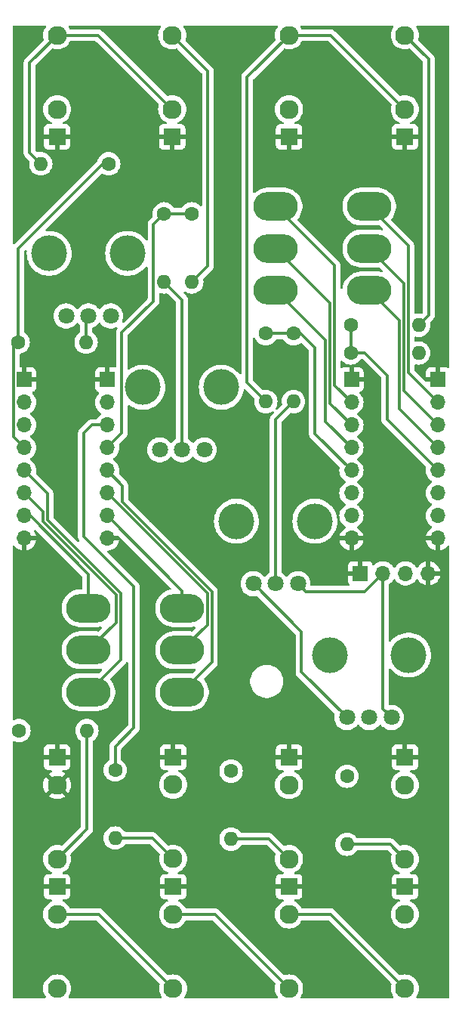
<source format=gtl>
G04 #@! TF.GenerationSoftware,KiCad,Pcbnew,8.0.6-8.0.6-0~ubuntu22.04.1*
G04 #@! TF.CreationDate,2025-01-13T21:54:40+00:00*
G04 #@! TF.ProjectId,Basic_VCA,42617369-635f-4564-9341-2e6b69636164,rev?*
G04 #@! TF.SameCoordinates,Original*
G04 #@! TF.FileFunction,Copper,L1,Top*
G04 #@! TF.FilePolarity,Positive*
%FSLAX46Y46*%
G04 Gerber Fmt 4.6, Leading zero omitted, Abs format (unit mm)*
G04 Created by KiCad (PCBNEW 8.0.6-8.0.6-0~ubuntu22.04.1) date 2025-01-13 21:54:40*
%MOMM*%
%LPD*%
G01*
G04 APERTURE LIST*
G04 #@! TA.AperFunction,ComponentPad*
%ADD10C,1.600000*%
G04 #@! TD*
G04 #@! TA.AperFunction,ComponentPad*
%ADD11O,1.600000X1.600000*%
G04 #@! TD*
G04 #@! TA.AperFunction,ComponentPad*
%ADD12R,1.930000X1.830000*%
G04 #@! TD*
G04 #@! TA.AperFunction,ComponentPad*
%ADD13C,2.130000*%
G04 #@! TD*
G04 #@! TA.AperFunction,WasherPad*
%ADD14C,4.000000*%
G04 #@! TD*
G04 #@! TA.AperFunction,ComponentPad*
%ADD15C,1.800000*%
G04 #@! TD*
G04 #@! TA.AperFunction,ComponentPad*
%ADD16O,5.000000X3.200000*%
G04 #@! TD*
G04 #@! TA.AperFunction,ComponentPad*
%ADD17R,1.700000X1.700000*%
G04 #@! TD*
G04 #@! TA.AperFunction,ComponentPad*
%ADD18O,1.700000X1.700000*%
G04 #@! TD*
G04 #@! TA.AperFunction,Conductor*
%ADD19C,0.300000*%
G04 #@! TD*
G04 APERTURE END LIST*
D10*
X110220000Y-116000000D03*
D11*
X117840000Y-116000000D03*
D12*
X153500000Y-119000000D03*
D13*
X153500000Y-130400000D03*
X153500000Y-122100000D03*
D12*
X140500000Y-119000000D03*
D13*
X140500000Y-130400000D03*
X140500000Y-122100000D03*
D10*
X147420000Y-73700000D03*
D11*
X155040000Y-73700000D03*
D14*
X113600000Y-62550000D03*
X122400000Y-62550000D03*
D15*
X115500000Y-69550000D03*
X118000000Y-69550000D03*
X120500000Y-69550000D03*
D14*
X134600000Y-92550000D03*
X143400000Y-92550000D03*
D15*
X136500000Y-99550000D03*
X139000000Y-99550000D03*
X141500000Y-99550000D03*
D12*
X153500000Y-133500000D03*
D13*
X153500000Y-144900000D03*
X153500000Y-136600000D03*
D10*
X121000000Y-120420000D03*
D11*
X121000000Y-128040000D03*
D12*
X127500000Y-118980000D03*
D13*
X127500000Y-130380000D03*
X127500000Y-122080000D03*
D16*
X149500000Y-66700000D03*
X149500000Y-62000000D03*
X149500000Y-57300000D03*
D14*
X124100000Y-77550000D03*
X132900000Y-77550000D03*
D15*
X126000000Y-84550000D03*
X128500000Y-84550000D03*
X131000000Y-84550000D03*
D10*
X147000000Y-121120000D03*
D11*
X147000000Y-128740000D03*
D12*
X140500000Y-133500000D03*
D13*
X140500000Y-144900000D03*
X140500000Y-136600000D03*
D12*
X140500000Y-49500000D03*
D13*
X140500000Y-38100000D03*
X140500000Y-46400000D03*
D12*
X127400000Y-49500000D03*
D13*
X127400000Y-38100000D03*
X127400000Y-46400000D03*
D10*
X141000000Y-71520000D03*
D11*
X141000000Y-79140000D03*
D12*
X114500000Y-49500000D03*
D13*
X114500000Y-38100000D03*
X114500000Y-46400000D03*
D10*
X110120000Y-72500000D03*
D11*
X117740000Y-72500000D03*
D12*
X114500000Y-119000000D03*
D13*
X114500000Y-130400000D03*
X114500000Y-122100000D03*
D12*
X153500000Y-49500000D03*
D13*
X153500000Y-38100000D03*
X153500000Y-46400000D03*
D10*
X134000000Y-120540000D03*
D11*
X134000000Y-128160000D03*
D16*
X118000000Y-111700000D03*
X118000000Y-107000000D03*
X118000000Y-102300000D03*
D10*
X126500000Y-58120000D03*
D11*
X126500000Y-65740000D03*
D10*
X137900000Y-71520000D03*
D11*
X137900000Y-79140000D03*
D14*
X145100000Y-107550000D03*
X153900000Y-107550000D03*
D15*
X147000000Y-114550000D03*
X149500000Y-114550000D03*
X152000000Y-114550000D03*
D10*
X129600000Y-58120000D03*
D11*
X129600000Y-65740000D03*
D16*
X139000000Y-66700000D03*
X139000000Y-62000000D03*
X139000000Y-57300000D03*
D10*
X147420000Y-70600000D03*
D11*
X155040000Y-70600000D03*
D10*
X120280000Y-52500000D03*
D11*
X112660000Y-52500000D03*
D12*
X127500000Y-133500000D03*
D13*
X127500000Y-144900000D03*
X127500000Y-136600000D03*
D12*
X114500000Y-133500000D03*
D13*
X114500000Y-144900000D03*
X114500000Y-136600000D03*
D16*
X128500000Y-111700000D03*
X128500000Y-107000000D03*
X128500000Y-102300000D03*
D17*
X147500000Y-76700000D03*
D18*
X147500000Y-79240000D03*
X147500000Y-81780000D03*
X147500000Y-84320000D03*
X147500000Y-86860000D03*
X147500000Y-89400000D03*
X147500000Y-91940000D03*
X147500000Y-94480000D03*
D17*
X110800000Y-76700000D03*
D18*
X110800000Y-79240000D03*
X110800000Y-81780000D03*
X110800000Y-84320000D03*
X110800000Y-86860000D03*
X110800000Y-89400000D03*
X110800000Y-91940000D03*
X110800000Y-94480000D03*
D17*
X148500000Y-98400000D03*
D18*
X151040000Y-98400000D03*
X153580000Y-98400000D03*
X156120000Y-98400000D03*
D17*
X157200000Y-76700000D03*
D18*
X157200000Y-79240000D03*
X157200000Y-81780000D03*
X157200000Y-84320000D03*
X157200000Y-86860000D03*
X157200000Y-89400000D03*
X157200000Y-91940000D03*
X157200000Y-94480000D03*
D17*
X120100000Y-76700000D03*
D18*
X120100000Y-79240000D03*
X120100000Y-81780000D03*
X120100000Y-84320000D03*
X120100000Y-86860000D03*
X120100000Y-89400000D03*
X120100000Y-91940000D03*
X120100000Y-94480000D03*
D19*
X148990000Y-100450000D02*
X142400000Y-100450000D01*
X151040000Y-113590000D02*
X152000000Y-114550000D01*
X142400000Y-100450000D02*
X141500000Y-99550000D01*
X151040000Y-98400000D02*
X151040000Y-113590000D01*
X151040000Y-98400000D02*
X148990000Y-100450000D01*
X136500000Y-99550000D02*
X141900000Y-104950000D01*
X141900000Y-104950000D02*
X141900000Y-109450000D01*
X141900000Y-109450000D02*
X147000000Y-114550000D01*
X112660000Y-52500000D02*
X111400000Y-51240000D01*
X119100000Y-38100000D02*
X127400000Y-46400000D01*
X111400000Y-51240000D02*
X111400000Y-41200000D01*
X111400000Y-41200000D02*
X114500000Y-38100000D01*
X114500000Y-38100000D02*
X119100000Y-38100000D01*
X117840000Y-127060000D02*
X114500000Y-130400000D01*
X117840000Y-116000000D02*
X117840000Y-127060000D01*
X110800000Y-84320000D02*
X109600000Y-83120000D01*
X109600000Y-73020000D02*
X110120000Y-72500000D01*
X119640000Y-52500000D02*
X110120000Y-62020000D01*
X120280000Y-52500000D02*
X119640000Y-52500000D01*
X110120000Y-62020000D02*
X110120000Y-72500000D01*
X109600000Y-83120000D02*
X109600000Y-73020000D01*
X121600000Y-100592894D02*
X113400000Y-92392894D01*
X113400000Y-92392894D02*
X113400000Y-89460000D01*
X121600000Y-108100000D02*
X121600000Y-100592894D01*
X113400000Y-89460000D02*
X110800000Y-86860000D01*
X118000000Y-111700000D02*
X121600000Y-108100000D01*
X121100000Y-103900000D02*
X121100000Y-100800000D01*
X112900000Y-91500000D02*
X110800000Y-89400000D01*
X121100000Y-100800000D02*
X112900000Y-92600000D01*
X112900000Y-92600000D02*
X112900000Y-91500000D01*
X118000000Y-107000000D02*
X121100000Y-103900000D01*
X118000000Y-98500000D02*
X111440000Y-91940000D01*
X111440000Y-91940000D02*
X110800000Y-91940000D01*
X118000000Y-102300000D02*
X118000000Y-98500000D01*
X119200000Y-136600000D02*
X127500000Y-144900000D01*
X114500000Y-136600000D02*
X119200000Y-136600000D01*
X131400000Y-63940000D02*
X131400000Y-42100000D01*
X131400000Y-42100000D02*
X127400000Y-38100000D01*
X129600000Y-65740000D02*
X131400000Y-63940000D01*
X125160000Y-128040000D02*
X127500000Y-130380000D01*
X121000000Y-128040000D02*
X125160000Y-128040000D01*
X132200000Y-136600000D02*
X140500000Y-144900000D01*
X127500000Y-136600000D02*
X132200000Y-136600000D01*
X118420000Y-81780000D02*
X120100000Y-81780000D01*
X123100000Y-99900000D02*
X117500000Y-94300000D01*
X117500000Y-82700000D02*
X118420000Y-81780000D01*
X117500000Y-94300000D02*
X117500000Y-82700000D01*
X121000000Y-120420000D02*
X121000000Y-117800000D01*
X121000000Y-117800000D02*
X123100000Y-115700000D01*
X123100000Y-115700000D02*
X123100000Y-99900000D01*
X125300000Y-67900000D02*
X121750000Y-71450000D01*
X129600000Y-58120000D02*
X126500000Y-58120000D01*
X126500000Y-58120000D02*
X125300000Y-59320000D01*
X121750000Y-82670000D02*
X120100000Y-84320000D01*
X121750000Y-71450000D02*
X121750000Y-82670000D01*
X125300000Y-59320000D02*
X125300000Y-67900000D01*
X121800000Y-90392893D02*
X121800000Y-88560000D01*
X131850000Y-108350000D02*
X131850000Y-100442893D01*
X121800000Y-88560000D02*
X120100000Y-86860000D01*
X131850000Y-100442893D02*
X121800000Y-90392893D01*
X128500000Y-111700000D02*
X131850000Y-108350000D01*
X120100000Y-89400000D02*
X131350000Y-100650000D01*
X131350000Y-104150000D02*
X128500000Y-107000000D01*
X131350000Y-100650000D02*
X131350000Y-104150000D01*
X128500000Y-102300000D02*
X128500000Y-100340000D01*
X128500000Y-100340000D02*
X120100000Y-91940000D01*
X140500000Y-38100000D02*
X145200000Y-38100000D01*
X140500000Y-38100000D02*
X135800000Y-42800000D01*
X145200000Y-38100000D02*
X153500000Y-46400000D01*
X135800000Y-42800000D02*
X135800000Y-77040000D01*
X135800000Y-77040000D02*
X137900000Y-79140000D01*
X138260000Y-128160000D02*
X140500000Y-130400000D01*
X134000000Y-128160000D02*
X138260000Y-128160000D01*
X145200000Y-136600000D02*
X153500000Y-144900000D01*
X140500000Y-136600000D02*
X145200000Y-136600000D01*
X143400000Y-73100000D02*
X143400000Y-82760000D01*
X141820000Y-71520000D02*
X143400000Y-73100000D01*
X143400000Y-82760000D02*
X147500000Y-86860000D01*
X137900000Y-71520000D02*
X141000000Y-71520000D01*
X141000000Y-71520000D02*
X141820000Y-71520000D01*
X144600000Y-72300000D02*
X144600000Y-81420000D01*
X144600000Y-81420000D02*
X147500000Y-84320000D01*
X139000000Y-66700000D02*
X144600000Y-72300000D01*
X145100000Y-79380000D02*
X147500000Y-81780000D01*
X139000000Y-62000000D02*
X145100000Y-68100000D01*
X145100000Y-68100000D02*
X145100000Y-79380000D01*
X147500000Y-79240000D02*
X145600000Y-77340000D01*
X145600000Y-77340000D02*
X145600000Y-63900000D01*
X145600000Y-63900000D02*
X139000000Y-57300000D01*
X153500000Y-38100000D02*
X156200000Y-40800000D01*
X156200000Y-40800000D02*
X156200000Y-69440000D01*
X156200000Y-69440000D02*
X155040000Y-70600000D01*
X147000000Y-128740000D02*
X151840000Y-128740000D01*
X151840000Y-128740000D02*
X153500000Y-130400000D01*
X157200000Y-86860000D02*
X151500000Y-81160000D01*
X149000000Y-73700000D02*
X147420000Y-73700000D01*
X151500000Y-81160000D02*
X151500000Y-76200000D01*
X147420000Y-73700000D02*
X147420000Y-70600000D01*
X151500000Y-76200000D02*
X149000000Y-73700000D01*
X157200000Y-84300000D02*
X152890000Y-79990000D01*
X152890000Y-79990000D02*
X152890000Y-70090000D01*
X152890000Y-70090000D02*
X149500000Y-66700000D01*
X157200000Y-84320000D02*
X157200000Y-84300000D01*
X153390000Y-65890000D02*
X153390000Y-77970000D01*
X153390000Y-77970000D02*
X157200000Y-81780000D01*
X149500000Y-62000000D02*
X153390000Y-65890000D01*
X153890000Y-75930000D02*
X153890000Y-61690000D01*
X153890000Y-61690000D02*
X149500000Y-57300000D01*
X157200000Y-79240000D02*
X153890000Y-75930000D01*
X117740000Y-72500000D02*
X117740000Y-69810000D01*
X117740000Y-69810000D02*
X118000000Y-69550000D01*
X128500000Y-67740000D02*
X126500000Y-65740000D01*
X128500000Y-84550000D02*
X128500000Y-67740000D01*
X139000000Y-81140000D02*
X141000000Y-79140000D01*
X139000000Y-99550000D02*
X139000000Y-81140000D01*
G04 #@! TA.AperFunction,Conductor*
G36*
X139171461Y-37020502D02*
G01*
X139217954Y-37074158D01*
X139228058Y-37144432D01*
X139210773Y-37192334D01*
X139093667Y-37383435D01*
X138998885Y-37612257D01*
X138941066Y-37853088D01*
X138921634Y-38100000D01*
X138941066Y-38346911D01*
X138998309Y-38585344D01*
X138994762Y-38656252D01*
X138964885Y-38703853D01*
X135288513Y-42380226D01*
X135288508Y-42380232D01*
X135216445Y-42488082D01*
X135166807Y-42607919D01*
X135166806Y-42607922D01*
X135141500Y-42735139D01*
X135141500Y-75974156D01*
X135121498Y-76042277D01*
X135067842Y-76088770D01*
X134997568Y-76098874D01*
X134932988Y-76069380D01*
X134918416Y-76054472D01*
X134732242Y-75829427D01*
X134732239Y-75829424D01*
X134712385Y-75810780D01*
X134502140Y-75613346D01*
X134502139Y-75613345D01*
X134246781Y-75427817D01*
X134126073Y-75361457D01*
X133970179Y-75275753D01*
X133676702Y-75159557D01*
X133370975Y-75081060D01*
X133370970Y-75081059D01*
X133370965Y-75081058D01*
X133370967Y-75081058D01*
X133057835Y-75041501D01*
X133057824Y-75041500D01*
X133057821Y-75041500D01*
X132742179Y-75041500D01*
X132742176Y-75041500D01*
X132742164Y-75041501D01*
X132429033Y-75081058D01*
X132123301Y-75159556D01*
X131829821Y-75275753D01*
X131553218Y-75427817D01*
X131297861Y-75613345D01*
X131297860Y-75613345D01*
X131067763Y-75829421D01*
X130866562Y-76072631D01*
X130697443Y-76339121D01*
X130697436Y-76339135D01*
X130563044Y-76624732D01*
X130563039Y-76624745D01*
X130465507Y-76924919D01*
X130465504Y-76924932D01*
X130406359Y-77234975D01*
X130406357Y-77234992D01*
X130386540Y-77549993D01*
X130386540Y-77550006D01*
X130406357Y-77865007D01*
X130406359Y-77865024D01*
X130465504Y-78175067D01*
X130465507Y-78175080D01*
X130563039Y-78475254D01*
X130563044Y-78475266D01*
X130697438Y-78760869D01*
X130697440Y-78760872D01*
X130697443Y-78760878D01*
X130866562Y-79027368D01*
X131067763Y-79270578D01*
X131067766Y-79270580D01*
X131067767Y-79270582D01*
X131103379Y-79304024D01*
X131297860Y-79486654D01*
X131455102Y-79600897D01*
X131553221Y-79672184D01*
X131829821Y-79824247D01*
X132123298Y-79940443D01*
X132429025Y-80018940D01*
X132429033Y-80018941D01*
X132429032Y-80018941D01*
X132549711Y-80034186D01*
X132742179Y-80058500D01*
X132742183Y-80058500D01*
X133057817Y-80058500D01*
X133057821Y-80058500D01*
X133370975Y-80018940D01*
X133676702Y-79940443D01*
X133970179Y-79824247D01*
X134246779Y-79672184D01*
X134502140Y-79486654D01*
X134732233Y-79270582D01*
X134933432Y-79027375D01*
X134933434Y-79027370D01*
X134933437Y-79027368D01*
X135079387Y-78797387D01*
X135102562Y-78760869D01*
X135236956Y-78475266D01*
X135334495Y-78175072D01*
X135393641Y-77865020D01*
X135393882Y-77861181D01*
X135418116Y-77794451D01*
X135474582Y-77751414D01*
X135545351Y-77745736D01*
X135607955Y-77779221D01*
X135608636Y-77779896D01*
X136583377Y-78754636D01*
X136617401Y-78816947D01*
X136615988Y-78876340D01*
X136606458Y-78911907D01*
X136606457Y-78911910D01*
X136606457Y-78911913D01*
X136586502Y-79140000D01*
X136606457Y-79368087D01*
X136634816Y-79473923D01*
X136665715Y-79589240D01*
X136665717Y-79589246D01*
X136762477Y-79796749D01*
X136893802Y-79984300D01*
X137055700Y-80146198D01*
X137243251Y-80277523D01*
X137450757Y-80374284D01*
X137671913Y-80433543D01*
X137900000Y-80453498D01*
X138128087Y-80433543D01*
X138349243Y-80374284D01*
X138556749Y-80277523D01*
X138626107Y-80228957D01*
X138693379Y-80206270D01*
X138762240Y-80223555D01*
X138810824Y-80275324D01*
X138823708Y-80345142D01*
X138796799Y-80410842D01*
X138787473Y-80421266D01*
X138488508Y-80720231D01*
X138428357Y-80810256D01*
X138416444Y-80828085D01*
X138366807Y-80947919D01*
X138366806Y-80947922D01*
X138341500Y-81075139D01*
X138341500Y-98229756D01*
X138321498Y-98297877D01*
X138275471Y-98340569D01*
X138226985Y-98366809D01*
X138226983Y-98366810D01*
X138042778Y-98510182D01*
X138042774Y-98510186D01*
X137884685Y-98681916D01*
X137855483Y-98726615D01*
X137801480Y-98772704D01*
X137731132Y-98782279D01*
X137666774Y-98752302D01*
X137644517Y-98726615D01*
X137615314Y-98681916D01*
X137457225Y-98510186D01*
X137457221Y-98510182D01*
X137315659Y-98400000D01*
X137273017Y-98366810D01*
X137067727Y-98255713D01*
X137067724Y-98255712D01*
X137067723Y-98255711D01*
X136846955Y-98179921D01*
X136846948Y-98179919D01*
X136748411Y-98163476D01*
X136616712Y-98141500D01*
X136383288Y-98141500D01*
X136268066Y-98160727D01*
X136153051Y-98179919D01*
X136153044Y-98179921D01*
X135932276Y-98255711D01*
X135932273Y-98255713D01*
X135772605Y-98342121D01*
X135726985Y-98366809D01*
X135726983Y-98366810D01*
X135542778Y-98510182D01*
X135542774Y-98510186D01*
X135384685Y-98681916D01*
X135257015Y-98877331D01*
X135163252Y-99091089D01*
X135163249Y-99091096D01*
X135105950Y-99317366D01*
X135105949Y-99317372D01*
X135105949Y-99317374D01*
X135086673Y-99550000D01*
X135105407Y-99776087D01*
X135105950Y-99782633D01*
X135163249Y-100008903D01*
X135163252Y-100008910D01*
X135257015Y-100222668D01*
X135384685Y-100418083D01*
X135542774Y-100589813D01*
X135542778Y-100589817D01*
X135608650Y-100641087D01*
X135726983Y-100733190D01*
X135932273Y-100844287D01*
X136153049Y-100920080D01*
X136383288Y-100958500D01*
X136383292Y-100958500D01*
X136616708Y-100958500D01*
X136616712Y-100958500D01*
X136846951Y-100920080D01*
X136846964Y-100920075D01*
X136850837Y-100919095D01*
X136921784Y-100921753D01*
X136970880Y-100952140D01*
X141204595Y-105185854D01*
X141238621Y-105248166D01*
X141241500Y-105274949D01*
X141241500Y-109514860D01*
X141266806Y-109642077D01*
X141266807Y-109642080D01*
X141290431Y-109699114D01*
X141316445Y-109761917D01*
X141388509Y-109869769D01*
X141388513Y-109869773D01*
X145601832Y-114083092D01*
X145635858Y-114145404D01*
X145634882Y-114203117D01*
X145605949Y-114317370D01*
X145605949Y-114317374D01*
X145586673Y-114550000D01*
X145599637Y-114706457D01*
X145605950Y-114782633D01*
X145663249Y-115008903D01*
X145663252Y-115008910D01*
X145757015Y-115222668D01*
X145884685Y-115418083D01*
X146042774Y-115589813D01*
X146042778Y-115589817D01*
X146108650Y-115641087D01*
X146226983Y-115733190D01*
X146432273Y-115844287D01*
X146653049Y-115920080D01*
X146883288Y-115958500D01*
X146883292Y-115958500D01*
X147116708Y-115958500D01*
X147116712Y-115958500D01*
X147346951Y-115920080D01*
X147567727Y-115844287D01*
X147773017Y-115733190D01*
X147957220Y-115589818D01*
X148115314Y-115418083D01*
X148144517Y-115373383D01*
X148198519Y-115327296D01*
X148268867Y-115317720D01*
X148333225Y-115347696D01*
X148355481Y-115373382D01*
X148384686Y-115418083D01*
X148384687Y-115418084D01*
X148542774Y-115589813D01*
X148542778Y-115589817D01*
X148608650Y-115641087D01*
X148726983Y-115733190D01*
X148932273Y-115844287D01*
X149153049Y-115920080D01*
X149383288Y-115958500D01*
X149383292Y-115958500D01*
X149616708Y-115958500D01*
X149616712Y-115958500D01*
X149846951Y-115920080D01*
X150067727Y-115844287D01*
X150273017Y-115733190D01*
X150457220Y-115589818D01*
X150615314Y-115418083D01*
X150644517Y-115373383D01*
X150698519Y-115327296D01*
X150768867Y-115317720D01*
X150833225Y-115347696D01*
X150855481Y-115373382D01*
X150884686Y-115418083D01*
X150884687Y-115418084D01*
X151042774Y-115589813D01*
X151042778Y-115589817D01*
X151108650Y-115641087D01*
X151226983Y-115733190D01*
X151432273Y-115844287D01*
X151653049Y-115920080D01*
X151883288Y-115958500D01*
X151883292Y-115958500D01*
X152116708Y-115958500D01*
X152116712Y-115958500D01*
X152346951Y-115920080D01*
X152567727Y-115844287D01*
X152773017Y-115733190D01*
X152957220Y-115589818D01*
X152993179Y-115550757D01*
X153115314Y-115418083D01*
X153143429Y-115375050D01*
X153242984Y-115222669D01*
X153336749Y-115008907D01*
X153394051Y-114782626D01*
X153413327Y-114550000D01*
X153394051Y-114317374D01*
X153365117Y-114203117D01*
X153336750Y-114091096D01*
X153336747Y-114091089D01*
X153242984Y-113877331D01*
X153115314Y-113681916D01*
X152957225Y-113510186D01*
X152957221Y-113510182D01*
X152865118Y-113438496D01*
X152773017Y-113366810D01*
X152567727Y-113255713D01*
X152567724Y-113255712D01*
X152567723Y-113255711D01*
X152346955Y-113179921D01*
X152346948Y-113179919D01*
X152248411Y-113163476D01*
X152116712Y-113141500D01*
X151883288Y-113141500D01*
X151875210Y-113142847D01*
X151845236Y-113147849D01*
X151774752Y-113139330D01*
X151720063Y-113094058D01*
X151698532Y-113026404D01*
X151698500Y-113023567D01*
X151698500Y-109174194D01*
X151718502Y-109106073D01*
X151772158Y-109059580D01*
X151842432Y-109049476D01*
X151907012Y-109078970D01*
X151921585Y-109093879D01*
X152067759Y-109270573D01*
X152067760Y-109270575D01*
X152067765Y-109270580D01*
X152067767Y-109270582D01*
X152189762Y-109385143D01*
X152297860Y-109486654D01*
X152491824Y-109627577D01*
X152553221Y-109672184D01*
X152829821Y-109824247D01*
X153123298Y-109940443D01*
X153429025Y-110018940D01*
X153429033Y-110018941D01*
X153429032Y-110018941D01*
X153593129Y-110039670D01*
X153742179Y-110058500D01*
X153742183Y-110058500D01*
X154057817Y-110058500D01*
X154057821Y-110058500D01*
X154370975Y-110018940D01*
X154676702Y-109940443D01*
X154970179Y-109824247D01*
X155246779Y-109672184D01*
X155502140Y-109486654D01*
X155732233Y-109270582D01*
X155933432Y-109027375D01*
X155933434Y-109027370D01*
X155933437Y-109027368D01*
X156051229Y-108841757D01*
X156102562Y-108760869D01*
X156236956Y-108475266D01*
X156334495Y-108175072D01*
X156393641Y-107865020D01*
X156405331Y-107679208D01*
X156413460Y-107550006D01*
X156413460Y-107549993D01*
X156393642Y-107234992D01*
X156393640Y-107234975D01*
X156375179Y-107138200D01*
X156334495Y-106924928D01*
X156236956Y-106624734D01*
X156102562Y-106339131D01*
X156090923Y-106320791D01*
X155933437Y-106072631D01*
X155732236Y-105829421D01*
X155728664Y-105826067D01*
X155502140Y-105613346D01*
X155493096Y-105606775D01*
X155246781Y-105427817D01*
X155204385Y-105404509D01*
X154970179Y-105275753D01*
X154676702Y-105159557D01*
X154370975Y-105081060D01*
X154370970Y-105081059D01*
X154370965Y-105081058D01*
X154370967Y-105081058D01*
X154057835Y-105041501D01*
X154057824Y-105041500D01*
X154057821Y-105041500D01*
X153742179Y-105041500D01*
X153742176Y-105041500D01*
X153742164Y-105041501D01*
X153429033Y-105081058D01*
X153123301Y-105159556D01*
X153123299Y-105159556D01*
X153123298Y-105159557D01*
X152920729Y-105239760D01*
X152829821Y-105275753D01*
X152553218Y-105427817D01*
X152297861Y-105613345D01*
X152297860Y-105613345D01*
X152067763Y-105829421D01*
X151921585Y-106006121D01*
X151862751Y-106045859D01*
X151791773Y-106047480D01*
X151731185Y-106010471D01*
X151700225Y-105946581D01*
X151698500Y-105925805D01*
X151698500Y-99663391D01*
X151718502Y-99595270D01*
X151764530Y-99552578D01*
X151785576Y-99541189D01*
X151963240Y-99402906D01*
X152115722Y-99237268D01*
X152204518Y-99101354D01*
X152258520Y-99055268D01*
X152328868Y-99045692D01*
X152393225Y-99075669D01*
X152415480Y-99101353D01*
X152448607Y-99152058D01*
X152504275Y-99237265D01*
X152504279Y-99237270D01*
X152656762Y-99402908D01*
X152711331Y-99445381D01*
X152834424Y-99541189D01*
X153032426Y-99648342D01*
X153032427Y-99648342D01*
X153032428Y-99648343D01*
X153076262Y-99663391D01*
X153245365Y-99721444D01*
X153467431Y-99758500D01*
X153467435Y-99758500D01*
X153692565Y-99758500D01*
X153692569Y-99758500D01*
X153914635Y-99721444D01*
X154127574Y-99648342D01*
X154325576Y-99541189D01*
X154503240Y-99402906D01*
X154655722Y-99237268D01*
X154744816Y-99100898D01*
X154798819Y-99054810D01*
X154869167Y-99045235D01*
X154933524Y-99075212D01*
X154955782Y-99100898D01*
X155044674Y-99236958D01*
X155197097Y-99402534D01*
X155374698Y-99540767D01*
X155374699Y-99540768D01*
X155572628Y-99647882D01*
X155572630Y-99647883D01*
X155785483Y-99720955D01*
X155785492Y-99720957D01*
X155866000Y-99734391D01*
X155866000Y-98830702D01*
X155927007Y-98865925D01*
X156054174Y-98900000D01*
X156185826Y-98900000D01*
X156312993Y-98865925D01*
X156374000Y-98830702D01*
X156374000Y-99734390D01*
X156454507Y-99720957D01*
X156454516Y-99720955D01*
X156667369Y-99647883D01*
X156667371Y-99647882D01*
X156865300Y-99540768D01*
X156865301Y-99540767D01*
X157042902Y-99402534D01*
X157195325Y-99236958D01*
X157318419Y-99048548D01*
X157408820Y-98842456D01*
X157408823Y-98842449D01*
X157456544Y-98654000D01*
X156550703Y-98654000D01*
X156585925Y-98592993D01*
X156620000Y-98465826D01*
X156620000Y-98334174D01*
X156585925Y-98207007D01*
X156550703Y-98146000D01*
X157456544Y-98146000D01*
X157456544Y-98145999D01*
X157408823Y-97957550D01*
X157408820Y-97957543D01*
X157318419Y-97751451D01*
X157195325Y-97563041D01*
X157042902Y-97397465D01*
X156865301Y-97259232D01*
X156865300Y-97259231D01*
X156667371Y-97152117D01*
X156667369Y-97152116D01*
X156454512Y-97079043D01*
X156454501Y-97079040D01*
X156374000Y-97065606D01*
X156374000Y-97969297D01*
X156312993Y-97934075D01*
X156185826Y-97900000D01*
X156054174Y-97900000D01*
X155927007Y-97934075D01*
X155866000Y-97969297D01*
X155866000Y-97065607D01*
X155865999Y-97065606D01*
X155785498Y-97079040D01*
X155785487Y-97079043D01*
X155572630Y-97152116D01*
X155572628Y-97152117D01*
X155374699Y-97259231D01*
X155374698Y-97259232D01*
X155197097Y-97397465D01*
X155044670Y-97563045D01*
X154955780Y-97699101D01*
X154901776Y-97745189D01*
X154831428Y-97754764D01*
X154767071Y-97724786D01*
X154744816Y-97699101D01*
X154705884Y-97639511D01*
X154655724Y-97562734D01*
X154655720Y-97562729D01*
X154526600Y-97422470D01*
X154503240Y-97397094D01*
X154503239Y-97397093D01*
X154503237Y-97397091D01*
X154383679Y-97304035D01*
X154325576Y-97258811D01*
X154127574Y-97151658D01*
X154127572Y-97151657D01*
X154127571Y-97151656D01*
X153914639Y-97078557D01*
X153914630Y-97078555D01*
X153837029Y-97065606D01*
X153692569Y-97041500D01*
X153467431Y-97041500D01*
X153322971Y-97065606D01*
X153245369Y-97078555D01*
X153245360Y-97078557D01*
X153032428Y-97151656D01*
X153032426Y-97151658D01*
X152834426Y-97258810D01*
X152834424Y-97258811D01*
X152656762Y-97397091D01*
X152504279Y-97562729D01*
X152415483Y-97698643D01*
X152361479Y-97744731D01*
X152291131Y-97754306D01*
X152226774Y-97724329D01*
X152204517Y-97698643D01*
X152115720Y-97562729D01*
X151986600Y-97422470D01*
X151963240Y-97397094D01*
X151963239Y-97397093D01*
X151963237Y-97397091D01*
X151843679Y-97304035D01*
X151785576Y-97258811D01*
X151587574Y-97151658D01*
X151587572Y-97151657D01*
X151587571Y-97151656D01*
X151374639Y-97078557D01*
X151374630Y-97078555D01*
X151297029Y-97065606D01*
X151152569Y-97041500D01*
X150927431Y-97041500D01*
X150782971Y-97065606D01*
X150705369Y-97078555D01*
X150705360Y-97078557D01*
X150492428Y-97151656D01*
X150492426Y-97151658D01*
X150294426Y-97258810D01*
X150294424Y-97258811D01*
X150116759Y-97397094D01*
X150055374Y-97463775D01*
X149994521Y-97500346D01*
X149923557Y-97498211D01*
X149865012Y-97458049D01*
X149844618Y-97422470D01*
X149800443Y-97304033D01*
X149712904Y-97187095D01*
X149595965Y-97099555D01*
X149459093Y-97048505D01*
X149398597Y-97042000D01*
X148754000Y-97042000D01*
X148754000Y-97969297D01*
X148692993Y-97934075D01*
X148565826Y-97900000D01*
X148434174Y-97900000D01*
X148307007Y-97934075D01*
X148246000Y-97969297D01*
X148246000Y-97042000D01*
X147601402Y-97042000D01*
X147540906Y-97048505D01*
X147404035Y-97099555D01*
X147404034Y-97099555D01*
X147287095Y-97187095D01*
X147199555Y-97304034D01*
X147199555Y-97304035D01*
X147148505Y-97440906D01*
X147142000Y-97501402D01*
X147142000Y-98146000D01*
X148069297Y-98146000D01*
X148034075Y-98207007D01*
X148000000Y-98334174D01*
X148000000Y-98465826D01*
X148034075Y-98592993D01*
X148069297Y-98654000D01*
X147142000Y-98654000D01*
X147142000Y-99298597D01*
X147148505Y-99359093D01*
X147199555Y-99495964D01*
X147199555Y-99495965D01*
X147269943Y-99589991D01*
X147294754Y-99656511D01*
X147279663Y-99725885D01*
X147229461Y-99776087D01*
X147169075Y-99791500D01*
X143030188Y-99791500D01*
X142962067Y-99771498D01*
X142915574Y-99717842D01*
X142904618Y-99655097D01*
X142913327Y-99550000D01*
X142894051Y-99317374D01*
X142873766Y-99237270D01*
X142836750Y-99091096D01*
X142836747Y-99091089D01*
X142821034Y-99055268D01*
X142742984Y-98877331D01*
X142680884Y-98782279D01*
X142615314Y-98681916D01*
X142457225Y-98510186D01*
X142457221Y-98510182D01*
X142315659Y-98400000D01*
X142273017Y-98366810D01*
X142067727Y-98255713D01*
X142067724Y-98255712D01*
X142067723Y-98255711D01*
X141846955Y-98179921D01*
X141846948Y-98179919D01*
X141748411Y-98163476D01*
X141616712Y-98141500D01*
X141383288Y-98141500D01*
X141268066Y-98160727D01*
X141153051Y-98179919D01*
X141153044Y-98179921D01*
X140932276Y-98255711D01*
X140932273Y-98255713D01*
X140772605Y-98342121D01*
X140726985Y-98366809D01*
X140726983Y-98366810D01*
X140542778Y-98510182D01*
X140542774Y-98510186D01*
X140384685Y-98681916D01*
X140355483Y-98726615D01*
X140301480Y-98772704D01*
X140231132Y-98782279D01*
X140166774Y-98752302D01*
X140144517Y-98726615D01*
X140115314Y-98681916D01*
X139957225Y-98510186D01*
X139957221Y-98510182D01*
X139815659Y-98400000D01*
X139773017Y-98366810D01*
X139743345Y-98350752D01*
X139724529Y-98340569D01*
X139674139Y-98290555D01*
X139658500Y-98229756D01*
X139658500Y-92549993D01*
X140886540Y-92549993D01*
X140886540Y-92550006D01*
X140906357Y-92865007D01*
X140906359Y-92865024D01*
X140965504Y-93175067D01*
X140965507Y-93175080D01*
X141063039Y-93475254D01*
X141063044Y-93475267D01*
X141139849Y-93638487D01*
X141197438Y-93760869D01*
X141197440Y-93760872D01*
X141197443Y-93760878D01*
X141366562Y-94027368D01*
X141567763Y-94270578D01*
X141797860Y-94486654D01*
X141879303Y-94545826D01*
X142053221Y-94672184D01*
X142329821Y-94824247D01*
X142623298Y-94940443D01*
X142929025Y-95018940D01*
X142929033Y-95018941D01*
X142929032Y-95018941D01*
X143093129Y-95039670D01*
X143242179Y-95058500D01*
X143242183Y-95058500D01*
X143557817Y-95058500D01*
X143557821Y-95058500D01*
X143870975Y-95018940D01*
X144176702Y-94940443D01*
X144470179Y-94824247D01*
X144746779Y-94672184D01*
X145002140Y-94486654D01*
X145232233Y-94270582D01*
X145433432Y-94027375D01*
X145433434Y-94027370D01*
X145433437Y-94027368D01*
X145602556Y-93760878D01*
X145602562Y-93760869D01*
X145736956Y-93475266D01*
X145834495Y-93175072D01*
X145893641Y-92865020D01*
X145899324Y-92774686D01*
X145913460Y-92550006D01*
X145913460Y-92549993D01*
X145893642Y-92234992D01*
X145893640Y-92234975D01*
X145880172Y-92164375D01*
X145834495Y-91924928D01*
X145766488Y-91715624D01*
X145736960Y-91624745D01*
X145736955Y-91624732D01*
X145602562Y-91339131D01*
X145572148Y-91291206D01*
X145433437Y-91072631D01*
X145232236Y-90829421D01*
X145199635Y-90798807D01*
X145002140Y-90613346D01*
X144927595Y-90559186D01*
X144746781Y-90427817D01*
X144701468Y-90402906D01*
X144470179Y-90275753D01*
X144176702Y-90159557D01*
X143870975Y-90081060D01*
X143870970Y-90081059D01*
X143870965Y-90081058D01*
X143870967Y-90081058D01*
X143557835Y-90041501D01*
X143557824Y-90041500D01*
X143557821Y-90041500D01*
X143242179Y-90041500D01*
X143242176Y-90041500D01*
X143242164Y-90041501D01*
X142929033Y-90081058D01*
X142623301Y-90159556D01*
X142623299Y-90159556D01*
X142623298Y-90159557D01*
X142329821Y-90275753D01*
X142053218Y-90427817D01*
X141797861Y-90613345D01*
X141797860Y-90613345D01*
X141567763Y-90829421D01*
X141366562Y-91072631D01*
X141197443Y-91339121D01*
X141197436Y-91339135D01*
X141063044Y-91624732D01*
X141063039Y-91624745D01*
X140965507Y-91924919D01*
X140965504Y-91924932D01*
X140906359Y-92234975D01*
X140906357Y-92234992D01*
X140886540Y-92549993D01*
X139658500Y-92549993D01*
X139658500Y-81464949D01*
X139678502Y-81396828D01*
X139695395Y-81375864D01*
X140614639Y-80456619D01*
X140676948Y-80422597D01*
X140736339Y-80424010D01*
X140771913Y-80433543D01*
X141000000Y-80453498D01*
X141228087Y-80433543D01*
X141449243Y-80374284D01*
X141656749Y-80277523D01*
X141844300Y-80146198D01*
X142006198Y-79984300D01*
X142137523Y-79796749D01*
X142234284Y-79589243D01*
X142293543Y-79368087D01*
X142313498Y-79140000D01*
X142293543Y-78911913D01*
X142234284Y-78690757D01*
X142137523Y-78483251D01*
X142006198Y-78295700D01*
X141844300Y-78133802D01*
X141656749Y-78002477D01*
X141652389Y-78000444D01*
X141449246Y-77905717D01*
X141449240Y-77905715D01*
X141333923Y-77874816D01*
X141228087Y-77846457D01*
X141000000Y-77826502D01*
X140771913Y-77846457D01*
X140550759Y-77905715D01*
X140550753Y-77905717D01*
X140343250Y-78002477D01*
X140155703Y-78133799D01*
X140155697Y-78133804D01*
X139993804Y-78295697D01*
X139993799Y-78295703D01*
X139862477Y-78483250D01*
X139765717Y-78690753D01*
X139765715Y-78690759D01*
X139706457Y-78911913D01*
X139686502Y-79140000D01*
X139706457Y-79368088D01*
X139715988Y-79403657D01*
X139714298Y-79474633D01*
X139683376Y-79525362D01*
X139181266Y-80027472D01*
X139118954Y-80061498D01*
X139048139Y-80056433D01*
X138991303Y-80013886D01*
X138966492Y-79947366D01*
X138981583Y-79877992D01*
X138988953Y-79866113D01*
X139037523Y-79796749D01*
X139134284Y-79589243D01*
X139193543Y-79368087D01*
X139213498Y-79140000D01*
X139193543Y-78911913D01*
X139134284Y-78690757D01*
X139037523Y-78483251D01*
X138906198Y-78295700D01*
X138744300Y-78133802D01*
X138556749Y-78002477D01*
X138552389Y-78000444D01*
X138349246Y-77905717D01*
X138349240Y-77905715D01*
X138233923Y-77874816D01*
X138128087Y-77846457D01*
X137900000Y-77826502D01*
X137671913Y-77846457D01*
X137671910Y-77846457D01*
X137671907Y-77846458D01*
X137636340Y-77855988D01*
X137565364Y-77854298D01*
X137514635Y-77823376D01*
X136495405Y-76804145D01*
X136461379Y-76741833D01*
X136458500Y-76715050D01*
X136458500Y-72093217D01*
X136478502Y-72025096D01*
X136532158Y-71978603D01*
X136602432Y-71968499D01*
X136667012Y-71997993D01*
X136698694Y-72039966D01*
X136703726Y-72050757D01*
X136762477Y-72176749D01*
X136857763Y-72312832D01*
X136893802Y-72364300D01*
X137055700Y-72526198D01*
X137243251Y-72657523D01*
X137450757Y-72754284D01*
X137671913Y-72813543D01*
X137900000Y-72833498D01*
X138128087Y-72813543D01*
X138349243Y-72754284D01*
X138556749Y-72657523D01*
X138744300Y-72526198D01*
X138906198Y-72364300D01*
X138998675Y-72232228D01*
X139054132Y-72187901D01*
X139101888Y-72178500D01*
X139798112Y-72178500D01*
X139866233Y-72198502D01*
X139901323Y-72232227D01*
X139993802Y-72364300D01*
X140155700Y-72526198D01*
X140343251Y-72657523D01*
X140550757Y-72754284D01*
X140771913Y-72813543D01*
X141000000Y-72833498D01*
X141228087Y-72813543D01*
X141449243Y-72754284D01*
X141656749Y-72657523D01*
X141787478Y-72565984D01*
X141854752Y-72543297D01*
X141923612Y-72560582D01*
X141948844Y-72580103D01*
X142704595Y-73335854D01*
X142738621Y-73398166D01*
X142741500Y-73424949D01*
X142741500Y-82824860D01*
X142766806Y-82952077D01*
X142766807Y-82952080D01*
X142779166Y-82981917D01*
X142816445Y-83071917D01*
X142888509Y-83179769D01*
X142888513Y-83179773D01*
X146142988Y-86434248D01*
X146177014Y-86496560D01*
X146176038Y-86554273D01*
X146155436Y-86635628D01*
X146136844Y-86860000D01*
X146155437Y-87084375D01*
X146210702Y-87302612D01*
X146210703Y-87302613D01*
X146301141Y-87508793D01*
X146424275Y-87697265D01*
X146424279Y-87697270D01*
X146576762Y-87862908D01*
X146631331Y-87905381D01*
X146754424Y-88001189D01*
X146787680Y-88019186D01*
X146838071Y-88069200D01*
X146853423Y-88138516D01*
X146828862Y-88205129D01*
X146787680Y-88240813D01*
X146754426Y-88258810D01*
X146754424Y-88258811D01*
X146576762Y-88397091D01*
X146424279Y-88562729D01*
X146424275Y-88562734D01*
X146301141Y-88751206D01*
X146210703Y-88957386D01*
X146210702Y-88957387D01*
X146155437Y-89175624D01*
X146155436Y-89175630D01*
X146155436Y-89175632D01*
X146136844Y-89400000D01*
X146140499Y-89444114D01*
X146155437Y-89624375D01*
X146210702Y-89842612D01*
X146210703Y-89842613D01*
X146301141Y-90048793D01*
X146424275Y-90237265D01*
X146424279Y-90237270D01*
X146576762Y-90402908D01*
X146608764Y-90427816D01*
X146754424Y-90541189D01*
X146787680Y-90559186D01*
X146838071Y-90609200D01*
X146853423Y-90678516D01*
X146828862Y-90745129D01*
X146787680Y-90780813D01*
X146754426Y-90798810D01*
X146754424Y-90798811D01*
X146576762Y-90937091D01*
X146424279Y-91102729D01*
X146424275Y-91102734D01*
X146301141Y-91291206D01*
X146210703Y-91497386D01*
X146210702Y-91497387D01*
X146155437Y-91715624D01*
X146155436Y-91715630D01*
X146155436Y-91715632D01*
X146136844Y-91940000D01*
X146149665Y-92094727D01*
X146155437Y-92164375D01*
X146210702Y-92382612D01*
X146210703Y-92382613D01*
X146210704Y-92382616D01*
X146301140Y-92588791D01*
X146301141Y-92588793D01*
X146424275Y-92777265D01*
X146424279Y-92777270D01*
X146576762Y-92942908D01*
X146631331Y-92985381D01*
X146754424Y-93081189D01*
X146788205Y-93099470D01*
X146838596Y-93149482D01*
X146853949Y-93218799D01*
X146829389Y-93285412D01*
X146788209Y-93321096D01*
X146754704Y-93339228D01*
X146754698Y-93339232D01*
X146577097Y-93477465D01*
X146424674Y-93643041D01*
X146301580Y-93831451D01*
X146211179Y-94037543D01*
X146211176Y-94037550D01*
X146163455Y-94225999D01*
X146163456Y-94226000D01*
X147069297Y-94226000D01*
X147034075Y-94287007D01*
X147000000Y-94414174D01*
X147000000Y-94545826D01*
X147034075Y-94672993D01*
X147069297Y-94734000D01*
X146163455Y-94734000D01*
X146211176Y-94922449D01*
X146211179Y-94922456D01*
X146301580Y-95128548D01*
X146424674Y-95316958D01*
X146577097Y-95482534D01*
X146754698Y-95620767D01*
X146754699Y-95620768D01*
X146952628Y-95727882D01*
X146952630Y-95727883D01*
X147165483Y-95800955D01*
X147165492Y-95800957D01*
X147246000Y-95814391D01*
X147246000Y-94910702D01*
X147307007Y-94945925D01*
X147434174Y-94980000D01*
X147565826Y-94980000D01*
X147692993Y-94945925D01*
X147754000Y-94910702D01*
X147754000Y-95814390D01*
X147834507Y-95800957D01*
X147834516Y-95800955D01*
X148047369Y-95727883D01*
X148047371Y-95727882D01*
X148245300Y-95620768D01*
X148245301Y-95620767D01*
X148422902Y-95482534D01*
X148575325Y-95316958D01*
X148698419Y-95128548D01*
X148788820Y-94922456D01*
X148788823Y-94922449D01*
X148836544Y-94734000D01*
X147930703Y-94734000D01*
X147965925Y-94672993D01*
X148000000Y-94545826D01*
X148000000Y-94414174D01*
X147965925Y-94287007D01*
X147930703Y-94226000D01*
X148836544Y-94226000D01*
X148836544Y-94225999D01*
X148788823Y-94037550D01*
X148788820Y-94037543D01*
X148698419Y-93831451D01*
X148575325Y-93643041D01*
X148422902Y-93477465D01*
X148245301Y-93339232D01*
X148245300Y-93339231D01*
X148211791Y-93321097D01*
X148161401Y-93271083D01*
X148146050Y-93201766D01*
X148170612Y-93135153D01*
X148211790Y-93099472D01*
X148245576Y-93081189D01*
X148423240Y-92942906D01*
X148575722Y-92777268D01*
X148698860Y-92588791D01*
X148789296Y-92382616D01*
X148844564Y-92164368D01*
X148863156Y-91940000D01*
X148844564Y-91715632D01*
X148821548Y-91624745D01*
X148789297Y-91497387D01*
X148789296Y-91497386D01*
X148789296Y-91497384D01*
X148698860Y-91291209D01*
X148692140Y-91280924D01*
X148575724Y-91102734D01*
X148575720Y-91102729D01*
X148423237Y-90937091D01*
X148284899Y-90829418D01*
X148245576Y-90798811D01*
X148212319Y-90780813D01*
X148161929Y-90730802D01*
X148146576Y-90661485D01*
X148171136Y-90594872D01*
X148212320Y-90559186D01*
X148245576Y-90541189D01*
X148423240Y-90402906D01*
X148575722Y-90237268D01*
X148698860Y-90048791D01*
X148789296Y-89842616D01*
X148844564Y-89624368D01*
X148863156Y-89400000D01*
X148844564Y-89175632D01*
X148810276Y-89040231D01*
X148789297Y-88957387D01*
X148789296Y-88957386D01*
X148789296Y-88957384D01*
X148698860Y-88751209D01*
X148692140Y-88740924D01*
X148575724Y-88562734D01*
X148575720Y-88562729D01*
X148423237Y-88397091D01*
X148341382Y-88333381D01*
X148245576Y-88258811D01*
X148212319Y-88240813D01*
X148161929Y-88190802D01*
X148146576Y-88121485D01*
X148171136Y-88054872D01*
X148212320Y-88019186D01*
X148245576Y-88001189D01*
X148423240Y-87862906D01*
X148575722Y-87697268D01*
X148698860Y-87508791D01*
X148789296Y-87302616D01*
X148844564Y-87084368D01*
X148863156Y-86860000D01*
X148844564Y-86635632D01*
X148806386Y-86484872D01*
X148789297Y-86417387D01*
X148789296Y-86417386D01*
X148789296Y-86417384D01*
X148698860Y-86211209D01*
X148692140Y-86200924D01*
X148575724Y-86022734D01*
X148575720Y-86022729D01*
X148423237Y-85857091D01*
X148341382Y-85793381D01*
X148245576Y-85718811D01*
X148212319Y-85700813D01*
X148161929Y-85650802D01*
X148146576Y-85581485D01*
X148171136Y-85514872D01*
X148212320Y-85479186D01*
X148245576Y-85461189D01*
X148423240Y-85322906D01*
X148575722Y-85157268D01*
X148698860Y-84968791D01*
X148789296Y-84762616D01*
X148844564Y-84544368D01*
X148863156Y-84320000D01*
X148844564Y-84095632D01*
X148802345Y-83928914D01*
X148789297Y-83877387D01*
X148789296Y-83877386D01*
X148789296Y-83877384D01*
X148698860Y-83671209D01*
X148692140Y-83660924D01*
X148575724Y-83482734D01*
X148575720Y-83482729D01*
X148423237Y-83317091D01*
X148311029Y-83229756D01*
X148245576Y-83178811D01*
X148212319Y-83160813D01*
X148161929Y-83110802D01*
X148146576Y-83041485D01*
X148171136Y-82974872D01*
X148212320Y-82939186D01*
X148218477Y-82935854D01*
X148245576Y-82921189D01*
X148423240Y-82782906D01*
X148575722Y-82617268D01*
X148698860Y-82428791D01*
X148789296Y-82222616D01*
X148844564Y-82004368D01*
X148863156Y-81780000D01*
X148844564Y-81555632D01*
X148823961Y-81474273D01*
X148789297Y-81337387D01*
X148789296Y-81337386D01*
X148789296Y-81337384D01*
X148698860Y-81131209D01*
X148662228Y-81075139D01*
X148575724Y-80942734D01*
X148575720Y-80942729D01*
X148423237Y-80777091D01*
X148331680Y-80705829D01*
X148245576Y-80638811D01*
X148212319Y-80620813D01*
X148161929Y-80570802D01*
X148146576Y-80501485D01*
X148171136Y-80434872D01*
X148212320Y-80399186D01*
X148213388Y-80398608D01*
X148245576Y-80381189D01*
X148423240Y-80242906D01*
X148575722Y-80077268D01*
X148698860Y-79888791D01*
X148789296Y-79682616D01*
X148844564Y-79464368D01*
X148863156Y-79240000D01*
X148844564Y-79015632D01*
X148809346Y-78876560D01*
X148789297Y-78797387D01*
X148789296Y-78797386D01*
X148789296Y-78797384D01*
X148698860Y-78591209D01*
X148628327Y-78483250D01*
X148575724Y-78402734D01*
X148575714Y-78402722D01*
X148432159Y-78246782D01*
X148400737Y-78183117D01*
X148408723Y-78112571D01*
X148453582Y-78057542D01*
X148480827Y-78043388D01*
X148595965Y-78000444D01*
X148712904Y-77912904D01*
X148800444Y-77795965D01*
X148800444Y-77795964D01*
X148851494Y-77659093D01*
X148857999Y-77598597D01*
X148858000Y-77598585D01*
X148858000Y-76954000D01*
X147930703Y-76954000D01*
X147965925Y-76892993D01*
X148000000Y-76765826D01*
X148000000Y-76634174D01*
X147965925Y-76507007D01*
X147930703Y-76446000D01*
X148858000Y-76446000D01*
X148858000Y-75801414D01*
X148857999Y-75801402D01*
X148851494Y-75740906D01*
X148800444Y-75604035D01*
X148800444Y-75604034D01*
X148712904Y-75487095D01*
X148595965Y-75399555D01*
X148459093Y-75348505D01*
X148398597Y-75342000D01*
X147754000Y-75342000D01*
X147754000Y-76269297D01*
X147692993Y-76234075D01*
X147565826Y-76200000D01*
X147434174Y-76200000D01*
X147307007Y-76234075D01*
X147246000Y-76269297D01*
X147246000Y-75342000D01*
X146601402Y-75342000D01*
X146540905Y-75348505D01*
X146428532Y-75390418D01*
X146357716Y-75395482D01*
X146295404Y-75361457D01*
X146261379Y-75299145D01*
X146258500Y-75272362D01*
X146258500Y-74693188D01*
X146278502Y-74625067D01*
X146332158Y-74578574D01*
X146402432Y-74568470D01*
X146467012Y-74597964D01*
X146473595Y-74604093D01*
X146575700Y-74706198D01*
X146763251Y-74837523D01*
X146970757Y-74934284D01*
X147191913Y-74993543D01*
X147420000Y-75013498D01*
X147648087Y-74993543D01*
X147869243Y-74934284D01*
X148076749Y-74837523D01*
X148264300Y-74706198D01*
X148426198Y-74544300D01*
X148518675Y-74412228D01*
X148574132Y-74367901D01*
X148621888Y-74358500D01*
X148675050Y-74358500D01*
X148743171Y-74378502D01*
X148764145Y-74395405D01*
X150804595Y-76435855D01*
X150838621Y-76498167D01*
X150841500Y-76524950D01*
X150841500Y-81224860D01*
X150866806Y-81352077D01*
X150866807Y-81352080D01*
X150913559Y-81464949D01*
X150916445Y-81471917D01*
X150988509Y-81579769D01*
X153423016Y-84014276D01*
X155842988Y-86434247D01*
X155877014Y-86496559D01*
X155876038Y-86554272D01*
X155855436Y-86635628D01*
X155836844Y-86860000D01*
X155855437Y-87084375D01*
X155910702Y-87302612D01*
X155910703Y-87302613D01*
X156001141Y-87508793D01*
X156124275Y-87697265D01*
X156124279Y-87697270D01*
X156276762Y-87862908D01*
X156331331Y-87905381D01*
X156454424Y-88001189D01*
X156487680Y-88019186D01*
X156538071Y-88069200D01*
X156553423Y-88138516D01*
X156528862Y-88205129D01*
X156487680Y-88240813D01*
X156454426Y-88258810D01*
X156454424Y-88258811D01*
X156276762Y-88397091D01*
X156124279Y-88562729D01*
X156124275Y-88562734D01*
X156001141Y-88751206D01*
X155910703Y-88957386D01*
X155910702Y-88957387D01*
X155855437Y-89175624D01*
X155855436Y-89175630D01*
X155855436Y-89175632D01*
X155836844Y-89400000D01*
X155840499Y-89444114D01*
X155855437Y-89624375D01*
X155910702Y-89842612D01*
X155910703Y-89842613D01*
X156001141Y-90048793D01*
X156124275Y-90237265D01*
X156124279Y-90237270D01*
X156276762Y-90402908D01*
X156308764Y-90427816D01*
X156454424Y-90541189D01*
X156487680Y-90559186D01*
X156538071Y-90609200D01*
X156553423Y-90678516D01*
X156528862Y-90745129D01*
X156487680Y-90780813D01*
X156454426Y-90798810D01*
X156454424Y-90798811D01*
X156276762Y-90937091D01*
X156124279Y-91102729D01*
X156124275Y-91102734D01*
X156001141Y-91291206D01*
X155910703Y-91497386D01*
X155910702Y-91497387D01*
X155855437Y-91715624D01*
X155855436Y-91715630D01*
X155855436Y-91715632D01*
X155836844Y-91940000D01*
X155849665Y-92094727D01*
X155855437Y-92164375D01*
X155910702Y-92382612D01*
X155910703Y-92382613D01*
X155910704Y-92382616D01*
X156001140Y-92588791D01*
X156001141Y-92588793D01*
X156124275Y-92777265D01*
X156124279Y-92777270D01*
X156276762Y-92942908D01*
X156331331Y-92985381D01*
X156454424Y-93081189D01*
X156488205Y-93099470D01*
X156538596Y-93149482D01*
X156553949Y-93218799D01*
X156529389Y-93285412D01*
X156488209Y-93321096D01*
X156454704Y-93339228D01*
X156454698Y-93339232D01*
X156277097Y-93477465D01*
X156124674Y-93643041D01*
X156001580Y-93831451D01*
X155911179Y-94037543D01*
X155911176Y-94037550D01*
X155863455Y-94225999D01*
X155863456Y-94226000D01*
X156769297Y-94226000D01*
X156734075Y-94287007D01*
X156700000Y-94414174D01*
X156700000Y-94545826D01*
X156734075Y-94672993D01*
X156769297Y-94734000D01*
X155863455Y-94734000D01*
X155911176Y-94922449D01*
X155911179Y-94922456D01*
X156001580Y-95128548D01*
X156124674Y-95316958D01*
X156277097Y-95482534D01*
X156454698Y-95620767D01*
X156454699Y-95620768D01*
X156652628Y-95727882D01*
X156652630Y-95727883D01*
X156865483Y-95800955D01*
X156865492Y-95800957D01*
X156946000Y-95814391D01*
X156946000Y-94910702D01*
X157007007Y-94945925D01*
X157134174Y-94980000D01*
X157265826Y-94980000D01*
X157392993Y-94945925D01*
X157454000Y-94910702D01*
X157454000Y-95814390D01*
X157534507Y-95800957D01*
X157534516Y-95800955D01*
X157747369Y-95727883D01*
X157747371Y-95727882D01*
X157945300Y-95620768D01*
X157945301Y-95620767D01*
X158122902Y-95482534D01*
X158278854Y-95313125D01*
X158280077Y-95314251D01*
X158331685Y-95277105D01*
X158402583Y-95273366D01*
X158464248Y-95308552D01*
X158497100Y-95371490D01*
X158499500Y-95395964D01*
X158499501Y-145873500D01*
X158479499Y-145941621D01*
X158425843Y-145988114D01*
X158373501Y-145999500D01*
X154896660Y-145999500D01*
X154828539Y-145979498D01*
X154782046Y-145925842D01*
X154771942Y-145855568D01*
X154789227Y-145807666D01*
X154827674Y-145744924D01*
X154906334Y-145616563D01*
X155001115Y-145387742D01*
X155058934Y-145146911D01*
X155078366Y-144900000D01*
X155058934Y-144653089D01*
X155001115Y-144412258D01*
X154906334Y-144183437D01*
X154776925Y-143972260D01*
X154776922Y-143972256D01*
X154616073Y-143783926D01*
X154427743Y-143623077D01*
X154427741Y-143623076D01*
X154427740Y-143623075D01*
X154216563Y-143493666D01*
X153987742Y-143398885D01*
X153746911Y-143341066D01*
X153746912Y-143341066D01*
X153500000Y-143321634D01*
X153253088Y-143341066D01*
X153014654Y-143398309D01*
X152943746Y-143394762D01*
X152896145Y-143364885D01*
X145619773Y-136088513D01*
X145619769Y-136088509D01*
X145511917Y-136016445D01*
X145392080Y-135966807D01*
X145392077Y-135966806D01*
X145264860Y-135941500D01*
X145264857Y-135941500D01*
X142012478Y-135941500D01*
X141944357Y-135921498D01*
X141905045Y-135881334D01*
X141776927Y-135672263D01*
X141776922Y-135672256D01*
X141616073Y-135483926D01*
X141427743Y-135323077D01*
X141427741Y-135323076D01*
X141427740Y-135323075D01*
X141216563Y-135193666D01*
X141148343Y-135165408D01*
X141093063Y-135120860D01*
X141070642Y-135053497D01*
X141088200Y-134984706D01*
X141140162Y-134936328D01*
X141196562Y-134923000D01*
X141513585Y-134923000D01*
X141513597Y-134922999D01*
X141574093Y-134916494D01*
X141710964Y-134865444D01*
X141710965Y-134865444D01*
X141827904Y-134777904D01*
X141915444Y-134660965D01*
X141915444Y-134660964D01*
X141966494Y-134524093D01*
X141972999Y-134463597D01*
X141973000Y-134463585D01*
X141973000Y-133754000D01*
X141055049Y-133754000D01*
X141086558Y-133677931D01*
X141110000Y-133560080D01*
X141110000Y-133439920D01*
X141086558Y-133322069D01*
X141055049Y-133246000D01*
X141973000Y-133246000D01*
X141973000Y-132536414D01*
X141972999Y-132536402D01*
X141966494Y-132475906D01*
X141915444Y-132339035D01*
X141915444Y-132339034D01*
X141827904Y-132222095D01*
X141710965Y-132134555D01*
X141574093Y-132083505D01*
X141513597Y-132077000D01*
X141196562Y-132077000D01*
X141128441Y-132056998D01*
X141081948Y-132003342D01*
X141071844Y-131933068D01*
X141101338Y-131868488D01*
X141148343Y-131834591D01*
X141216563Y-131806334D01*
X141427740Y-131676925D01*
X141616073Y-131516073D01*
X141776925Y-131327740D01*
X141906334Y-131116563D01*
X142001115Y-130887742D01*
X142058934Y-130646911D01*
X142078366Y-130400000D01*
X142058934Y-130153089D01*
X142001115Y-129912258D01*
X141906334Y-129683437D01*
X141776925Y-129472260D01*
X141776922Y-129472256D01*
X141616073Y-129283926D01*
X141427743Y-129123077D01*
X141427741Y-129123076D01*
X141427740Y-129123075D01*
X141216563Y-128993666D01*
X141168276Y-128973665D01*
X140987742Y-128898885D01*
X140927000Y-128884302D01*
X140746911Y-128841066D01*
X140746912Y-128841066D01*
X140500000Y-128821634D01*
X140253088Y-128841066D01*
X140132494Y-128870018D01*
X140014653Y-128898309D01*
X139943746Y-128894763D01*
X139896145Y-128864886D01*
X139771259Y-128740000D01*
X145686502Y-128740000D01*
X145706457Y-128968087D01*
X145740670Y-129095771D01*
X145765715Y-129189240D01*
X145765717Y-129189246D01*
X145862477Y-129396749D01*
X145915350Y-129472260D01*
X145993802Y-129584300D01*
X146155700Y-129746198D01*
X146343251Y-129877523D01*
X146550757Y-129974284D01*
X146771913Y-130033543D01*
X147000000Y-130053498D01*
X147228087Y-130033543D01*
X147449243Y-129974284D01*
X147656749Y-129877523D01*
X147844300Y-129746198D01*
X148006198Y-129584300D01*
X148098675Y-129452228D01*
X148154132Y-129407901D01*
X148201888Y-129398500D01*
X151515050Y-129398500D01*
X151583171Y-129418502D01*
X151604145Y-129435405D01*
X151964885Y-129796145D01*
X151998911Y-129858457D01*
X151998309Y-129914654D01*
X151941066Y-130153088D01*
X151921634Y-130400000D01*
X151941066Y-130646911D01*
X151998885Y-130887742D01*
X152093665Y-131116561D01*
X152223076Y-131327741D01*
X152223077Y-131327743D01*
X152383926Y-131516073D01*
X152548843Y-131656925D01*
X152572260Y-131676925D01*
X152783437Y-131806334D01*
X152851656Y-131834591D01*
X152906937Y-131879140D01*
X152929358Y-131946503D01*
X152911800Y-132015294D01*
X152859838Y-132063672D01*
X152803438Y-132077000D01*
X152486402Y-132077000D01*
X152425906Y-132083505D01*
X152289035Y-132134555D01*
X152289034Y-132134555D01*
X152172095Y-132222095D01*
X152084555Y-132339034D01*
X152084555Y-132339035D01*
X152033505Y-132475906D01*
X152027000Y-132536402D01*
X152027000Y-133246000D01*
X152944951Y-133246000D01*
X152913442Y-133322069D01*
X152890000Y-133439920D01*
X152890000Y-133560080D01*
X152913442Y-133677931D01*
X152944951Y-133754000D01*
X152027000Y-133754000D01*
X152027000Y-134463597D01*
X152033505Y-134524093D01*
X152084555Y-134660964D01*
X152084555Y-134660965D01*
X152172095Y-134777904D01*
X152289034Y-134865444D01*
X152425906Y-134916494D01*
X152486402Y-134922999D01*
X152486415Y-134923000D01*
X152803438Y-134923000D01*
X152871559Y-134943002D01*
X152918052Y-134996658D01*
X152928156Y-135066932D01*
X152898662Y-135131512D01*
X152851656Y-135165408D01*
X152828243Y-135175106D01*
X152783438Y-135193665D01*
X152572258Y-135323076D01*
X152572256Y-135323077D01*
X152383926Y-135483926D01*
X152223077Y-135672256D01*
X152223076Y-135672258D01*
X152093665Y-135883438D01*
X151998885Y-136112257D01*
X151941066Y-136353088D01*
X151921634Y-136600000D01*
X151941066Y-136846911D01*
X151998885Y-137087742D01*
X152093665Y-137316561D01*
X152223076Y-137527741D01*
X152223077Y-137527743D01*
X152383926Y-137716073D01*
X152572256Y-137876922D01*
X152572260Y-137876925D01*
X152783437Y-138006334D01*
X153012258Y-138101115D01*
X153253089Y-138158934D01*
X153500000Y-138178366D01*
X153746911Y-138158934D01*
X153987742Y-138101115D01*
X154216563Y-138006334D01*
X154427740Y-137876925D01*
X154616073Y-137716073D01*
X154776925Y-137527740D01*
X154906334Y-137316563D01*
X155001115Y-137087742D01*
X155058934Y-136846911D01*
X155078366Y-136600000D01*
X155058934Y-136353089D01*
X155001115Y-136112258D01*
X154906334Y-135883437D01*
X154776925Y-135672260D01*
X154776922Y-135672256D01*
X154616073Y-135483926D01*
X154427743Y-135323077D01*
X154427741Y-135323076D01*
X154427740Y-135323075D01*
X154216563Y-135193666D01*
X154148343Y-135165408D01*
X154093063Y-135120860D01*
X154070642Y-135053497D01*
X154088200Y-134984706D01*
X154140162Y-134936328D01*
X154196562Y-134923000D01*
X154513585Y-134923000D01*
X154513597Y-134922999D01*
X154574093Y-134916494D01*
X154710964Y-134865444D01*
X154710965Y-134865444D01*
X154827904Y-134777904D01*
X154915444Y-134660965D01*
X154915444Y-134660964D01*
X154966494Y-134524093D01*
X154972999Y-134463597D01*
X154973000Y-134463585D01*
X154973000Y-133754000D01*
X154055049Y-133754000D01*
X154086558Y-133677931D01*
X154110000Y-133560080D01*
X154110000Y-133439920D01*
X154086558Y-133322069D01*
X154055049Y-133246000D01*
X154973000Y-133246000D01*
X154973000Y-132536414D01*
X154972999Y-132536402D01*
X154966494Y-132475906D01*
X154915444Y-132339035D01*
X154915444Y-132339034D01*
X154827904Y-132222095D01*
X154710965Y-132134555D01*
X154574093Y-132083505D01*
X154513597Y-132077000D01*
X154196562Y-132077000D01*
X154128441Y-132056998D01*
X154081948Y-132003342D01*
X154071844Y-131933068D01*
X154101338Y-131868488D01*
X154148343Y-131834591D01*
X154216563Y-131806334D01*
X154427740Y-131676925D01*
X154616073Y-131516073D01*
X154776925Y-131327740D01*
X154906334Y-131116563D01*
X155001115Y-130887742D01*
X155058934Y-130646911D01*
X155078366Y-130400000D01*
X155058934Y-130153089D01*
X155001115Y-129912258D01*
X154906334Y-129683437D01*
X154776925Y-129472260D01*
X154776922Y-129472256D01*
X154616073Y-129283926D01*
X154427743Y-129123077D01*
X154427741Y-129123076D01*
X154427740Y-129123075D01*
X154216563Y-128993666D01*
X154168276Y-128973665D01*
X153987742Y-128898885D01*
X153927000Y-128884302D01*
X153746911Y-128841066D01*
X153746912Y-128841066D01*
X153500000Y-128821634D01*
X153253088Y-128841066D01*
X153014654Y-128898309D01*
X152943746Y-128894762D01*
X152896145Y-128864885D01*
X152259773Y-128228513D01*
X152259769Y-128228509D01*
X152151917Y-128156445D01*
X152032080Y-128106807D01*
X152032077Y-128106806D01*
X151904860Y-128081500D01*
X151904857Y-128081500D01*
X148201888Y-128081500D01*
X148133767Y-128061498D01*
X148098675Y-128027771D01*
X148006200Y-127895703D01*
X148006195Y-127895697D01*
X147844302Y-127733804D01*
X147844296Y-127733799D01*
X147656749Y-127602477D01*
X147449246Y-127505717D01*
X147449240Y-127505715D01*
X147265362Y-127456445D01*
X147228087Y-127446457D01*
X147000000Y-127426502D01*
X146771913Y-127446457D01*
X146550759Y-127505715D01*
X146550753Y-127505717D01*
X146343250Y-127602477D01*
X146155703Y-127733799D01*
X146155697Y-127733804D01*
X145993804Y-127895697D01*
X145993799Y-127895703D01*
X145862477Y-128083250D01*
X145765717Y-128290753D01*
X145765715Y-128290759D01*
X145739636Y-128388087D01*
X145706457Y-128511913D01*
X145686502Y-128740000D01*
X139771259Y-128740000D01*
X139299346Y-128268087D01*
X138679769Y-127648509D01*
X138571917Y-127576445D01*
X138452080Y-127526807D01*
X138452077Y-127526806D01*
X138324860Y-127501500D01*
X138324857Y-127501500D01*
X135201888Y-127501500D01*
X135133767Y-127481498D01*
X135098675Y-127447771D01*
X135083782Y-127426502D01*
X135006198Y-127315700D01*
X134844300Y-127153802D01*
X134802962Y-127124857D01*
X134656749Y-127022477D01*
X134449246Y-126925717D01*
X134449240Y-126925715D01*
X134355771Y-126900670D01*
X134228087Y-126866457D01*
X134000000Y-126846502D01*
X133771913Y-126866457D01*
X133550759Y-126925715D01*
X133550753Y-126925717D01*
X133343250Y-127022477D01*
X133155703Y-127153799D01*
X133155697Y-127153804D01*
X132993804Y-127315697D01*
X132993799Y-127315703D01*
X132862477Y-127503250D01*
X132765717Y-127710753D01*
X132765715Y-127710759D01*
X132706457Y-127931913D01*
X132686502Y-128160000D01*
X132706457Y-128388086D01*
X132765715Y-128609240D01*
X132765717Y-128609246D01*
X132862477Y-128816749D01*
X132968444Y-128968086D01*
X132993802Y-129004300D01*
X133155700Y-129166198D01*
X133343251Y-129297523D01*
X133550757Y-129394284D01*
X133771913Y-129453543D01*
X134000000Y-129473498D01*
X134228087Y-129453543D01*
X134449243Y-129394284D01*
X134656749Y-129297523D01*
X134844300Y-129166198D01*
X135006198Y-129004300D01*
X135098675Y-128872228D01*
X135154132Y-128827901D01*
X135201888Y-128818500D01*
X137935050Y-128818500D01*
X138003171Y-128838502D01*
X138024140Y-128855399D01*
X138964887Y-129796146D01*
X138998911Y-129858457D01*
X138998310Y-129914654D01*
X138941066Y-130153088D01*
X138921634Y-130400000D01*
X138941066Y-130646911D01*
X138998885Y-130887742D01*
X139093665Y-131116561D01*
X139223076Y-131327741D01*
X139223077Y-131327743D01*
X139383926Y-131516073D01*
X139548843Y-131656925D01*
X139572260Y-131676925D01*
X139783437Y-131806334D01*
X139851656Y-131834591D01*
X139906937Y-131879140D01*
X139929358Y-131946503D01*
X139911800Y-132015294D01*
X139859838Y-132063672D01*
X139803438Y-132077000D01*
X139486402Y-132077000D01*
X139425906Y-132083505D01*
X139289035Y-132134555D01*
X139289034Y-132134555D01*
X139172095Y-132222095D01*
X139084555Y-132339034D01*
X139084555Y-132339035D01*
X139033505Y-132475906D01*
X139027000Y-132536402D01*
X139027000Y-133246000D01*
X139944951Y-133246000D01*
X139913442Y-133322069D01*
X139890000Y-133439920D01*
X139890000Y-133560080D01*
X139913442Y-133677931D01*
X139944951Y-133754000D01*
X139027000Y-133754000D01*
X139027000Y-134463597D01*
X139033505Y-134524093D01*
X139084555Y-134660964D01*
X139084555Y-134660965D01*
X139172095Y-134777904D01*
X139289034Y-134865444D01*
X139425906Y-134916494D01*
X139486402Y-134922999D01*
X139486415Y-134923000D01*
X139803438Y-134923000D01*
X139871559Y-134943002D01*
X139918052Y-134996658D01*
X139928156Y-135066932D01*
X139898662Y-135131512D01*
X139851656Y-135165408D01*
X139828243Y-135175106D01*
X139783438Y-135193665D01*
X139572258Y-135323076D01*
X139572256Y-135323077D01*
X139383926Y-135483926D01*
X139223077Y-135672256D01*
X139223076Y-135672258D01*
X139093665Y-135883438D01*
X138998885Y-136112257D01*
X138941066Y-136353088D01*
X138921634Y-136600000D01*
X138941066Y-136846911D01*
X138998885Y-137087742D01*
X139093665Y-137316561D01*
X139223076Y-137527741D01*
X139223077Y-137527743D01*
X139383926Y-137716073D01*
X139572256Y-137876922D01*
X139572260Y-137876925D01*
X139783437Y-138006334D01*
X140012258Y-138101115D01*
X140253089Y-138158934D01*
X140500000Y-138178366D01*
X140746911Y-138158934D01*
X140987742Y-138101115D01*
X141216563Y-138006334D01*
X141427740Y-137876925D01*
X141616073Y-137716073D01*
X141776925Y-137527740D01*
X141905045Y-137318665D01*
X141957693Y-137271034D01*
X142012478Y-137258500D01*
X144875050Y-137258500D01*
X144943171Y-137278502D01*
X144964145Y-137295405D01*
X151964885Y-144296145D01*
X151998911Y-144358457D01*
X151998309Y-144414654D01*
X151941066Y-144653088D01*
X151941066Y-144653089D01*
X151921634Y-144900000D01*
X151941066Y-145146911D01*
X151998885Y-145387742D01*
X152093666Y-145616563D01*
X152093667Y-145616564D01*
X152210773Y-145807666D01*
X152229311Y-145876199D01*
X152207854Y-145943876D01*
X152153215Y-145989209D01*
X152103340Y-145999500D01*
X141896660Y-145999500D01*
X141828539Y-145979498D01*
X141782046Y-145925842D01*
X141771942Y-145855568D01*
X141789227Y-145807666D01*
X141827674Y-145744924D01*
X141906334Y-145616563D01*
X142001115Y-145387742D01*
X142058934Y-145146911D01*
X142078366Y-144900000D01*
X142058934Y-144653089D01*
X142001115Y-144412258D01*
X141906334Y-144183437D01*
X141776925Y-143972260D01*
X141776922Y-143972256D01*
X141616073Y-143783926D01*
X141427743Y-143623077D01*
X141427741Y-143623076D01*
X141427740Y-143623075D01*
X141216563Y-143493666D01*
X140987742Y-143398885D01*
X140746911Y-143341066D01*
X140746912Y-143341066D01*
X140500000Y-143321634D01*
X140253088Y-143341066D01*
X140014654Y-143398309D01*
X139943746Y-143394762D01*
X139896145Y-143364885D01*
X132619773Y-136088513D01*
X132619769Y-136088509D01*
X132511917Y-136016445D01*
X132392080Y-135966807D01*
X132392077Y-135966806D01*
X132264860Y-135941500D01*
X132264857Y-135941500D01*
X129012478Y-135941500D01*
X128944357Y-135921498D01*
X128905045Y-135881334D01*
X128776927Y-135672263D01*
X128776922Y-135672256D01*
X128616073Y-135483926D01*
X128427743Y-135323077D01*
X128427741Y-135323076D01*
X128427740Y-135323075D01*
X128216563Y-135193666D01*
X128148343Y-135165408D01*
X128093063Y-135120860D01*
X128070642Y-135053497D01*
X128088200Y-134984706D01*
X128140162Y-134936328D01*
X128196562Y-134923000D01*
X128513585Y-134923000D01*
X128513597Y-134922999D01*
X128574093Y-134916494D01*
X128710964Y-134865444D01*
X128710965Y-134865444D01*
X128827904Y-134777904D01*
X128915444Y-134660965D01*
X128915444Y-134660964D01*
X128966494Y-134524093D01*
X128972999Y-134463597D01*
X128973000Y-134463585D01*
X128973000Y-133754000D01*
X128055049Y-133754000D01*
X128086558Y-133677931D01*
X128110000Y-133560080D01*
X128110000Y-133439920D01*
X128086558Y-133322069D01*
X128055049Y-133246000D01*
X128973000Y-133246000D01*
X128973000Y-132536414D01*
X128972999Y-132536402D01*
X128966494Y-132475906D01*
X128915444Y-132339035D01*
X128915444Y-132339034D01*
X128827904Y-132222095D01*
X128710965Y-132134555D01*
X128574093Y-132083505D01*
X128513597Y-132077000D01*
X128148278Y-132077000D01*
X128080157Y-132056998D01*
X128033664Y-132003342D01*
X128023560Y-131933068D01*
X128053054Y-131868488D01*
X128100059Y-131834591D01*
X128216563Y-131786334D01*
X128427740Y-131656925D01*
X128616073Y-131496073D01*
X128776925Y-131307740D01*
X128906334Y-131096563D01*
X129001115Y-130867742D01*
X129058934Y-130626911D01*
X129078366Y-130380000D01*
X129058934Y-130133089D01*
X129001115Y-129892258D01*
X128906334Y-129663437D01*
X128776925Y-129452260D01*
X128776899Y-129452229D01*
X128616073Y-129263926D01*
X128427743Y-129103077D01*
X128427741Y-129103076D01*
X128427740Y-129103075D01*
X128216563Y-128973666D01*
X128203094Y-128968087D01*
X127987742Y-128878885D01*
X127960018Y-128872229D01*
X127746911Y-128821066D01*
X127746912Y-128821066D01*
X127500000Y-128801634D01*
X127253088Y-128821066D01*
X127014654Y-128878309D01*
X126943746Y-128874762D01*
X126896145Y-128844885D01*
X125579773Y-127528513D01*
X125579769Y-127528509D01*
X125471917Y-127456445D01*
X125399628Y-127426502D01*
X125352080Y-127406807D01*
X125352077Y-127406806D01*
X125224860Y-127381500D01*
X125224857Y-127381500D01*
X122201888Y-127381500D01*
X122133767Y-127361498D01*
X122098675Y-127327771D01*
X122045673Y-127252077D01*
X122006198Y-127195700D01*
X121844300Y-127033802D01*
X121828126Y-127022477D01*
X121656749Y-126902477D01*
X121449246Y-126805717D01*
X121449240Y-126805715D01*
X121355771Y-126780670D01*
X121228087Y-126746457D01*
X121000000Y-126726502D01*
X120771913Y-126746457D01*
X120550759Y-126805715D01*
X120550753Y-126805717D01*
X120343250Y-126902477D01*
X120155703Y-127033799D01*
X120155697Y-127033804D01*
X119993804Y-127195697D01*
X119993799Y-127195703D01*
X119862477Y-127383250D01*
X119765717Y-127590753D01*
X119765715Y-127590759D01*
X119750241Y-127648509D01*
X119706457Y-127811913D01*
X119686502Y-128040000D01*
X119706457Y-128268087D01*
X119712532Y-128290759D01*
X119765715Y-128489240D01*
X119765717Y-128489246D01*
X119821674Y-128609246D01*
X119862477Y-128696749D01*
X119993802Y-128884300D01*
X120155700Y-129046198D01*
X120343251Y-129177523D01*
X120550757Y-129274284D01*
X120771913Y-129333543D01*
X121000000Y-129353498D01*
X121228087Y-129333543D01*
X121449243Y-129274284D01*
X121656749Y-129177523D01*
X121844300Y-129046198D01*
X122006198Y-128884300D01*
X122098675Y-128752228D01*
X122154132Y-128707901D01*
X122201888Y-128698500D01*
X124835050Y-128698500D01*
X124903171Y-128718502D01*
X124924145Y-128735405D01*
X125964885Y-129776145D01*
X125998911Y-129838457D01*
X125998309Y-129894654D01*
X125941066Y-130133088D01*
X125921634Y-130380000D01*
X125941066Y-130626911D01*
X125998885Y-130867742D01*
X126093665Y-131096561D01*
X126223076Y-131307741D01*
X126223077Y-131307743D01*
X126383926Y-131496073D01*
X126572256Y-131656922D01*
X126572260Y-131656925D01*
X126783437Y-131786334D01*
X126899940Y-131834591D01*
X126955221Y-131879140D01*
X126977642Y-131946503D01*
X126960084Y-132015294D01*
X126908122Y-132063672D01*
X126851722Y-132077000D01*
X126486402Y-132077000D01*
X126425906Y-132083505D01*
X126289035Y-132134555D01*
X126289034Y-132134555D01*
X126172095Y-132222095D01*
X126084555Y-132339034D01*
X126084555Y-132339035D01*
X126033505Y-132475906D01*
X126027000Y-132536402D01*
X126027000Y-133246000D01*
X126944951Y-133246000D01*
X126913442Y-133322069D01*
X126890000Y-133439920D01*
X126890000Y-133560080D01*
X126913442Y-133677931D01*
X126944951Y-133754000D01*
X126027000Y-133754000D01*
X126027000Y-134463597D01*
X126033505Y-134524093D01*
X126084555Y-134660964D01*
X126084555Y-134660965D01*
X126172095Y-134777904D01*
X126289034Y-134865444D01*
X126425906Y-134916494D01*
X126486402Y-134922999D01*
X126486415Y-134923000D01*
X126803438Y-134923000D01*
X126871559Y-134943002D01*
X126918052Y-134996658D01*
X126928156Y-135066932D01*
X126898662Y-135131512D01*
X126851656Y-135165408D01*
X126828243Y-135175106D01*
X126783438Y-135193665D01*
X126572258Y-135323076D01*
X126572256Y-135323077D01*
X126383926Y-135483926D01*
X126223077Y-135672256D01*
X126223076Y-135672258D01*
X126093665Y-135883438D01*
X125998885Y-136112257D01*
X125941066Y-136353088D01*
X125921634Y-136600000D01*
X125941066Y-136846911D01*
X125998885Y-137087742D01*
X126093665Y-137316561D01*
X126223076Y-137527741D01*
X126223077Y-137527743D01*
X126383926Y-137716073D01*
X126572256Y-137876922D01*
X126572260Y-137876925D01*
X126783437Y-138006334D01*
X127012258Y-138101115D01*
X127253089Y-138158934D01*
X127500000Y-138178366D01*
X127746911Y-138158934D01*
X127987742Y-138101115D01*
X128216563Y-138006334D01*
X128427740Y-137876925D01*
X128616073Y-137716073D01*
X128776925Y-137527740D01*
X128905045Y-137318665D01*
X128957693Y-137271034D01*
X129012478Y-137258500D01*
X131875050Y-137258500D01*
X131943171Y-137278502D01*
X131964145Y-137295405D01*
X138964885Y-144296145D01*
X138998911Y-144358457D01*
X138998309Y-144414654D01*
X138941066Y-144653088D01*
X138941066Y-144653089D01*
X138921634Y-144900000D01*
X138941066Y-145146911D01*
X138998885Y-145387742D01*
X139093666Y-145616563D01*
X139093667Y-145616564D01*
X139210773Y-145807666D01*
X139229311Y-145876199D01*
X139207854Y-145943876D01*
X139153215Y-145989209D01*
X139103340Y-145999500D01*
X128896660Y-145999500D01*
X128828539Y-145979498D01*
X128782046Y-145925842D01*
X128771942Y-145855568D01*
X128789227Y-145807666D01*
X128827674Y-145744924D01*
X128906334Y-145616563D01*
X129001115Y-145387742D01*
X129058934Y-145146911D01*
X129078366Y-144900000D01*
X129058934Y-144653089D01*
X129001115Y-144412258D01*
X128906334Y-144183437D01*
X128776925Y-143972260D01*
X128776922Y-143972256D01*
X128616073Y-143783926D01*
X128427743Y-143623077D01*
X128427741Y-143623076D01*
X128427740Y-143623075D01*
X128216563Y-143493666D01*
X127987742Y-143398885D01*
X127746911Y-143341066D01*
X127746912Y-143341066D01*
X127500000Y-143321634D01*
X127253088Y-143341066D01*
X127014654Y-143398309D01*
X126943746Y-143394762D01*
X126896145Y-143364885D01*
X119619773Y-136088513D01*
X119619769Y-136088509D01*
X119511917Y-136016445D01*
X119392080Y-135966807D01*
X119392077Y-135966806D01*
X119264860Y-135941500D01*
X119264857Y-135941500D01*
X116012478Y-135941500D01*
X115944357Y-135921498D01*
X115905045Y-135881334D01*
X115776927Y-135672263D01*
X115776922Y-135672256D01*
X115616073Y-135483926D01*
X115427743Y-135323077D01*
X115427741Y-135323076D01*
X115427740Y-135323075D01*
X115216563Y-135193666D01*
X115148343Y-135165408D01*
X115093063Y-135120860D01*
X115070642Y-135053497D01*
X115088200Y-134984706D01*
X115140162Y-134936328D01*
X115196562Y-134923000D01*
X115513585Y-134923000D01*
X115513597Y-134922999D01*
X115574093Y-134916494D01*
X115710964Y-134865444D01*
X115710965Y-134865444D01*
X115827904Y-134777904D01*
X115915444Y-134660965D01*
X115915444Y-134660964D01*
X115966494Y-134524093D01*
X115972999Y-134463597D01*
X115973000Y-134463585D01*
X115973000Y-133754000D01*
X115055049Y-133754000D01*
X115086558Y-133677931D01*
X115110000Y-133560080D01*
X115110000Y-133439920D01*
X115086558Y-133322069D01*
X115055049Y-133246000D01*
X115973000Y-133246000D01*
X115973000Y-132536414D01*
X115972999Y-132536402D01*
X115966494Y-132475906D01*
X115915444Y-132339035D01*
X115915444Y-132339034D01*
X115827904Y-132222095D01*
X115710965Y-132134555D01*
X115574093Y-132083505D01*
X115513597Y-132077000D01*
X115196562Y-132077000D01*
X115128441Y-132056998D01*
X115081948Y-132003342D01*
X115071844Y-131933068D01*
X115101338Y-131868488D01*
X115148343Y-131834591D01*
X115216563Y-131806334D01*
X115427740Y-131676925D01*
X115616073Y-131516073D01*
X115776925Y-131327740D01*
X115906334Y-131116563D01*
X116001115Y-130887742D01*
X116058934Y-130646911D01*
X116078366Y-130400000D01*
X116058934Y-130153089D01*
X116001690Y-129914653D01*
X116005236Y-129843747D01*
X116035111Y-129796147D01*
X118351490Y-127479769D01*
X118423555Y-127371917D01*
X118473194Y-127252077D01*
X118484408Y-127195700D01*
X118498500Y-127124857D01*
X118498500Y-122080000D01*
X125921634Y-122080000D01*
X125941066Y-122326911D01*
X125998885Y-122567742D01*
X126093665Y-122796561D01*
X126223076Y-123007741D01*
X126223077Y-123007743D01*
X126383926Y-123196073D01*
X126572256Y-123356922D01*
X126572260Y-123356925D01*
X126783437Y-123486334D01*
X127012258Y-123581115D01*
X127253089Y-123638934D01*
X127500000Y-123658366D01*
X127746911Y-123638934D01*
X127987742Y-123581115D01*
X128216563Y-123486334D01*
X128427740Y-123356925D01*
X128616073Y-123196073D01*
X128776925Y-123007740D01*
X128906334Y-122796563D01*
X129001115Y-122567742D01*
X129058934Y-122326911D01*
X129076792Y-122100000D01*
X138921634Y-122100000D01*
X138941066Y-122346911D01*
X138998885Y-122587742D01*
X139090947Y-122810000D01*
X139093666Y-122816563D01*
X139219042Y-123021159D01*
X139223076Y-123027741D01*
X139223077Y-123027743D01*
X139383926Y-123216073D01*
X139548843Y-123356925D01*
X139572260Y-123376925D01*
X139783437Y-123506334D01*
X140012258Y-123601115D01*
X140253089Y-123658934D01*
X140500000Y-123678366D01*
X140746911Y-123658934D01*
X140987742Y-123601115D01*
X141216563Y-123506334D01*
X141427740Y-123376925D01*
X141616073Y-123216073D01*
X141776925Y-123027740D01*
X141906334Y-122816563D01*
X142001115Y-122587742D01*
X142058934Y-122346911D01*
X142078366Y-122100000D01*
X142058934Y-121853089D01*
X142001115Y-121612258D01*
X141906334Y-121383437D01*
X141776925Y-121172260D01*
X141776922Y-121172256D01*
X141732291Y-121120000D01*
X145686502Y-121120000D01*
X145706457Y-121348087D01*
X145739340Y-121470807D01*
X145765715Y-121569240D01*
X145765717Y-121569246D01*
X145785774Y-121612258D01*
X145862477Y-121776749D01*
X145993802Y-121964300D01*
X146155700Y-122126198D01*
X146343251Y-122257523D01*
X146550757Y-122354284D01*
X146771913Y-122413543D01*
X147000000Y-122433498D01*
X147228087Y-122413543D01*
X147449243Y-122354284D01*
X147656749Y-122257523D01*
X147844300Y-122126198D01*
X147870498Y-122100000D01*
X151921634Y-122100000D01*
X151941066Y-122346911D01*
X151998885Y-122587742D01*
X152090947Y-122810000D01*
X152093666Y-122816563D01*
X152219042Y-123021159D01*
X152223076Y-123027741D01*
X152223077Y-123027743D01*
X152383926Y-123216073D01*
X152548843Y-123356925D01*
X152572260Y-123376925D01*
X152783437Y-123506334D01*
X153012258Y-123601115D01*
X153253089Y-123658934D01*
X153500000Y-123678366D01*
X153746911Y-123658934D01*
X153987742Y-123601115D01*
X154216563Y-123506334D01*
X154427740Y-123376925D01*
X154616073Y-123216073D01*
X154776925Y-123027740D01*
X154906334Y-122816563D01*
X155001115Y-122587742D01*
X155058934Y-122346911D01*
X155078366Y-122100000D01*
X155058934Y-121853089D01*
X155001115Y-121612258D01*
X154906334Y-121383437D01*
X154776925Y-121172260D01*
X154776922Y-121172256D01*
X154616073Y-120983926D01*
X154427743Y-120823077D01*
X154427741Y-120823076D01*
X154427740Y-120823075D01*
X154216563Y-120693666D01*
X154148343Y-120665408D01*
X154093063Y-120620860D01*
X154070642Y-120553497D01*
X154088200Y-120484706D01*
X154140162Y-120436328D01*
X154196562Y-120423000D01*
X154513585Y-120423000D01*
X154513597Y-120422999D01*
X154574093Y-120416494D01*
X154710964Y-120365444D01*
X154710965Y-120365444D01*
X154827904Y-120277904D01*
X154915444Y-120160965D01*
X154915444Y-120160964D01*
X154966494Y-120024093D01*
X154972999Y-119963597D01*
X154973000Y-119963585D01*
X154973000Y-119254000D01*
X154055049Y-119254000D01*
X154086558Y-119177931D01*
X154110000Y-119060080D01*
X154110000Y-118939920D01*
X154086558Y-118822069D01*
X154055049Y-118746000D01*
X154973000Y-118746000D01*
X154973000Y-118036414D01*
X154972999Y-118036402D01*
X154966494Y-117975906D01*
X154915444Y-117839035D01*
X154915444Y-117839034D01*
X154827904Y-117722095D01*
X154710965Y-117634555D01*
X154574093Y-117583505D01*
X154513597Y-117577000D01*
X153754000Y-117577000D01*
X153754000Y-118444950D01*
X153677931Y-118413442D01*
X153560080Y-118390000D01*
X153439920Y-118390000D01*
X153322069Y-118413442D01*
X153246000Y-118444950D01*
X153246000Y-117577000D01*
X152486402Y-117577000D01*
X152425906Y-117583505D01*
X152289035Y-117634555D01*
X152289034Y-117634555D01*
X152172095Y-117722095D01*
X152084555Y-117839034D01*
X152084555Y-117839035D01*
X152033505Y-117975906D01*
X152027000Y-118036402D01*
X152027000Y-118746000D01*
X152944951Y-118746000D01*
X152913442Y-118822069D01*
X152890000Y-118939920D01*
X152890000Y-119060080D01*
X152913442Y-119177931D01*
X152944951Y-119254000D01*
X152027000Y-119254000D01*
X152027000Y-119963597D01*
X152033505Y-120024093D01*
X152084555Y-120160964D01*
X152084555Y-120160965D01*
X152172095Y-120277904D01*
X152289034Y-120365444D01*
X152425906Y-120416494D01*
X152486402Y-120422999D01*
X152486415Y-120423000D01*
X152803438Y-120423000D01*
X152871559Y-120443002D01*
X152918052Y-120496658D01*
X152928156Y-120566932D01*
X152898662Y-120631512D01*
X152851656Y-120665408D01*
X152831724Y-120673665D01*
X152783438Y-120693665D01*
X152572258Y-120823076D01*
X152572256Y-120823077D01*
X152383926Y-120983926D01*
X152223077Y-121172256D01*
X152223076Y-121172258D01*
X152093665Y-121383438D01*
X151998885Y-121612257D01*
X151941066Y-121853088D01*
X151921634Y-122100000D01*
X147870498Y-122100000D01*
X148006198Y-121964300D01*
X148137523Y-121776749D01*
X148234284Y-121569243D01*
X148293543Y-121348087D01*
X148313498Y-121120000D01*
X148293543Y-120891913D01*
X148234284Y-120670757D01*
X148137523Y-120463251D01*
X148006198Y-120275700D01*
X147844300Y-120113802D01*
X147811391Y-120090759D01*
X147656749Y-119982477D01*
X147449246Y-119885717D01*
X147449240Y-119885715D01*
X147355771Y-119860670D01*
X147228087Y-119826457D01*
X147000000Y-119806502D01*
X146771913Y-119826457D01*
X146550759Y-119885715D01*
X146550753Y-119885717D01*
X146343250Y-119982477D01*
X146155703Y-120113799D01*
X146155697Y-120113804D01*
X145993804Y-120275697D01*
X145993799Y-120275703D01*
X145862477Y-120463250D01*
X145765717Y-120670753D01*
X145765715Y-120670759D01*
X145739636Y-120768087D01*
X145706457Y-120891913D01*
X145686502Y-121120000D01*
X141732291Y-121120000D01*
X141616073Y-120983926D01*
X141427743Y-120823077D01*
X141427741Y-120823076D01*
X141427740Y-120823075D01*
X141216563Y-120693666D01*
X141148343Y-120665408D01*
X141093063Y-120620860D01*
X141070642Y-120553497D01*
X141088200Y-120484706D01*
X141140162Y-120436328D01*
X141196562Y-120423000D01*
X141513585Y-120423000D01*
X141513597Y-120422999D01*
X141574093Y-120416494D01*
X141710964Y-120365444D01*
X141710965Y-120365444D01*
X141827904Y-120277904D01*
X141915444Y-120160965D01*
X141915444Y-120160964D01*
X141966494Y-120024093D01*
X141972999Y-119963597D01*
X141973000Y-119963585D01*
X141973000Y-119254000D01*
X141055049Y-119254000D01*
X141086558Y-119177931D01*
X141110000Y-119060080D01*
X141110000Y-118939920D01*
X141086558Y-118822069D01*
X141055049Y-118746000D01*
X141973000Y-118746000D01*
X141973000Y-118036414D01*
X141972999Y-118036402D01*
X141966494Y-117975906D01*
X141915444Y-117839035D01*
X141915444Y-117839034D01*
X141827904Y-117722095D01*
X141710965Y-117634555D01*
X141574093Y-117583505D01*
X141513597Y-117577000D01*
X140754000Y-117577000D01*
X140754000Y-118444950D01*
X140677931Y-118413442D01*
X140560080Y-118390000D01*
X140439920Y-118390000D01*
X140322069Y-118413442D01*
X140246000Y-118444950D01*
X140246000Y-117577000D01*
X139486402Y-117577000D01*
X139425906Y-117583505D01*
X139289035Y-117634555D01*
X139289034Y-117634555D01*
X139172095Y-117722095D01*
X139084555Y-117839034D01*
X139084555Y-117839035D01*
X139033505Y-117975906D01*
X139027000Y-118036402D01*
X139027000Y-118746000D01*
X139944951Y-118746000D01*
X139913442Y-118822069D01*
X139890000Y-118939920D01*
X139890000Y-119060080D01*
X139913442Y-119177931D01*
X139944951Y-119254000D01*
X139027000Y-119254000D01*
X139027000Y-119963597D01*
X139033505Y-120024093D01*
X139084555Y-120160964D01*
X139084555Y-120160965D01*
X139172095Y-120277904D01*
X139289034Y-120365444D01*
X139425906Y-120416494D01*
X139486402Y-120422999D01*
X139486415Y-120423000D01*
X139803438Y-120423000D01*
X139871559Y-120443002D01*
X139918052Y-120496658D01*
X139928156Y-120566932D01*
X139898662Y-120631512D01*
X139851656Y-120665408D01*
X139831724Y-120673665D01*
X139783438Y-120693665D01*
X139572258Y-120823076D01*
X139572256Y-120823077D01*
X139383926Y-120983926D01*
X139223077Y-121172256D01*
X139223076Y-121172258D01*
X139093665Y-121383438D01*
X138998885Y-121612257D01*
X138941066Y-121853088D01*
X138921634Y-122100000D01*
X129076792Y-122100000D01*
X129078366Y-122080000D01*
X129058934Y-121833089D01*
X129001115Y-121592258D01*
X128906334Y-121363437D01*
X128776925Y-121152260D01*
X128776922Y-121152256D01*
X128616073Y-120963926D01*
X128427743Y-120803077D01*
X128427741Y-120803076D01*
X128427740Y-120803075D01*
X128216563Y-120673666D01*
X128209530Y-120670753D01*
X128192058Y-120663515D01*
X128148343Y-120645408D01*
X128093063Y-120600860D01*
X128072806Y-120540000D01*
X132686502Y-120540000D01*
X132706457Y-120768087D01*
X132721192Y-120823077D01*
X132765715Y-120989240D01*
X132765717Y-120989246D01*
X132862477Y-121196749D01*
X132993349Y-121383654D01*
X132993802Y-121384300D01*
X133155700Y-121546198D01*
X133343251Y-121677523D01*
X133550757Y-121774284D01*
X133771913Y-121833543D01*
X134000000Y-121853498D01*
X134228087Y-121833543D01*
X134449243Y-121774284D01*
X134656749Y-121677523D01*
X134844300Y-121546198D01*
X135006198Y-121384300D01*
X135137523Y-121196749D01*
X135234284Y-120989243D01*
X135293543Y-120768087D01*
X135313498Y-120540000D01*
X135293543Y-120311913D01*
X135234284Y-120090757D01*
X135137523Y-119883251D01*
X135006198Y-119695700D01*
X134844300Y-119533802D01*
X134656749Y-119402477D01*
X134482715Y-119321324D01*
X134449246Y-119305717D01*
X134449240Y-119305715D01*
X134312009Y-119268944D01*
X134228087Y-119246457D01*
X134000000Y-119226502D01*
X133771913Y-119246457D01*
X133550759Y-119305715D01*
X133550753Y-119305717D01*
X133343250Y-119402477D01*
X133155703Y-119533799D01*
X133155697Y-119533804D01*
X132993804Y-119695697D01*
X132993799Y-119695703D01*
X132862477Y-119883250D01*
X132765717Y-120090753D01*
X132765715Y-120090759D01*
X132715570Y-120277904D01*
X132706457Y-120311913D01*
X132686502Y-120540000D01*
X128072806Y-120540000D01*
X128070642Y-120533497D01*
X128088200Y-120464706D01*
X128140162Y-120416328D01*
X128196562Y-120403000D01*
X128513585Y-120403000D01*
X128513597Y-120402999D01*
X128574093Y-120396494D01*
X128710964Y-120345444D01*
X128710965Y-120345444D01*
X128827904Y-120257904D01*
X128915444Y-120140965D01*
X128915444Y-120140964D01*
X128966494Y-120004093D01*
X128972999Y-119943597D01*
X128973000Y-119943585D01*
X128973000Y-119234000D01*
X128055049Y-119234000D01*
X128086558Y-119157931D01*
X128110000Y-119040080D01*
X128110000Y-118919920D01*
X128086558Y-118802069D01*
X128055049Y-118726000D01*
X128973000Y-118726000D01*
X128973000Y-118016414D01*
X128972999Y-118016402D01*
X128966494Y-117955906D01*
X128915444Y-117819035D01*
X128915444Y-117819034D01*
X128827904Y-117702095D01*
X128710965Y-117614555D01*
X128574093Y-117563505D01*
X128513597Y-117557000D01*
X127754000Y-117557000D01*
X127754000Y-118424950D01*
X127677931Y-118393442D01*
X127560080Y-118370000D01*
X127439920Y-118370000D01*
X127322069Y-118393442D01*
X127246000Y-118424950D01*
X127246000Y-117557000D01*
X126486402Y-117557000D01*
X126425906Y-117563505D01*
X126289035Y-117614555D01*
X126289034Y-117614555D01*
X126172095Y-117702095D01*
X126084555Y-117819034D01*
X126084555Y-117819035D01*
X126033505Y-117955906D01*
X126027000Y-118016402D01*
X126027000Y-118726000D01*
X126944951Y-118726000D01*
X126913442Y-118802069D01*
X126890000Y-118919920D01*
X126890000Y-119040080D01*
X126913442Y-119157931D01*
X126944951Y-119234000D01*
X126027000Y-119234000D01*
X126027000Y-119943597D01*
X126033505Y-120004093D01*
X126084555Y-120140964D01*
X126084555Y-120140965D01*
X126172095Y-120257904D01*
X126289034Y-120345444D01*
X126425906Y-120396494D01*
X126486402Y-120402999D01*
X126486415Y-120403000D01*
X126803438Y-120403000D01*
X126871559Y-120423002D01*
X126918052Y-120476658D01*
X126928156Y-120546932D01*
X126898662Y-120611512D01*
X126851656Y-120645408D01*
X126828243Y-120655106D01*
X126783438Y-120673665D01*
X126572258Y-120803076D01*
X126572256Y-120803077D01*
X126383926Y-120963926D01*
X126223077Y-121152256D01*
X126223076Y-121152258D01*
X126093665Y-121363438D01*
X125998885Y-121592257D01*
X125941066Y-121833088D01*
X125921634Y-122080000D01*
X118498500Y-122080000D01*
X118498500Y-117201887D01*
X118518502Y-117133766D01*
X118552227Y-117098676D01*
X118684300Y-117006198D01*
X118846198Y-116844300D01*
X118977523Y-116656749D01*
X119074284Y-116449243D01*
X119133543Y-116228087D01*
X119153498Y-116000000D01*
X119133543Y-115771913D01*
X119074284Y-115550757D01*
X118977523Y-115343251D01*
X118846198Y-115155700D01*
X118684300Y-114993802D01*
X118496749Y-114862477D01*
X118403113Y-114818814D01*
X118289246Y-114765717D01*
X118289240Y-114765715D01*
X118157495Y-114730414D01*
X118068087Y-114706457D01*
X117840000Y-114686502D01*
X117611913Y-114706457D01*
X117390759Y-114765715D01*
X117390753Y-114765717D01*
X117183250Y-114862477D01*
X116995703Y-114993799D01*
X116995697Y-114993804D01*
X116833804Y-115155697D01*
X116833799Y-115155703D01*
X116702477Y-115343250D01*
X116605717Y-115550753D01*
X116605715Y-115550759D01*
X116556833Y-115733189D01*
X116546457Y-115771913D01*
X116526502Y-116000000D01*
X116546457Y-116228087D01*
X116605716Y-116449243D01*
X116702477Y-116656749D01*
X116833802Y-116844300D01*
X116995700Y-117006198D01*
X117127771Y-117098675D01*
X117172099Y-117154130D01*
X117181500Y-117201887D01*
X117181500Y-126735049D01*
X117161498Y-126803170D01*
X117144595Y-126824144D01*
X115103853Y-128864885D01*
X115041541Y-128898911D01*
X114985344Y-128898309D01*
X114746911Y-128841066D01*
X114746912Y-128841066D01*
X114500000Y-128821634D01*
X114253088Y-128841066D01*
X114012257Y-128898885D01*
X113783438Y-128993665D01*
X113572258Y-129123076D01*
X113572256Y-129123077D01*
X113383926Y-129283926D01*
X113223077Y-129472256D01*
X113223076Y-129472258D01*
X113093665Y-129683438D01*
X112998885Y-129912257D01*
X112941066Y-130153088D01*
X112921634Y-130400000D01*
X112941066Y-130646911D01*
X112998885Y-130887742D01*
X113093665Y-131116561D01*
X113223076Y-131327741D01*
X113223077Y-131327743D01*
X113383926Y-131516073D01*
X113548843Y-131656925D01*
X113572260Y-131676925D01*
X113783437Y-131806334D01*
X113851656Y-131834591D01*
X113906937Y-131879140D01*
X113929358Y-131946503D01*
X113911800Y-132015294D01*
X113859838Y-132063672D01*
X113803438Y-132077000D01*
X113486402Y-132077000D01*
X113425906Y-132083505D01*
X113289035Y-132134555D01*
X113289034Y-132134555D01*
X113172095Y-132222095D01*
X113084555Y-132339034D01*
X113084555Y-132339035D01*
X113033505Y-132475906D01*
X113027000Y-132536402D01*
X113027000Y-133246000D01*
X113944951Y-133246000D01*
X113913442Y-133322069D01*
X113890000Y-133439920D01*
X113890000Y-133560080D01*
X113913442Y-133677931D01*
X113944951Y-133754000D01*
X113027000Y-133754000D01*
X113027000Y-134463597D01*
X113033505Y-134524093D01*
X113084555Y-134660964D01*
X113084555Y-134660965D01*
X113172095Y-134777904D01*
X113289034Y-134865444D01*
X113425906Y-134916494D01*
X113486402Y-134922999D01*
X113486415Y-134923000D01*
X113803438Y-134923000D01*
X113871559Y-134943002D01*
X113918052Y-134996658D01*
X113928156Y-135066932D01*
X113898662Y-135131512D01*
X113851656Y-135165408D01*
X113828243Y-135175106D01*
X113783438Y-135193665D01*
X113572258Y-135323076D01*
X113572256Y-135323077D01*
X113383926Y-135483926D01*
X113223077Y-135672256D01*
X113223076Y-135672258D01*
X113093665Y-135883438D01*
X112998885Y-136112257D01*
X112941066Y-136353088D01*
X112921634Y-136600000D01*
X112941066Y-136846911D01*
X112998885Y-137087742D01*
X113093665Y-137316561D01*
X113223076Y-137527741D01*
X113223077Y-137527743D01*
X113383926Y-137716073D01*
X113572256Y-137876922D01*
X113572260Y-137876925D01*
X113783437Y-138006334D01*
X114012258Y-138101115D01*
X114253089Y-138158934D01*
X114500000Y-138178366D01*
X114746911Y-138158934D01*
X114987742Y-138101115D01*
X115216563Y-138006334D01*
X115427740Y-137876925D01*
X115616073Y-137716073D01*
X115776925Y-137527740D01*
X115905045Y-137318665D01*
X115957693Y-137271034D01*
X116012478Y-137258500D01*
X118875050Y-137258500D01*
X118943171Y-137278502D01*
X118964145Y-137295405D01*
X125964885Y-144296145D01*
X125998911Y-144358457D01*
X125998309Y-144414654D01*
X125941066Y-144653088D01*
X125941066Y-144653089D01*
X125921634Y-144900000D01*
X125941066Y-145146911D01*
X125998885Y-145387742D01*
X126093666Y-145616563D01*
X126093667Y-145616564D01*
X126210773Y-145807666D01*
X126229311Y-145876199D01*
X126207854Y-145943876D01*
X126153215Y-145989209D01*
X126103340Y-145999500D01*
X115896660Y-145999500D01*
X115828539Y-145979498D01*
X115782046Y-145925842D01*
X115771942Y-145855568D01*
X115789227Y-145807666D01*
X115827674Y-145744924D01*
X115906334Y-145616563D01*
X116001115Y-145387742D01*
X116058934Y-145146911D01*
X116078366Y-144900000D01*
X116058934Y-144653089D01*
X116001115Y-144412258D01*
X115906334Y-144183437D01*
X115776925Y-143972260D01*
X115776922Y-143972256D01*
X115616073Y-143783926D01*
X115427743Y-143623077D01*
X115427741Y-143623076D01*
X115427740Y-143623075D01*
X115216563Y-143493666D01*
X114987742Y-143398885D01*
X114746911Y-143341066D01*
X114746912Y-143341066D01*
X114500000Y-143321634D01*
X114253088Y-143341066D01*
X114012257Y-143398885D01*
X113783438Y-143493665D01*
X113572258Y-143623076D01*
X113572256Y-143623077D01*
X113383926Y-143783926D01*
X113223077Y-143972256D01*
X113223076Y-143972258D01*
X113093665Y-144183438D01*
X113021170Y-144358457D01*
X112998885Y-144412258D01*
X112941066Y-144653089D01*
X112921634Y-144900000D01*
X112941066Y-145146911D01*
X112998885Y-145387742D01*
X113093666Y-145616563D01*
X113093667Y-145616564D01*
X113210773Y-145807666D01*
X113229311Y-145876199D01*
X113207854Y-145943876D01*
X113153215Y-145989209D01*
X113103340Y-145999500D01*
X109626501Y-145999500D01*
X109558380Y-145979498D01*
X109511887Y-145925842D01*
X109500501Y-145873500D01*
X109500500Y-122100000D01*
X112922136Y-122100000D01*
X112941562Y-122346831D01*
X112999362Y-122587587D01*
X113094114Y-122816336D01*
X113219628Y-123021159D01*
X113219630Y-123021159D01*
X113851379Y-122389409D01*
X113870807Y-122436311D01*
X113948507Y-122552598D01*
X114047402Y-122651493D01*
X114163689Y-122729193D01*
X114210588Y-122748619D01*
X113578839Y-123380368D01*
X113578839Y-123380369D01*
X113783666Y-123505887D01*
X114012412Y-123600637D01*
X114253168Y-123658437D01*
X114500000Y-123677863D01*
X114746831Y-123658437D01*
X114987587Y-123600637D01*
X115216333Y-123505887D01*
X115421159Y-123380369D01*
X115421159Y-123380368D01*
X114789410Y-122748619D01*
X114836311Y-122729193D01*
X114952598Y-122651493D01*
X115051493Y-122552598D01*
X115129193Y-122436311D01*
X115148619Y-122389410D01*
X115780368Y-123021159D01*
X115780369Y-123021159D01*
X115905887Y-122816333D01*
X116000637Y-122587587D01*
X116058437Y-122346831D01*
X116077863Y-122100000D01*
X116058437Y-121853168D01*
X116000637Y-121612412D01*
X115905887Y-121383666D01*
X115780369Y-121178839D01*
X115780368Y-121178839D01*
X115148619Y-121810588D01*
X115129193Y-121763689D01*
X115051493Y-121647402D01*
X114952598Y-121548507D01*
X114836311Y-121470807D01*
X114789410Y-121451379D01*
X115421159Y-120819630D01*
X115421159Y-120819628D01*
X115216336Y-120694114D01*
X115147037Y-120665409D01*
X115091756Y-120620860D01*
X115069335Y-120553497D01*
X115086893Y-120484706D01*
X115138856Y-120436327D01*
X115195255Y-120423000D01*
X115513585Y-120423000D01*
X115513597Y-120422999D01*
X115574093Y-120416494D01*
X115710964Y-120365444D01*
X115710965Y-120365444D01*
X115827904Y-120277904D01*
X115915444Y-120160965D01*
X115915444Y-120160964D01*
X115966494Y-120024093D01*
X115972999Y-119963597D01*
X115973000Y-119963585D01*
X115973000Y-119254000D01*
X115055049Y-119254000D01*
X115086558Y-119177931D01*
X115110000Y-119060080D01*
X115110000Y-118939920D01*
X115086558Y-118822069D01*
X115055049Y-118746000D01*
X115973000Y-118746000D01*
X115973000Y-118036414D01*
X115972999Y-118036402D01*
X115966494Y-117975906D01*
X115915444Y-117839035D01*
X115915444Y-117839034D01*
X115827904Y-117722095D01*
X115710965Y-117634555D01*
X115574093Y-117583505D01*
X115513597Y-117577000D01*
X114754000Y-117577000D01*
X114754000Y-118444950D01*
X114677931Y-118413442D01*
X114560080Y-118390000D01*
X114439920Y-118390000D01*
X114322069Y-118413442D01*
X114246000Y-118444950D01*
X114246000Y-117577000D01*
X113486402Y-117577000D01*
X113425906Y-117583505D01*
X113289035Y-117634555D01*
X113289034Y-117634555D01*
X113172095Y-117722095D01*
X113084555Y-117839034D01*
X113084555Y-117839035D01*
X113033505Y-117975906D01*
X113027000Y-118036402D01*
X113027000Y-118746000D01*
X113944951Y-118746000D01*
X113913442Y-118822069D01*
X113890000Y-118939920D01*
X113890000Y-119060080D01*
X113913442Y-119177931D01*
X113944951Y-119254000D01*
X113027000Y-119254000D01*
X113027000Y-119963597D01*
X113033505Y-120024093D01*
X113084555Y-120160964D01*
X113084555Y-120160965D01*
X113172095Y-120277904D01*
X113289034Y-120365444D01*
X113425906Y-120416494D01*
X113486402Y-120422999D01*
X113486415Y-120423000D01*
X113804745Y-120423000D01*
X113872866Y-120443002D01*
X113919359Y-120496658D01*
X113929463Y-120566932D01*
X113899969Y-120631512D01*
X113852963Y-120665409D01*
X113783668Y-120694111D01*
X113783654Y-120694119D01*
X113578839Y-120819628D01*
X113578839Y-120819630D01*
X114210589Y-121451380D01*
X114163689Y-121470807D01*
X114047402Y-121548507D01*
X113948507Y-121647402D01*
X113870807Y-121763689D01*
X113851380Y-121810589D01*
X113219630Y-121178839D01*
X113219628Y-121178839D01*
X113094119Y-121383654D01*
X113094111Y-121383668D01*
X112999362Y-121612412D01*
X112941562Y-121853168D01*
X112922136Y-122100000D01*
X109500500Y-122100000D01*
X109500500Y-117306042D01*
X109520502Y-117237921D01*
X109574158Y-117191428D01*
X109644432Y-117181324D01*
X109679749Y-117191846D01*
X109770757Y-117234284D01*
X109991913Y-117293543D01*
X110220000Y-117313498D01*
X110448087Y-117293543D01*
X110669243Y-117234284D01*
X110876749Y-117137523D01*
X111064300Y-117006198D01*
X111226198Y-116844300D01*
X111357523Y-116656749D01*
X111454284Y-116449243D01*
X111513543Y-116228087D01*
X111533498Y-116000000D01*
X111513543Y-115771913D01*
X111454284Y-115550757D01*
X111357523Y-115343251D01*
X111226198Y-115155700D01*
X111064300Y-114993802D01*
X110876749Y-114862477D01*
X110783113Y-114818814D01*
X110669246Y-114765717D01*
X110669240Y-114765715D01*
X110537495Y-114730414D01*
X110448087Y-114706457D01*
X110220000Y-114686502D01*
X109991913Y-114706457D01*
X109770759Y-114765715D01*
X109770753Y-114765717D01*
X109679750Y-114808153D01*
X109609558Y-114818814D01*
X109544745Y-114789834D01*
X109505889Y-114730414D01*
X109500500Y-114693958D01*
X109500500Y-95395964D01*
X109520502Y-95327843D01*
X109574158Y-95281350D01*
X109644432Y-95271246D01*
X109709012Y-95300740D01*
X109720940Y-95313313D01*
X109721146Y-95313125D01*
X109877097Y-95482534D01*
X110054698Y-95620767D01*
X110054699Y-95620768D01*
X110252628Y-95727882D01*
X110252630Y-95727883D01*
X110465483Y-95800955D01*
X110465492Y-95800957D01*
X110546000Y-95814391D01*
X110546000Y-94910702D01*
X110607007Y-94945925D01*
X110734174Y-94980000D01*
X110865826Y-94980000D01*
X110992993Y-94945925D01*
X111054000Y-94910702D01*
X111054000Y-95814390D01*
X111134507Y-95800957D01*
X111134516Y-95800955D01*
X111347369Y-95727883D01*
X111347371Y-95727882D01*
X111545300Y-95620768D01*
X111545301Y-95620767D01*
X111722902Y-95482534D01*
X111875325Y-95316958D01*
X111998419Y-95128548D01*
X112088820Y-94922456D01*
X112088823Y-94922449D01*
X112136544Y-94734000D01*
X111230703Y-94734000D01*
X111265925Y-94672993D01*
X111300000Y-94545826D01*
X111300000Y-94414174D01*
X111265925Y-94287007D01*
X111230703Y-94226000D01*
X112136544Y-94226000D01*
X112136544Y-94225999D01*
X112088823Y-94037550D01*
X112088820Y-94037543D01*
X111998419Y-93831451D01*
X111905729Y-93689578D01*
X111885216Y-93621609D01*
X111904705Y-93553340D01*
X111958010Y-93506445D01*
X112028206Y-93495813D01*
X112093006Y-93524820D01*
X112100307Y-93531567D01*
X117304595Y-98735855D01*
X117338621Y-98798167D01*
X117341500Y-98824950D01*
X117341500Y-100065500D01*
X117321498Y-100133621D01*
X117267842Y-100180114D01*
X117215500Y-100191500D01*
X116961799Y-100191500D01*
X116687776Y-100227575D01*
X116420795Y-100299112D01*
X116420791Y-100299114D01*
X116165431Y-100404887D01*
X116165421Y-100404892D01*
X115926070Y-100543082D01*
X115706785Y-100711344D01*
X115706775Y-100711353D01*
X115511353Y-100906775D01*
X115511344Y-100906785D01*
X115343082Y-101126070D01*
X115204892Y-101365421D01*
X115204887Y-101365431D01*
X115099114Y-101620791D01*
X115099112Y-101620795D01*
X115027575Y-101887776D01*
X114991500Y-102161799D01*
X114991500Y-102438200D01*
X115027575Y-102712223D01*
X115099112Y-102979204D01*
X115099113Y-102979206D01*
X115099114Y-102979209D01*
X115204886Y-103234567D01*
X115204887Y-103234568D01*
X115204892Y-103234578D01*
X115343082Y-103473929D01*
X115511344Y-103693214D01*
X115511353Y-103693224D01*
X115706775Y-103888646D01*
X115706785Y-103888655D01*
X115706786Y-103888656D01*
X115926067Y-104056915D01*
X116165433Y-104195114D01*
X116420791Y-104300886D01*
X116687769Y-104372423D01*
X116687775Y-104372423D01*
X116687776Y-104372424D01*
X116719222Y-104376563D01*
X116961802Y-104408500D01*
X116961809Y-104408500D01*
X119038191Y-104408500D01*
X119038198Y-104408500D01*
X119312231Y-104372423D01*
X119382687Y-104353544D01*
X119453662Y-104355232D01*
X119512458Y-104395026D01*
X119540407Y-104460290D01*
X119528634Y-104530304D01*
X119504393Y-104564345D01*
X119205000Y-104863738D01*
X119142688Y-104897764D01*
X119099460Y-104899565D01*
X119038202Y-104891500D01*
X119038198Y-104891500D01*
X116961802Y-104891500D01*
X116961799Y-104891500D01*
X116687776Y-104927575D01*
X116420795Y-104999112D01*
X116420791Y-104999114D01*
X116222955Y-105081060D01*
X116165431Y-105104887D01*
X116165421Y-105104892D01*
X115926070Y-105243082D01*
X115706785Y-105411344D01*
X115706775Y-105411353D01*
X115511353Y-105606775D01*
X115511344Y-105606785D01*
X115343082Y-105826070D01*
X115204892Y-106065421D01*
X115204887Y-106065431D01*
X115099114Y-106320791D01*
X115099112Y-106320795D01*
X115027575Y-106587776D01*
X114991500Y-106861799D01*
X114991500Y-107138200D01*
X115027575Y-107412223D01*
X115099112Y-107679204D01*
X115099113Y-107679206D01*
X115099114Y-107679209D01*
X115204886Y-107934567D01*
X115204887Y-107934568D01*
X115204892Y-107934578D01*
X115343082Y-108173929D01*
X115511344Y-108393214D01*
X115511353Y-108393224D01*
X115706775Y-108588646D01*
X115706785Y-108588655D01*
X115706786Y-108588656D01*
X115909165Y-108743946D01*
X115926070Y-108756917D01*
X115948332Y-108769770D01*
X116165433Y-108895114D01*
X116420791Y-109000886D01*
X116687769Y-109072423D01*
X116687775Y-109072423D01*
X116687776Y-109072424D01*
X116719222Y-109076563D01*
X116961802Y-109108500D01*
X116961809Y-109108500D01*
X119038191Y-109108500D01*
X119038198Y-109108500D01*
X119312231Y-109072423D01*
X119382687Y-109053544D01*
X119453662Y-109055232D01*
X119512458Y-109095026D01*
X119540407Y-109160290D01*
X119528634Y-109230304D01*
X119504393Y-109264345D01*
X119205000Y-109563738D01*
X119142688Y-109597764D01*
X119099460Y-109599565D01*
X119038202Y-109591500D01*
X119038198Y-109591500D01*
X116961802Y-109591500D01*
X116961799Y-109591500D01*
X116687776Y-109627575D01*
X116420795Y-109699112D01*
X116420791Y-109699114D01*
X116165431Y-109804887D01*
X116165421Y-109804892D01*
X115926070Y-109943082D01*
X115706785Y-110111344D01*
X115706775Y-110111353D01*
X115511353Y-110306775D01*
X115511344Y-110306785D01*
X115343082Y-110526070D01*
X115204892Y-110765421D01*
X115204887Y-110765431D01*
X115099114Y-111020791D01*
X115099112Y-111020795D01*
X115027575Y-111287776D01*
X114991500Y-111561799D01*
X114991500Y-111838200D01*
X115027575Y-112112223D01*
X115099112Y-112379204D01*
X115099113Y-112379206D01*
X115099114Y-112379209D01*
X115204886Y-112634567D01*
X115204887Y-112634568D01*
X115204892Y-112634578D01*
X115343082Y-112873929D01*
X115511344Y-113093214D01*
X115511353Y-113093224D01*
X115706775Y-113288646D01*
X115706785Y-113288655D01*
X115706786Y-113288656D01*
X115926067Y-113456915D01*
X116165433Y-113595114D01*
X116420791Y-113700886D01*
X116687769Y-113772423D01*
X116687775Y-113772423D01*
X116687776Y-113772424D01*
X116689903Y-113772704D01*
X116961802Y-113808500D01*
X116961809Y-113808500D01*
X119038191Y-113808500D01*
X119038198Y-113808500D01*
X119312231Y-113772423D01*
X119579209Y-113700886D01*
X119834567Y-113595114D01*
X120073933Y-113456915D01*
X120293214Y-113288656D01*
X120488656Y-113093214D01*
X120656915Y-112873933D01*
X120795114Y-112634567D01*
X120900886Y-112379209D01*
X120972423Y-112112231D01*
X121008500Y-111838198D01*
X121008500Y-111561802D01*
X120972423Y-111287769D01*
X120900886Y-111020791D01*
X120795114Y-110765433D01*
X120765918Y-110714865D01*
X120656917Y-110526070D01*
X120656915Y-110526067D01*
X120488656Y-110306786D01*
X120488654Y-110306784D01*
X120486145Y-110303514D01*
X120487261Y-110302657D01*
X120459880Y-110243649D01*
X120469558Y-110173315D01*
X120495389Y-110135870D01*
X122111491Y-108519769D01*
X122183555Y-108411917D01*
X122199091Y-108374408D01*
X122243639Y-108319128D01*
X122311002Y-108296707D01*
X122379794Y-108314265D01*
X122428172Y-108366227D01*
X122441500Y-108422627D01*
X122441500Y-115375050D01*
X122421498Y-115443171D01*
X122404595Y-115464145D01*
X120488513Y-117380226D01*
X120488508Y-117380232D01*
X120416445Y-117488082D01*
X120366807Y-117607919D01*
X120366806Y-117607922D01*
X120341500Y-117735139D01*
X120341500Y-119218111D01*
X120321498Y-119286232D01*
X120287771Y-119321324D01*
X120155703Y-119413799D01*
X120155697Y-119413804D01*
X119993804Y-119575697D01*
X119993799Y-119575703D01*
X119862477Y-119763250D01*
X119765717Y-119970753D01*
X119765715Y-119970759D01*
X119706457Y-120191913D01*
X119686502Y-120420000D01*
X119706457Y-120648087D01*
X119712532Y-120670759D01*
X119765715Y-120869240D01*
X119765717Y-120869246D01*
X119862477Y-121076749D01*
X119915350Y-121152260D01*
X119993802Y-121264300D01*
X120155700Y-121426198D01*
X120343251Y-121557523D01*
X120550757Y-121654284D01*
X120771913Y-121713543D01*
X121000000Y-121733498D01*
X121228087Y-121713543D01*
X121449243Y-121654284D01*
X121656749Y-121557523D01*
X121844300Y-121426198D01*
X122006198Y-121264300D01*
X122137523Y-121076749D01*
X122234284Y-120869243D01*
X122293543Y-120648087D01*
X122313498Y-120420000D01*
X122293543Y-120191913D01*
X122234284Y-119970757D01*
X122137523Y-119763251D01*
X122006198Y-119575700D01*
X121844300Y-119413802D01*
X121844296Y-119413799D01*
X121712229Y-119321324D01*
X121667901Y-119265867D01*
X121658500Y-119218111D01*
X121658500Y-118124949D01*
X121678502Y-118056828D01*
X121695405Y-118035854D01*
X123611483Y-116119776D01*
X123611490Y-116119769D01*
X123631729Y-116089479D01*
X123683555Y-116011917D01*
X123733194Y-115892077D01*
X123758500Y-115764857D01*
X123758500Y-99835143D01*
X123733194Y-99707923D01*
X123683555Y-99588083D01*
X123658109Y-99550000D01*
X123651940Y-99540768D01*
X123641958Y-99525828D01*
X123611491Y-99480231D01*
X120177135Y-96045875D01*
X120143109Y-95983563D01*
X120148174Y-95912748D01*
X120190721Y-95855912D01*
X120245492Y-95832498D01*
X120434507Y-95800957D01*
X120434516Y-95800955D01*
X120647369Y-95727883D01*
X120647371Y-95727882D01*
X120845300Y-95620768D01*
X120845301Y-95620767D01*
X121022902Y-95482534D01*
X121175325Y-95316958D01*
X121298419Y-95128548D01*
X121388820Y-94922456D01*
X121388823Y-94922449D01*
X121436544Y-94734000D01*
X120530703Y-94734000D01*
X120565925Y-94672993D01*
X120600000Y-94545826D01*
X120600000Y-94414174D01*
X120565925Y-94287007D01*
X120530703Y-94226000D01*
X121402550Y-94226000D01*
X121470671Y-94246002D01*
X121491645Y-94262905D01*
X127245248Y-100016508D01*
X127279274Y-100078820D01*
X127274209Y-100149635D01*
X127231662Y-100206471D01*
X127188765Y-100227310D01*
X127187769Y-100227577D01*
X126920791Y-100299114D01*
X126665431Y-100404887D01*
X126665421Y-100404892D01*
X126426070Y-100543082D01*
X126206785Y-100711344D01*
X126206775Y-100711353D01*
X126011353Y-100906775D01*
X126011344Y-100906785D01*
X125843082Y-101126070D01*
X125704892Y-101365421D01*
X125704887Y-101365431D01*
X125599114Y-101620791D01*
X125599112Y-101620795D01*
X125527575Y-101887776D01*
X125491500Y-102161799D01*
X125491500Y-102438200D01*
X125527575Y-102712223D01*
X125599112Y-102979204D01*
X125599113Y-102979206D01*
X125599114Y-102979209D01*
X125704886Y-103234567D01*
X125704887Y-103234568D01*
X125704892Y-103234578D01*
X125843082Y-103473929D01*
X126011344Y-103693214D01*
X126011353Y-103693224D01*
X126206775Y-103888646D01*
X126206785Y-103888655D01*
X126206786Y-103888656D01*
X126426067Y-104056915D01*
X126665433Y-104195114D01*
X126920791Y-104300886D01*
X127187769Y-104372423D01*
X127187775Y-104372423D01*
X127187776Y-104372424D01*
X127219222Y-104376563D01*
X127461802Y-104408500D01*
X127461809Y-104408500D01*
X129538191Y-104408500D01*
X129538198Y-104408500D01*
X129812231Y-104372423D01*
X129882687Y-104353544D01*
X129953662Y-104355232D01*
X130012458Y-104395026D01*
X130040407Y-104460290D01*
X130028634Y-104530304D01*
X130004393Y-104564345D01*
X129705000Y-104863738D01*
X129642688Y-104897764D01*
X129599460Y-104899565D01*
X129538202Y-104891500D01*
X129538198Y-104891500D01*
X127461802Y-104891500D01*
X127461799Y-104891500D01*
X127187776Y-104927575D01*
X126920795Y-104999112D01*
X126920791Y-104999114D01*
X126722955Y-105081060D01*
X126665431Y-105104887D01*
X126665421Y-105104892D01*
X126426070Y-105243082D01*
X126206785Y-105411344D01*
X126206775Y-105411353D01*
X126011353Y-105606775D01*
X126011344Y-105606785D01*
X125843082Y-105826070D01*
X125704892Y-106065421D01*
X125704887Y-106065431D01*
X125599114Y-106320791D01*
X125599112Y-106320795D01*
X125527575Y-106587776D01*
X125491500Y-106861799D01*
X125491500Y-107138200D01*
X125527575Y-107412223D01*
X125599112Y-107679204D01*
X125599113Y-107679206D01*
X125599114Y-107679209D01*
X125704886Y-107934567D01*
X125704887Y-107934568D01*
X125704892Y-107934578D01*
X125843082Y-108173929D01*
X126011344Y-108393214D01*
X126011353Y-108393224D01*
X126206775Y-108588646D01*
X126206785Y-108588655D01*
X126206786Y-108588656D01*
X126409165Y-108743946D01*
X126426070Y-108756917D01*
X126448332Y-108769770D01*
X126665433Y-108895114D01*
X126920791Y-109000886D01*
X127187769Y-109072423D01*
X127187775Y-109072423D01*
X127187776Y-109072424D01*
X127219222Y-109076563D01*
X127461802Y-109108500D01*
X127461809Y-109108500D01*
X129538191Y-109108500D01*
X129538198Y-109108500D01*
X129812231Y-109072423D01*
X129882687Y-109053544D01*
X129953661Y-109055232D01*
X130012457Y-109095026D01*
X130040406Y-109160290D01*
X130028633Y-109230303D01*
X130004392Y-109264345D01*
X129704999Y-109563738D01*
X129642687Y-109597764D01*
X129599459Y-109599564D01*
X129583144Y-109597417D01*
X129538201Y-109591500D01*
X129538198Y-109591500D01*
X127461802Y-109591500D01*
X127461799Y-109591500D01*
X127187776Y-109627575D01*
X126920795Y-109699112D01*
X126920791Y-109699114D01*
X126665431Y-109804887D01*
X126665421Y-109804892D01*
X126426070Y-109943082D01*
X126206785Y-110111344D01*
X126206775Y-110111353D01*
X126011353Y-110306775D01*
X126011344Y-110306785D01*
X125843082Y-110526070D01*
X125704892Y-110765421D01*
X125704887Y-110765431D01*
X125599114Y-111020791D01*
X125599112Y-111020795D01*
X125527575Y-111287776D01*
X125491500Y-111561799D01*
X125491500Y-111838200D01*
X125527575Y-112112223D01*
X125599112Y-112379204D01*
X125599113Y-112379206D01*
X125599114Y-112379209D01*
X125704886Y-112634567D01*
X125704887Y-112634568D01*
X125704892Y-112634578D01*
X125843082Y-112873929D01*
X126011344Y-113093214D01*
X126011353Y-113093224D01*
X126206775Y-113288646D01*
X126206785Y-113288655D01*
X126206786Y-113288656D01*
X126426067Y-113456915D01*
X126665433Y-113595114D01*
X126920791Y-113700886D01*
X127187769Y-113772423D01*
X127187775Y-113772423D01*
X127187776Y-113772424D01*
X127189903Y-113772704D01*
X127461802Y-113808500D01*
X127461809Y-113808500D01*
X129538191Y-113808500D01*
X129538198Y-113808500D01*
X129812231Y-113772423D01*
X130079209Y-113700886D01*
X130334567Y-113595114D01*
X130573933Y-113456915D01*
X130793214Y-113288656D01*
X130988656Y-113093214D01*
X131156915Y-112873933D01*
X131295114Y-112634567D01*
X131400886Y-112379209D01*
X131472423Y-112112231D01*
X131508500Y-111838198D01*
X131508500Y-111561802D01*
X131472423Y-111287769D01*
X131400886Y-111020791D01*
X131295114Y-110765433D01*
X131265918Y-110714865D01*
X131156917Y-110526070D01*
X131156915Y-110526067D01*
X131043844Y-110378709D01*
X136149500Y-110378709D01*
X136149500Y-110621290D01*
X136181160Y-110861782D01*
X136243944Y-111096095D01*
X136243945Y-111096097D01*
X136243946Y-111096100D01*
X136336776Y-111320212D01*
X136336777Y-111320213D01*
X136336782Y-111320224D01*
X136458061Y-111530285D01*
X136458063Y-111530288D01*
X136458064Y-111530289D01*
X136605735Y-111722738D01*
X136605739Y-111722742D01*
X136605744Y-111722748D01*
X136777251Y-111894255D01*
X136777256Y-111894259D01*
X136777262Y-111894265D01*
X136969711Y-112041936D01*
X136969714Y-112041938D01*
X137179775Y-112163217D01*
X137179779Y-112163218D01*
X137179788Y-112163224D01*
X137403900Y-112256054D01*
X137638211Y-112318838D01*
X137638215Y-112318838D01*
X137638217Y-112318839D01*
X137700202Y-112326999D01*
X137878712Y-112350500D01*
X137878719Y-112350500D01*
X138121281Y-112350500D01*
X138121288Y-112350500D01*
X138338637Y-112321885D01*
X138361782Y-112318839D01*
X138361782Y-112318838D01*
X138361789Y-112318838D01*
X138596100Y-112256054D01*
X138820212Y-112163224D01*
X139030289Y-112041936D01*
X139222738Y-111894265D01*
X139394265Y-111722738D01*
X139541936Y-111530289D01*
X139663224Y-111320212D01*
X139756054Y-111096100D01*
X139818838Y-110861789D01*
X139850500Y-110621288D01*
X139850500Y-110378712D01*
X139823460Y-110173318D01*
X139818839Y-110138217D01*
X139818838Y-110138215D01*
X139818838Y-110138211D01*
X139756054Y-109903900D01*
X139663224Y-109679788D01*
X139663218Y-109679779D01*
X139663217Y-109679775D01*
X139541938Y-109469714D01*
X139541936Y-109469711D01*
X139394265Y-109277262D01*
X139394259Y-109277256D01*
X139394255Y-109277251D01*
X139222748Y-109105744D01*
X139222742Y-109105739D01*
X139222738Y-109105735D01*
X139030289Y-108958064D01*
X139030288Y-108958063D01*
X139030285Y-108958061D01*
X138820224Y-108836782D01*
X138820216Y-108836778D01*
X138820212Y-108836776D01*
X138596100Y-108743946D01*
X138596097Y-108743945D01*
X138596095Y-108743944D01*
X138361782Y-108681160D01*
X138121290Y-108649500D01*
X138121288Y-108649500D01*
X137878712Y-108649500D01*
X137878709Y-108649500D01*
X137638217Y-108681160D01*
X137403904Y-108743944D01*
X137403900Y-108743946D01*
X137363023Y-108760878D01*
X137179786Y-108836777D01*
X137179775Y-108836782D01*
X136969714Y-108958061D01*
X136777262Y-109105735D01*
X136777251Y-109105744D01*
X136605744Y-109277251D01*
X136605735Y-109277262D01*
X136458061Y-109469714D01*
X136336782Y-109679775D01*
X136336777Y-109679786D01*
X136336776Y-109679788D01*
X136258082Y-109869773D01*
X136243946Y-109903900D01*
X136243944Y-109903904D01*
X136181160Y-110138217D01*
X136149500Y-110378709D01*
X131043844Y-110378709D01*
X130988656Y-110306786D01*
X130988654Y-110306784D01*
X130986145Y-110303514D01*
X130987262Y-110302656D01*
X130959880Y-110243652D01*
X130969556Y-110173318D01*
X130995386Y-110135871D01*
X132361490Y-108769769D01*
X132366319Y-108762542D01*
X132370082Y-108756912D01*
X132401745Y-108709522D01*
X132433555Y-108661917D01*
X132483194Y-108542077D01*
X132508500Y-108414857D01*
X132508500Y-100378036D01*
X132483194Y-100250816D01*
X132433555Y-100130976D01*
X132361490Y-100023124D01*
X132269769Y-99931403D01*
X124888360Y-92549993D01*
X132086540Y-92549993D01*
X132086540Y-92550006D01*
X132106357Y-92865007D01*
X132106359Y-92865024D01*
X132165504Y-93175067D01*
X132165507Y-93175080D01*
X132263039Y-93475254D01*
X132263044Y-93475267D01*
X132339849Y-93638487D01*
X132397438Y-93760869D01*
X132397440Y-93760872D01*
X132397443Y-93760878D01*
X132566562Y-94027368D01*
X132767763Y-94270578D01*
X132997860Y-94486654D01*
X133079303Y-94545826D01*
X133253221Y-94672184D01*
X133529821Y-94824247D01*
X133823298Y-94940443D01*
X134129025Y-95018940D01*
X134129033Y-95018941D01*
X134129032Y-95018941D01*
X134293129Y-95039670D01*
X134442179Y-95058500D01*
X134442183Y-95058500D01*
X134757817Y-95058500D01*
X134757821Y-95058500D01*
X135070975Y-95018940D01*
X135376702Y-94940443D01*
X135670179Y-94824247D01*
X135946779Y-94672184D01*
X136202140Y-94486654D01*
X136432233Y-94270582D01*
X136633432Y-94027375D01*
X136633434Y-94027370D01*
X136633437Y-94027368D01*
X136802556Y-93760878D01*
X136802562Y-93760869D01*
X136936956Y-93475266D01*
X137034495Y-93175072D01*
X137093641Y-92865020D01*
X137099324Y-92774686D01*
X137113460Y-92550006D01*
X137113460Y-92549993D01*
X137093642Y-92234992D01*
X137093640Y-92234975D01*
X137080172Y-92164375D01*
X137034495Y-91924928D01*
X136966488Y-91715624D01*
X136936960Y-91624745D01*
X136936955Y-91624732D01*
X136802562Y-91339131D01*
X136772148Y-91291206D01*
X136633437Y-91072631D01*
X136432236Y-90829421D01*
X136399635Y-90798807D01*
X136202140Y-90613346D01*
X136127595Y-90559186D01*
X135946781Y-90427817D01*
X135901468Y-90402906D01*
X135670179Y-90275753D01*
X135376702Y-90159557D01*
X135070975Y-90081060D01*
X135070970Y-90081059D01*
X135070965Y-90081058D01*
X135070967Y-90081058D01*
X134757835Y-90041501D01*
X134757824Y-90041500D01*
X134757821Y-90041500D01*
X134442179Y-90041500D01*
X134442176Y-90041500D01*
X134442164Y-90041501D01*
X134129033Y-90081058D01*
X133823301Y-90159556D01*
X133823299Y-90159556D01*
X133823298Y-90159557D01*
X133529821Y-90275753D01*
X133253218Y-90427817D01*
X132997861Y-90613345D01*
X132997860Y-90613345D01*
X132767763Y-90829421D01*
X132566562Y-91072631D01*
X132397443Y-91339121D01*
X132397436Y-91339135D01*
X132263044Y-91624732D01*
X132263039Y-91624745D01*
X132165507Y-91924919D01*
X132165504Y-91924932D01*
X132106359Y-92234975D01*
X132106357Y-92234992D01*
X132086540Y-92549993D01*
X124888360Y-92549993D01*
X122495405Y-90157038D01*
X122461379Y-90094726D01*
X122458500Y-90067943D01*
X122458500Y-88495142D01*
X122458499Y-88495139D01*
X122456127Y-88483215D01*
X122433194Y-88367923D01*
X122383555Y-88248083D01*
X122339028Y-88181444D01*
X122311491Y-88140231D01*
X121457008Y-87285748D01*
X121422985Y-87223438D01*
X121423960Y-87165725D01*
X121444564Y-87084368D01*
X121463156Y-86860000D01*
X121444564Y-86635632D01*
X121406386Y-86484872D01*
X121389297Y-86417387D01*
X121389296Y-86417386D01*
X121389296Y-86417384D01*
X121298860Y-86211209D01*
X121292140Y-86200924D01*
X121175724Y-86022734D01*
X121175720Y-86022729D01*
X121023237Y-85857091D01*
X120941382Y-85793381D01*
X120845576Y-85718811D01*
X120812319Y-85700813D01*
X120761929Y-85650802D01*
X120746576Y-85581485D01*
X120771136Y-85514872D01*
X120812320Y-85479186D01*
X120845576Y-85461189D01*
X121023240Y-85322906D01*
X121175722Y-85157268D01*
X121298860Y-84968791D01*
X121389296Y-84762616D01*
X121444564Y-84544368D01*
X121463156Y-84320000D01*
X121444564Y-84095632D01*
X121423961Y-84014272D01*
X121426627Y-83943329D01*
X121457008Y-83894249D01*
X122261490Y-83089769D01*
X122273588Y-83071661D01*
X122273592Y-83071658D01*
X122273591Y-83071658D01*
X122333555Y-82981917D01*
X122383194Y-82862077D01*
X122408500Y-82734857D01*
X122408500Y-79669018D01*
X122428502Y-79600897D01*
X122482158Y-79554404D01*
X122552432Y-79544300D01*
X122608558Y-79567081D01*
X122753221Y-79672184D01*
X123029821Y-79824247D01*
X123323298Y-79940443D01*
X123629025Y-80018940D01*
X123629033Y-80018941D01*
X123629032Y-80018941D01*
X123749711Y-80034186D01*
X123942179Y-80058500D01*
X123942183Y-80058500D01*
X124257817Y-80058500D01*
X124257821Y-80058500D01*
X124570975Y-80018940D01*
X124876702Y-79940443D01*
X125170179Y-79824247D01*
X125446779Y-79672184D01*
X125702140Y-79486654D01*
X125932233Y-79270582D01*
X126133432Y-79027375D01*
X126133434Y-79027370D01*
X126133437Y-79027368D01*
X126279387Y-78797387D01*
X126302562Y-78760869D01*
X126436956Y-78475266D01*
X126534495Y-78175072D01*
X126593641Y-77865020D01*
X126593642Y-77865007D01*
X126613460Y-77550006D01*
X126613460Y-77549993D01*
X126593642Y-77234992D01*
X126593640Y-77234975D01*
X126567911Y-77100099D01*
X126534495Y-76924928D01*
X126475004Y-76741833D01*
X126436960Y-76624745D01*
X126436955Y-76624732D01*
X126377398Y-76498167D01*
X126302562Y-76339131D01*
X126277666Y-76299901D01*
X126133437Y-76072631D01*
X125932236Y-75829421D01*
X125912385Y-75810780D01*
X125702140Y-75613346D01*
X125702139Y-75613345D01*
X125446781Y-75427817D01*
X125326073Y-75361457D01*
X125170179Y-75275753D01*
X124876702Y-75159557D01*
X124570975Y-75081060D01*
X124570970Y-75081059D01*
X124570965Y-75081058D01*
X124570967Y-75081058D01*
X124257835Y-75041501D01*
X124257824Y-75041500D01*
X124257821Y-75041500D01*
X123942179Y-75041500D01*
X123942176Y-75041500D01*
X123942164Y-75041501D01*
X123629033Y-75081058D01*
X123323301Y-75159556D01*
X123029821Y-75275753D01*
X122753218Y-75427817D01*
X122608561Y-75532917D01*
X122541693Y-75556776D01*
X122472541Y-75540695D01*
X122423061Y-75489781D01*
X122408500Y-75430981D01*
X122408500Y-71774950D01*
X122428502Y-71706829D01*
X122445405Y-71685855D01*
X124122357Y-70008903D01*
X125811491Y-68319769D01*
X125883555Y-68211917D01*
X125933194Y-68092077D01*
X125941182Y-68051917D01*
X125958500Y-67964857D01*
X125958500Y-67113770D01*
X125978502Y-67045649D01*
X126032158Y-66999156D01*
X126102432Y-66989052D01*
X126117100Y-66992060D01*
X126271913Y-67033543D01*
X126500000Y-67053498D01*
X126728087Y-67033543D01*
X126763655Y-67024012D01*
X126834628Y-67025698D01*
X126885362Y-67056622D01*
X127804595Y-67975855D01*
X127838621Y-68038167D01*
X127841500Y-68064950D01*
X127841500Y-83229756D01*
X127821498Y-83297877D01*
X127775471Y-83340569D01*
X127726985Y-83366809D01*
X127726983Y-83366810D01*
X127542778Y-83510182D01*
X127542774Y-83510186D01*
X127384685Y-83681916D01*
X127355483Y-83726615D01*
X127301480Y-83772704D01*
X127231132Y-83782279D01*
X127166774Y-83752302D01*
X127144517Y-83726615D01*
X127115314Y-83681916D01*
X126957225Y-83510186D01*
X126957221Y-83510182D01*
X126865118Y-83438496D01*
X126773017Y-83366810D01*
X126567727Y-83255713D01*
X126567724Y-83255712D01*
X126567723Y-83255711D01*
X126346955Y-83179921D01*
X126346948Y-83179919D01*
X126248411Y-83163476D01*
X126116712Y-83141500D01*
X125883288Y-83141500D01*
X125768066Y-83160727D01*
X125653051Y-83179919D01*
X125653044Y-83179921D01*
X125432276Y-83255711D01*
X125432273Y-83255713D01*
X125318851Y-83317094D01*
X125226985Y-83366809D01*
X125226983Y-83366810D01*
X125042778Y-83510182D01*
X125042774Y-83510186D01*
X124884685Y-83681916D01*
X124757015Y-83877331D01*
X124663252Y-84091089D01*
X124663249Y-84091096D01*
X124605950Y-84317366D01*
X124605949Y-84317372D01*
X124605949Y-84317374D01*
X124586673Y-84550000D01*
X124590623Y-84597675D01*
X124605950Y-84782633D01*
X124663249Y-85008903D01*
X124663252Y-85008910D01*
X124757015Y-85222668D01*
X124884685Y-85418083D01*
X125042774Y-85589813D01*
X125042778Y-85589817D01*
X125108650Y-85641087D01*
X125226983Y-85733190D01*
X125432273Y-85844287D01*
X125653049Y-85920080D01*
X125883288Y-85958500D01*
X125883292Y-85958500D01*
X126116708Y-85958500D01*
X126116712Y-85958500D01*
X126346951Y-85920080D01*
X126567727Y-85844287D01*
X126773017Y-85733190D01*
X126957220Y-85589818D01*
X127115314Y-85418083D01*
X127144517Y-85373383D01*
X127198519Y-85327296D01*
X127268867Y-85317720D01*
X127333225Y-85347696D01*
X127355481Y-85373382D01*
X127384686Y-85418083D01*
X127384687Y-85418084D01*
X127542774Y-85589813D01*
X127542778Y-85589817D01*
X127608650Y-85641087D01*
X127726983Y-85733190D01*
X127932273Y-85844287D01*
X128153049Y-85920080D01*
X128383288Y-85958500D01*
X128383292Y-85958500D01*
X128616708Y-85958500D01*
X128616712Y-85958500D01*
X128846951Y-85920080D01*
X129067727Y-85844287D01*
X129273017Y-85733190D01*
X129457220Y-85589818D01*
X129615314Y-85418083D01*
X129644517Y-85373383D01*
X129698519Y-85327296D01*
X129768867Y-85317720D01*
X129833225Y-85347696D01*
X129855481Y-85373382D01*
X129884686Y-85418083D01*
X129884687Y-85418084D01*
X130042774Y-85589813D01*
X130042778Y-85589817D01*
X130108650Y-85641087D01*
X130226983Y-85733190D01*
X130432273Y-85844287D01*
X130653049Y-85920080D01*
X130883288Y-85958500D01*
X130883292Y-85958500D01*
X131116708Y-85958500D01*
X131116712Y-85958500D01*
X131346951Y-85920080D01*
X131567727Y-85844287D01*
X131773017Y-85733190D01*
X131957220Y-85589818D01*
X132059065Y-85479186D01*
X132115314Y-85418083D01*
X132242984Y-85222669D01*
X132336749Y-85008907D01*
X132394051Y-84782626D01*
X132413327Y-84550000D01*
X132394051Y-84317374D01*
X132383545Y-84275885D01*
X132336750Y-84091096D01*
X132336747Y-84091089D01*
X132242984Y-83877331D01*
X132115314Y-83681916D01*
X131957225Y-83510186D01*
X131957221Y-83510182D01*
X131865118Y-83438496D01*
X131773017Y-83366810D01*
X131567727Y-83255713D01*
X131567724Y-83255712D01*
X131567723Y-83255711D01*
X131346955Y-83179921D01*
X131346948Y-83179919D01*
X131248411Y-83163476D01*
X131116712Y-83141500D01*
X130883288Y-83141500D01*
X130768066Y-83160727D01*
X130653051Y-83179919D01*
X130653044Y-83179921D01*
X130432276Y-83255711D01*
X130432273Y-83255713D01*
X130318851Y-83317094D01*
X130226985Y-83366809D01*
X130226983Y-83366810D01*
X130042778Y-83510182D01*
X130042774Y-83510186D01*
X129884685Y-83681916D01*
X129855483Y-83726615D01*
X129801480Y-83772704D01*
X129731132Y-83782279D01*
X129666774Y-83752302D01*
X129644517Y-83726615D01*
X129615314Y-83681916D01*
X129457225Y-83510186D01*
X129457221Y-83510182D01*
X129365118Y-83438496D01*
X129273017Y-83366810D01*
X129243345Y-83350752D01*
X129224529Y-83340569D01*
X129174139Y-83290555D01*
X129158500Y-83229756D01*
X129158500Y-67675142D01*
X129158499Y-67675139D01*
X129150429Y-67634568D01*
X129133194Y-67547923D01*
X129083555Y-67428083D01*
X129011491Y-67320231D01*
X128712523Y-67021263D01*
X128678497Y-66958951D01*
X128683562Y-66888136D01*
X128726109Y-66831300D01*
X128792629Y-66806489D01*
X128862003Y-66821580D01*
X128873888Y-66828954D01*
X128943251Y-66877523D01*
X129150757Y-66974284D01*
X129371913Y-67033543D01*
X129600000Y-67053498D01*
X129828087Y-67033543D01*
X130049243Y-66974284D01*
X130256749Y-66877523D01*
X130444300Y-66746198D01*
X130606198Y-66584300D01*
X130737523Y-66396749D01*
X130834284Y-66189243D01*
X130893543Y-65968087D01*
X130913498Y-65740000D01*
X130893543Y-65511913D01*
X130884011Y-65476340D01*
X130885699Y-65405367D01*
X130916618Y-65354639D01*
X131911490Y-64359769D01*
X131971083Y-64270582D01*
X131983555Y-64251917D01*
X132033194Y-64132077D01*
X132058500Y-64004857D01*
X132058500Y-42035143D01*
X132033194Y-41907923D01*
X131983555Y-41788083D01*
X131911490Y-41680231D01*
X131819769Y-41588510D01*
X128935113Y-38703853D01*
X128901088Y-38641542D01*
X128901690Y-38585345D01*
X128958934Y-38346911D01*
X128978366Y-38100000D01*
X128958934Y-37853089D01*
X128901115Y-37612258D01*
X128806334Y-37383437D01*
X128743895Y-37281545D01*
X128689227Y-37192334D01*
X128670689Y-37123801D01*
X128692146Y-37056124D01*
X128746785Y-37010791D01*
X128796660Y-37000500D01*
X139103340Y-37000500D01*
X139171461Y-37020502D01*
G37*
G04 #@! TD.AperFunction*
G04 #@! TA.AperFunction,Conductor*
G36*
X113171461Y-37020502D02*
G01*
X113217954Y-37074158D01*
X113228058Y-37144432D01*
X113210773Y-37192334D01*
X113093667Y-37383435D01*
X112998885Y-37612257D01*
X112941066Y-37853088D01*
X112921634Y-38100000D01*
X112941066Y-38346911D01*
X112998309Y-38585344D01*
X112994762Y-38656252D01*
X112964885Y-38703853D01*
X110888515Y-40780223D01*
X110888510Y-40780230D01*
X110831964Y-40864855D01*
X110831965Y-40864856D01*
X110816444Y-40888084D01*
X110766807Y-41007919D01*
X110766806Y-41007922D01*
X110741500Y-41135139D01*
X110741500Y-51304860D01*
X110752961Y-51362477D01*
X110766806Y-51432077D01*
X110816445Y-51551917D01*
X110888509Y-51659769D01*
X110888513Y-51659773D01*
X111343376Y-52114636D01*
X111377402Y-52176948D01*
X111375988Y-52236339D01*
X111366458Y-52271907D01*
X111366457Y-52271911D01*
X111366457Y-52271913D01*
X111346502Y-52500000D01*
X111366457Y-52728087D01*
X111425716Y-52949243D01*
X111522477Y-53156749D01*
X111653802Y-53344300D01*
X111815700Y-53506198D01*
X112003251Y-53637523D01*
X112210757Y-53734284D01*
X112431913Y-53793543D01*
X112660000Y-53813498D01*
X112888087Y-53793543D01*
X113109243Y-53734284D01*
X113316749Y-53637523D01*
X113504300Y-53506198D01*
X113666198Y-53344300D01*
X113797523Y-53156749D01*
X113894284Y-52949243D01*
X113953543Y-52728087D01*
X113973498Y-52500000D01*
X113953543Y-52271913D01*
X113894284Y-52050757D01*
X113797523Y-51843251D01*
X113666198Y-51655700D01*
X113504300Y-51493802D01*
X113316749Y-51362477D01*
X113109246Y-51265717D01*
X113109240Y-51265715D01*
X112993923Y-51234816D01*
X112888087Y-51206457D01*
X112660000Y-51186502D01*
X112431911Y-51206457D01*
X112431907Y-51206458D01*
X112396339Y-51215988D01*
X112325363Y-51214297D01*
X112274636Y-51183376D01*
X112095405Y-51004145D01*
X112061379Y-50941833D01*
X112058500Y-50915050D01*
X112058500Y-46400000D01*
X112921634Y-46400000D01*
X112941066Y-46646911D01*
X112998885Y-46887742D01*
X113093665Y-47116561D01*
X113223076Y-47327741D01*
X113223077Y-47327743D01*
X113383926Y-47516073D01*
X113572256Y-47676922D01*
X113572260Y-47676925D01*
X113783437Y-47806334D01*
X113851656Y-47834591D01*
X113906937Y-47879140D01*
X113929358Y-47946503D01*
X113911800Y-48015294D01*
X113859838Y-48063672D01*
X113803438Y-48077000D01*
X113486402Y-48077000D01*
X113425906Y-48083505D01*
X113289035Y-48134555D01*
X113289034Y-48134555D01*
X113172095Y-48222095D01*
X113084555Y-48339034D01*
X113084555Y-48339035D01*
X113033505Y-48475906D01*
X113027000Y-48536402D01*
X113027000Y-49246000D01*
X113944951Y-49246000D01*
X113913442Y-49322069D01*
X113890000Y-49439920D01*
X113890000Y-49560080D01*
X113913442Y-49677931D01*
X113944951Y-49754000D01*
X113027000Y-49754000D01*
X113027000Y-50463597D01*
X113033505Y-50524093D01*
X113084555Y-50660964D01*
X113084555Y-50660965D01*
X113172095Y-50777904D01*
X113289034Y-50865444D01*
X113425906Y-50916494D01*
X113486402Y-50922999D01*
X113486415Y-50923000D01*
X114246000Y-50923000D01*
X114246000Y-50055049D01*
X114322069Y-50086558D01*
X114439920Y-50110000D01*
X114560080Y-50110000D01*
X114677931Y-50086558D01*
X114754000Y-50055049D01*
X114754000Y-50923000D01*
X115513585Y-50923000D01*
X115513597Y-50922999D01*
X115574093Y-50916494D01*
X115710964Y-50865444D01*
X115710965Y-50865444D01*
X115827904Y-50777904D01*
X115915444Y-50660965D01*
X115915444Y-50660964D01*
X115966494Y-50524093D01*
X115972999Y-50463597D01*
X115973000Y-50463585D01*
X115973000Y-49754000D01*
X115055049Y-49754000D01*
X115086558Y-49677931D01*
X115110000Y-49560080D01*
X115110000Y-49439920D01*
X115086558Y-49322069D01*
X115055049Y-49246000D01*
X115973000Y-49246000D01*
X115973000Y-48536414D01*
X115972999Y-48536402D01*
X115966494Y-48475906D01*
X115915444Y-48339035D01*
X115915444Y-48339034D01*
X115827904Y-48222095D01*
X115710965Y-48134555D01*
X115574093Y-48083505D01*
X115513597Y-48077000D01*
X115196562Y-48077000D01*
X115128441Y-48056998D01*
X115081948Y-48003342D01*
X115071844Y-47933068D01*
X115101338Y-47868488D01*
X115148343Y-47834591D01*
X115216563Y-47806334D01*
X115427740Y-47676925D01*
X115616073Y-47516073D01*
X115776925Y-47327740D01*
X115906334Y-47116563D01*
X116001115Y-46887742D01*
X116058934Y-46646911D01*
X116078366Y-46400000D01*
X116058934Y-46153089D01*
X116001115Y-45912258D01*
X115906334Y-45683437D01*
X115776925Y-45472260D01*
X115776922Y-45472256D01*
X115616073Y-45283926D01*
X115427743Y-45123077D01*
X115427741Y-45123076D01*
X115427740Y-45123075D01*
X115216563Y-44993666D01*
X114987742Y-44898885D01*
X114746911Y-44841066D01*
X114746912Y-44841066D01*
X114500000Y-44821634D01*
X114253088Y-44841066D01*
X114012257Y-44898885D01*
X113783438Y-44993665D01*
X113572258Y-45123076D01*
X113572256Y-45123077D01*
X113383926Y-45283926D01*
X113223077Y-45472256D01*
X113223076Y-45472258D01*
X113093665Y-45683438D01*
X112998885Y-45912257D01*
X112941066Y-46153088D01*
X112921634Y-46400000D01*
X112058500Y-46400000D01*
X112058500Y-41524949D01*
X112078502Y-41456828D01*
X112095400Y-41435859D01*
X113896147Y-39635111D01*
X113958457Y-39601088D01*
X114014652Y-39601689D01*
X114153873Y-39635114D01*
X114253080Y-39658932D01*
X114253081Y-39658932D01*
X114253089Y-39658934D01*
X114500000Y-39678366D01*
X114746911Y-39658934D01*
X114987742Y-39601115D01*
X115216563Y-39506334D01*
X115427740Y-39376925D01*
X115616073Y-39216073D01*
X115776925Y-39027740D01*
X115905045Y-38818665D01*
X115957693Y-38771034D01*
X116012478Y-38758500D01*
X118775050Y-38758500D01*
X118843171Y-38778502D01*
X118864145Y-38795405D01*
X125864885Y-45796145D01*
X125898911Y-45858457D01*
X125898309Y-45914654D01*
X125841066Y-46153088D01*
X125821634Y-46400000D01*
X125841066Y-46646911D01*
X125898885Y-46887742D01*
X125993665Y-47116561D01*
X126123076Y-47327741D01*
X126123077Y-47327743D01*
X126283926Y-47516073D01*
X126472256Y-47676922D01*
X126472260Y-47676925D01*
X126683437Y-47806334D01*
X126751656Y-47834591D01*
X126806937Y-47879140D01*
X126829358Y-47946503D01*
X126811800Y-48015294D01*
X126759838Y-48063672D01*
X126703438Y-48077000D01*
X126386402Y-48077000D01*
X126325906Y-48083505D01*
X126189035Y-48134555D01*
X126189034Y-48134555D01*
X126072095Y-48222095D01*
X125984555Y-48339034D01*
X125984555Y-48339035D01*
X125933505Y-48475906D01*
X125927000Y-48536402D01*
X125927000Y-49246000D01*
X126844951Y-49246000D01*
X126813442Y-49322069D01*
X126790000Y-49439920D01*
X126790000Y-49560080D01*
X126813442Y-49677931D01*
X126844951Y-49754000D01*
X125927000Y-49754000D01*
X125927000Y-50463597D01*
X125933505Y-50524093D01*
X125984555Y-50660964D01*
X125984555Y-50660965D01*
X126072095Y-50777904D01*
X126189034Y-50865444D01*
X126325906Y-50916494D01*
X126386402Y-50922999D01*
X126386415Y-50923000D01*
X127146000Y-50923000D01*
X127146000Y-50055049D01*
X127222069Y-50086558D01*
X127339920Y-50110000D01*
X127460080Y-50110000D01*
X127577931Y-50086558D01*
X127654000Y-50055049D01*
X127654000Y-50923000D01*
X128413585Y-50923000D01*
X128413597Y-50922999D01*
X128474093Y-50916494D01*
X128610964Y-50865444D01*
X128610965Y-50865444D01*
X128727904Y-50777904D01*
X128815444Y-50660965D01*
X128815444Y-50660964D01*
X128866494Y-50524093D01*
X128872999Y-50463597D01*
X128873000Y-50463585D01*
X128873000Y-49754000D01*
X127955049Y-49754000D01*
X127986558Y-49677931D01*
X128010000Y-49560080D01*
X128010000Y-49439920D01*
X127986558Y-49322069D01*
X127955049Y-49246000D01*
X128873000Y-49246000D01*
X128873000Y-48536414D01*
X128872999Y-48536402D01*
X128866494Y-48475906D01*
X128815444Y-48339035D01*
X128815444Y-48339034D01*
X128727904Y-48222095D01*
X128610965Y-48134555D01*
X128474093Y-48083505D01*
X128413597Y-48077000D01*
X128096562Y-48077000D01*
X128028441Y-48056998D01*
X127981948Y-48003342D01*
X127971844Y-47933068D01*
X128001338Y-47868488D01*
X128048343Y-47834591D01*
X128116563Y-47806334D01*
X128327740Y-47676925D01*
X128516073Y-47516073D01*
X128676925Y-47327740D01*
X128806334Y-47116563D01*
X128901115Y-46887742D01*
X128958934Y-46646911D01*
X128978366Y-46400000D01*
X128958934Y-46153089D01*
X128901115Y-45912258D01*
X128806334Y-45683437D01*
X128676925Y-45472260D01*
X128676922Y-45472256D01*
X128516073Y-45283926D01*
X128327743Y-45123077D01*
X128327741Y-45123076D01*
X128327740Y-45123075D01*
X128116563Y-44993666D01*
X127887742Y-44898885D01*
X127646911Y-44841066D01*
X127646912Y-44841066D01*
X127400000Y-44821634D01*
X127153088Y-44841066D01*
X126914654Y-44898309D01*
X126843746Y-44894762D01*
X126796145Y-44864885D01*
X119519773Y-37588513D01*
X119519769Y-37588509D01*
X119411917Y-37516445D01*
X119292080Y-37466807D01*
X119292077Y-37466806D01*
X119164860Y-37441500D01*
X119164857Y-37441500D01*
X116012478Y-37441500D01*
X115944357Y-37421498D01*
X115905045Y-37381334D01*
X115789227Y-37192334D01*
X115770689Y-37123801D01*
X115792146Y-37056124D01*
X115846785Y-37010791D01*
X115896660Y-37000500D01*
X126003340Y-37000500D01*
X126071461Y-37020502D01*
X126117954Y-37074158D01*
X126128058Y-37144432D01*
X126110773Y-37192334D01*
X125993667Y-37383435D01*
X125898885Y-37612257D01*
X125841066Y-37853088D01*
X125821634Y-38100000D01*
X125841066Y-38346911D01*
X125898885Y-38587742D01*
X125993665Y-38816561D01*
X126123076Y-39027741D01*
X126123077Y-39027743D01*
X126283926Y-39216073D01*
X126472256Y-39376922D01*
X126472260Y-39376925D01*
X126683437Y-39506334D01*
X126912258Y-39601115D01*
X127153089Y-39658934D01*
X127400000Y-39678366D01*
X127646911Y-39658934D01*
X127885346Y-39601690D01*
X127956253Y-39605237D01*
X128003854Y-39635114D01*
X130704595Y-42335854D01*
X130738621Y-42398166D01*
X130741500Y-42424949D01*
X130741500Y-57106812D01*
X130721498Y-57174933D01*
X130667842Y-57221426D01*
X130597568Y-57231530D01*
X130532988Y-57202036D01*
X130526405Y-57195907D01*
X130444302Y-57113804D01*
X130444296Y-57113799D01*
X130256749Y-56982477D01*
X130049246Y-56885717D01*
X130049240Y-56885715D01*
X129955771Y-56860670D01*
X129828087Y-56826457D01*
X129600000Y-56806502D01*
X129371913Y-56826457D01*
X129150759Y-56885715D01*
X129150753Y-56885717D01*
X128943250Y-56982477D01*
X128755703Y-57113799D01*
X128755697Y-57113804D01*
X128593804Y-57275697D01*
X128593799Y-57275703D01*
X128501325Y-57407771D01*
X128445868Y-57452099D01*
X128398112Y-57461500D01*
X127701888Y-57461500D01*
X127633767Y-57441498D01*
X127598675Y-57407771D01*
X127506200Y-57275703D01*
X127506195Y-57275697D01*
X127344302Y-57113804D01*
X127344296Y-57113799D01*
X127156749Y-56982477D01*
X126949246Y-56885717D01*
X126949240Y-56885715D01*
X126855771Y-56860670D01*
X126728087Y-56826457D01*
X126500000Y-56806502D01*
X126271913Y-56826457D01*
X126050759Y-56885715D01*
X126050753Y-56885717D01*
X125843250Y-56982477D01*
X125655703Y-57113799D01*
X125655697Y-57113804D01*
X125493804Y-57275697D01*
X125493799Y-57275703D01*
X125362477Y-57463250D01*
X125265717Y-57670753D01*
X125265715Y-57670759D01*
X125206457Y-57891913D01*
X125186502Y-58120000D01*
X125206457Y-58348088D01*
X125206457Y-58348089D01*
X125215988Y-58383659D01*
X125214297Y-58454636D01*
X125183376Y-58505363D01*
X124788512Y-58900226D01*
X124788509Y-58900230D01*
X124745701Y-58964299D01*
X124745700Y-58964300D01*
X124716445Y-59008082D01*
X124666807Y-59127919D01*
X124666806Y-59127922D01*
X124641500Y-59255139D01*
X124641500Y-60974156D01*
X124621498Y-61042277D01*
X124567842Y-61088770D01*
X124497568Y-61098874D01*
X124432988Y-61069380D01*
X124418416Y-61054472D01*
X124232242Y-60829427D01*
X124232239Y-60829424D01*
X124228667Y-60826070D01*
X124002140Y-60613346D01*
X123993096Y-60606775D01*
X123746781Y-60427817D01*
X123615126Y-60355439D01*
X123470179Y-60275753D01*
X123176702Y-60159557D01*
X122870975Y-60081060D01*
X122870970Y-60081059D01*
X122870965Y-60081058D01*
X122870967Y-60081058D01*
X122557835Y-60041501D01*
X122557824Y-60041500D01*
X122557821Y-60041500D01*
X122242179Y-60041500D01*
X122242176Y-60041500D01*
X122242164Y-60041501D01*
X121929033Y-60081058D01*
X121623301Y-60159556D01*
X121329821Y-60275753D01*
X121053218Y-60427817D01*
X120797861Y-60613345D01*
X120797860Y-60613345D01*
X120567763Y-60829421D01*
X120366562Y-61072631D01*
X120197443Y-61339121D01*
X120197436Y-61339135D01*
X120063044Y-61624732D01*
X120063039Y-61624745D01*
X119965507Y-61924919D01*
X119965504Y-61924932D01*
X119906359Y-62234975D01*
X119906357Y-62234992D01*
X119886540Y-62549993D01*
X119886540Y-62550006D01*
X119906357Y-62865007D01*
X119906359Y-62865024D01*
X119965504Y-63175067D01*
X119965507Y-63175080D01*
X120063039Y-63475254D01*
X120063044Y-63475267D01*
X120116401Y-63588656D01*
X120197438Y-63760869D01*
X120197440Y-63760872D01*
X120197443Y-63760878D01*
X120366562Y-64027368D01*
X120567763Y-64270578D01*
X120567766Y-64270580D01*
X120567767Y-64270582D01*
X120669621Y-64366229D01*
X120797860Y-64486654D01*
X120991824Y-64627577D01*
X121053221Y-64672184D01*
X121329821Y-64824247D01*
X121623298Y-64940443D01*
X121929025Y-65018940D01*
X121929033Y-65018941D01*
X121929032Y-65018941D01*
X122093129Y-65039670D01*
X122242179Y-65058500D01*
X122242183Y-65058500D01*
X122557817Y-65058500D01*
X122557821Y-65058500D01*
X122870975Y-65018940D01*
X123176702Y-64940443D01*
X123470179Y-64824247D01*
X123746779Y-64672184D01*
X124002140Y-64486654D01*
X124232233Y-64270582D01*
X124363943Y-64111373D01*
X124418415Y-64045528D01*
X124477249Y-64005789D01*
X124548227Y-64004167D01*
X124608815Y-64041177D01*
X124639775Y-64105067D01*
X124641500Y-64125843D01*
X124641500Y-67575049D01*
X124621498Y-67643170D01*
X124604595Y-67664144D01*
X121979585Y-70289153D01*
X121917273Y-70323179D01*
X121846457Y-70318114D01*
X121789622Y-70275567D01*
X121764811Y-70209047D01*
X121775102Y-70149446D01*
X121836749Y-70008907D01*
X121894051Y-69782626D01*
X121913327Y-69550000D01*
X121894051Y-69317374D01*
X121871365Y-69227790D01*
X121836750Y-69091096D01*
X121836747Y-69091089D01*
X121742984Y-68877331D01*
X121615314Y-68681916D01*
X121457225Y-68510186D01*
X121457221Y-68510182D01*
X121313304Y-68398167D01*
X121273017Y-68366810D01*
X121067727Y-68255713D01*
X121067724Y-68255712D01*
X121067723Y-68255711D01*
X120846955Y-68179921D01*
X120846948Y-68179919D01*
X120748411Y-68163476D01*
X120616712Y-68141500D01*
X120383288Y-68141500D01*
X120268066Y-68160727D01*
X120153051Y-68179919D01*
X120153044Y-68179921D01*
X119932276Y-68255711D01*
X119932273Y-68255713D01*
X119813908Y-68319769D01*
X119726985Y-68366809D01*
X119726983Y-68366810D01*
X119542778Y-68510182D01*
X119542774Y-68510186D01*
X119384685Y-68681916D01*
X119355483Y-68726615D01*
X119301480Y-68772704D01*
X119231132Y-68782279D01*
X119166774Y-68752302D01*
X119144517Y-68726615D01*
X119115314Y-68681916D01*
X118957225Y-68510186D01*
X118957221Y-68510182D01*
X118813304Y-68398167D01*
X118773017Y-68366810D01*
X118567727Y-68255713D01*
X118567724Y-68255712D01*
X118567723Y-68255711D01*
X118346955Y-68179921D01*
X118346948Y-68179919D01*
X118248411Y-68163476D01*
X118116712Y-68141500D01*
X117883288Y-68141500D01*
X117768066Y-68160727D01*
X117653051Y-68179919D01*
X117653044Y-68179921D01*
X117432276Y-68255711D01*
X117432273Y-68255713D01*
X117313908Y-68319769D01*
X117226985Y-68366809D01*
X117226983Y-68366810D01*
X117042778Y-68510182D01*
X117042774Y-68510186D01*
X116884685Y-68681916D01*
X116855483Y-68726615D01*
X116801480Y-68772704D01*
X116731132Y-68782279D01*
X116666774Y-68752302D01*
X116644517Y-68726615D01*
X116615314Y-68681916D01*
X116457225Y-68510186D01*
X116457221Y-68510182D01*
X116313304Y-68398167D01*
X116273017Y-68366810D01*
X116067727Y-68255713D01*
X116067724Y-68255712D01*
X116067723Y-68255711D01*
X115846955Y-68179921D01*
X115846948Y-68179919D01*
X115748411Y-68163476D01*
X115616712Y-68141500D01*
X115383288Y-68141500D01*
X115268066Y-68160727D01*
X115153051Y-68179919D01*
X115153044Y-68179921D01*
X114932276Y-68255711D01*
X114932273Y-68255713D01*
X114813908Y-68319769D01*
X114726985Y-68366809D01*
X114726983Y-68366810D01*
X114542778Y-68510182D01*
X114542774Y-68510186D01*
X114384685Y-68681916D01*
X114257015Y-68877331D01*
X114163252Y-69091089D01*
X114163249Y-69091096D01*
X114105950Y-69317366D01*
X114105949Y-69317372D01*
X114105949Y-69317374D01*
X114086673Y-69550000D01*
X114103404Y-69751917D01*
X114105950Y-69782633D01*
X114163249Y-70008903D01*
X114163252Y-70008910D01*
X114257015Y-70222668D01*
X114384685Y-70418083D01*
X114542774Y-70589813D01*
X114542778Y-70589817D01*
X114608650Y-70641087D01*
X114726983Y-70733190D01*
X114932273Y-70844287D01*
X115153049Y-70920080D01*
X115383288Y-70958500D01*
X115383292Y-70958500D01*
X115616708Y-70958500D01*
X115616712Y-70958500D01*
X115846951Y-70920080D01*
X116067727Y-70844287D01*
X116273017Y-70733190D01*
X116457220Y-70589818D01*
X116615314Y-70418083D01*
X116644517Y-70373383D01*
X116698519Y-70327296D01*
X116768867Y-70317720D01*
X116833225Y-70347696D01*
X116855481Y-70373382D01*
X116861424Y-70382477D01*
X116884684Y-70418081D01*
X116884686Y-70418083D01*
X117042780Y-70589818D01*
X117042781Y-70589819D01*
X117046310Y-70593652D01*
X117044957Y-70594896D01*
X117077401Y-70648854D01*
X117081500Y-70680730D01*
X117081500Y-71298111D01*
X117061498Y-71366232D01*
X117027771Y-71401324D01*
X116895703Y-71493799D01*
X116895697Y-71493804D01*
X116733804Y-71655697D01*
X116733799Y-71655703D01*
X116602477Y-71843250D01*
X116505717Y-72050753D01*
X116505715Y-72050759D01*
X116457090Y-72232229D01*
X116446457Y-72271913D01*
X116426502Y-72500000D01*
X116446457Y-72728087D01*
X116469355Y-72813542D01*
X116505715Y-72949240D01*
X116505717Y-72949246D01*
X116573529Y-73094670D01*
X116602477Y-73156749D01*
X116733802Y-73344300D01*
X116895700Y-73506198D01*
X117083251Y-73637523D01*
X117290757Y-73734284D01*
X117511913Y-73793543D01*
X117740000Y-73813498D01*
X117968087Y-73793543D01*
X118189243Y-73734284D01*
X118396749Y-73637523D01*
X118584300Y-73506198D01*
X118746198Y-73344300D01*
X118877523Y-73156749D01*
X118974284Y-72949243D01*
X119033543Y-72728087D01*
X119053498Y-72500000D01*
X119033543Y-72271913D01*
X118974284Y-72050757D01*
X118877523Y-71843251D01*
X118746198Y-71655700D01*
X118584300Y-71493802D01*
X118584296Y-71493799D01*
X118452229Y-71401324D01*
X118407901Y-71345867D01*
X118398500Y-71298111D01*
X118398500Y-70992345D01*
X118418502Y-70924224D01*
X118472158Y-70877731D01*
X118483588Y-70873172D01*
X118517588Y-70861500D01*
X118567727Y-70844287D01*
X118773017Y-70733190D01*
X118957220Y-70589818D01*
X119115314Y-70418083D01*
X119144517Y-70373383D01*
X119198519Y-70327296D01*
X119268867Y-70317720D01*
X119333225Y-70347696D01*
X119355481Y-70373382D01*
X119361424Y-70382477D01*
X119384687Y-70418084D01*
X119542774Y-70589813D01*
X119542778Y-70589817D01*
X119608650Y-70641087D01*
X119726983Y-70733190D01*
X119932273Y-70844287D01*
X120153049Y-70920080D01*
X120383288Y-70958500D01*
X120383292Y-70958500D01*
X120616708Y-70958500D01*
X120616712Y-70958500D01*
X120846951Y-70920080D01*
X121067727Y-70844287D01*
X121084764Y-70835066D01*
X121154193Y-70820234D01*
X121220620Y-70845293D01*
X121262954Y-70902287D01*
X121267755Y-70973121D01*
X121242142Y-71025803D01*
X121238512Y-71030225D01*
X121191737Y-71100231D01*
X121166445Y-71138082D01*
X121116807Y-71257919D01*
X121116806Y-71257922D01*
X121091500Y-71385139D01*
X121091500Y-75216000D01*
X121071498Y-75284121D01*
X121017842Y-75330614D01*
X120965500Y-75342000D01*
X120354000Y-75342000D01*
X120354000Y-76269297D01*
X120292993Y-76234075D01*
X120165826Y-76200000D01*
X120034174Y-76200000D01*
X119907007Y-76234075D01*
X119846000Y-76269297D01*
X119846000Y-75342000D01*
X119201402Y-75342000D01*
X119140906Y-75348505D01*
X119004035Y-75399555D01*
X119004034Y-75399555D01*
X118887095Y-75487095D01*
X118799555Y-75604034D01*
X118799555Y-75604035D01*
X118748505Y-75740906D01*
X118742000Y-75801402D01*
X118742000Y-76446000D01*
X119669297Y-76446000D01*
X119634075Y-76507007D01*
X119600000Y-76634174D01*
X119600000Y-76765826D01*
X119634075Y-76892993D01*
X119669297Y-76954000D01*
X118742000Y-76954000D01*
X118742000Y-77598597D01*
X118748505Y-77659093D01*
X118799555Y-77795964D01*
X118799555Y-77795965D01*
X118887095Y-77912904D01*
X119004034Y-78000444D01*
X119119172Y-78043388D01*
X119176008Y-78085935D01*
X119200819Y-78152455D01*
X119185728Y-78221829D01*
X119167841Y-78246782D01*
X119024280Y-78402729D01*
X119024275Y-78402734D01*
X118901141Y-78591206D01*
X118810703Y-78797386D01*
X118810702Y-78797387D01*
X118755437Y-79015624D01*
X118755437Y-79015628D01*
X118755436Y-79015632D01*
X118736844Y-79240000D01*
X118750405Y-79403657D01*
X118755437Y-79464375D01*
X118810702Y-79682612D01*
X118810703Y-79682613D01*
X118810704Y-79682616D01*
X118860767Y-79796749D01*
X118901141Y-79888793D01*
X119024275Y-80077265D01*
X119024279Y-80077270D01*
X119176762Y-80242908D01*
X119218410Y-80275324D01*
X119354424Y-80381189D01*
X119386612Y-80398608D01*
X119387680Y-80399186D01*
X119438071Y-80449200D01*
X119453423Y-80518516D01*
X119428862Y-80585129D01*
X119387680Y-80620813D01*
X119354426Y-80638810D01*
X119354424Y-80638811D01*
X119176762Y-80777091D01*
X119024279Y-80942729D01*
X119024275Y-80942735D01*
X118944778Y-81064415D01*
X118890774Y-81110504D01*
X118839295Y-81121500D01*
X118355139Y-81121500D01*
X118227922Y-81146806D01*
X118227919Y-81146807D01*
X118108083Y-81196445D01*
X118000231Y-81268509D01*
X118000225Y-81268514D01*
X116988513Y-82280226D01*
X116988508Y-82280232D01*
X116932834Y-82363555D01*
X116932833Y-82363554D01*
X116916447Y-82388078D01*
X116916445Y-82388082D01*
X116866807Y-82507919D01*
X116866806Y-82507922D01*
X116841500Y-82635139D01*
X116841500Y-94364860D01*
X116866806Y-94492077D01*
X116866807Y-94492080D01*
X116885142Y-94536346D01*
X116916445Y-94611917D01*
X116943036Y-94651713D01*
X116964251Y-94719466D01*
X116945468Y-94787933D01*
X116892651Y-94835376D01*
X116822568Y-94846733D01*
X116757471Y-94818397D01*
X116749176Y-94810810D01*
X114095405Y-92157039D01*
X114061379Y-92094727D01*
X114058500Y-92067944D01*
X114058500Y-89395142D01*
X114058499Y-89395139D01*
X114033194Y-89267923D01*
X113983555Y-89148083D01*
X113911490Y-89040231D01*
X113819769Y-88948510D01*
X112992744Y-88121485D01*
X112157010Y-87285750D01*
X112122984Y-87223438D01*
X112123960Y-87165725D01*
X112144564Y-87084368D01*
X112163156Y-86860000D01*
X112144564Y-86635632D01*
X112106386Y-86484872D01*
X112089297Y-86417387D01*
X112089296Y-86417386D01*
X112089296Y-86417384D01*
X111998860Y-86211209D01*
X111992140Y-86200924D01*
X111875724Y-86022734D01*
X111875720Y-86022729D01*
X111723237Y-85857091D01*
X111641382Y-85793381D01*
X111545576Y-85718811D01*
X111512319Y-85700813D01*
X111461929Y-85650802D01*
X111446576Y-85581485D01*
X111471136Y-85514872D01*
X111512320Y-85479186D01*
X111545576Y-85461189D01*
X111723240Y-85322906D01*
X111875722Y-85157268D01*
X111998860Y-84968791D01*
X112089296Y-84762616D01*
X112144564Y-84544368D01*
X112163156Y-84320000D01*
X112144564Y-84095632D01*
X112102345Y-83928914D01*
X112089297Y-83877387D01*
X112089296Y-83877386D01*
X112089296Y-83877384D01*
X111998860Y-83671209D01*
X111992140Y-83660924D01*
X111875724Y-83482734D01*
X111875720Y-83482729D01*
X111723237Y-83317091D01*
X111611029Y-83229756D01*
X111545576Y-83178811D01*
X111512319Y-83160813D01*
X111461929Y-83110802D01*
X111446576Y-83041485D01*
X111471136Y-82974872D01*
X111512320Y-82939186D01*
X111518477Y-82935854D01*
X111545576Y-82921189D01*
X111723240Y-82782906D01*
X111875722Y-82617268D01*
X111998860Y-82428791D01*
X112089296Y-82222616D01*
X112144564Y-82004368D01*
X112163156Y-81780000D01*
X112144564Y-81555632D01*
X112123961Y-81474273D01*
X112089297Y-81337387D01*
X112089296Y-81337386D01*
X112089296Y-81337384D01*
X111998860Y-81131209D01*
X111962228Y-81075139D01*
X111875724Y-80942734D01*
X111875720Y-80942729D01*
X111723237Y-80777091D01*
X111631680Y-80705829D01*
X111545576Y-80638811D01*
X111512319Y-80620813D01*
X111461929Y-80570802D01*
X111446576Y-80501485D01*
X111471136Y-80434872D01*
X111512320Y-80399186D01*
X111513388Y-80398608D01*
X111545576Y-80381189D01*
X111723240Y-80242906D01*
X111875722Y-80077268D01*
X111998860Y-79888791D01*
X112089296Y-79682616D01*
X112144564Y-79464368D01*
X112163156Y-79240000D01*
X112144564Y-79015632D01*
X112109346Y-78876560D01*
X112089297Y-78797387D01*
X112089296Y-78797386D01*
X112089296Y-78797384D01*
X111998860Y-78591209D01*
X111928327Y-78483250D01*
X111875724Y-78402734D01*
X111875714Y-78402722D01*
X111732159Y-78246782D01*
X111700737Y-78183117D01*
X111708723Y-78112571D01*
X111753582Y-78057542D01*
X111780827Y-78043388D01*
X111895965Y-78000444D01*
X112012904Y-77912904D01*
X112100444Y-77795965D01*
X112100444Y-77795964D01*
X112151494Y-77659093D01*
X112157999Y-77598597D01*
X112158000Y-77598585D01*
X112158000Y-76954000D01*
X111230703Y-76954000D01*
X111265925Y-76892993D01*
X111300000Y-76765826D01*
X111300000Y-76634174D01*
X111265925Y-76507007D01*
X111230703Y-76446000D01*
X112158000Y-76446000D01*
X112158000Y-75801414D01*
X112157999Y-75801402D01*
X112151494Y-75740906D01*
X112100444Y-75604035D01*
X112100444Y-75604034D01*
X112012904Y-75487095D01*
X111895965Y-75399555D01*
X111759093Y-75348505D01*
X111698597Y-75342000D01*
X111054000Y-75342000D01*
X111054000Y-76269297D01*
X110992993Y-76234075D01*
X110865826Y-76200000D01*
X110734174Y-76200000D01*
X110607007Y-76234075D01*
X110546000Y-76269297D01*
X110546000Y-75342000D01*
X110384500Y-75342000D01*
X110316379Y-75321998D01*
X110269886Y-75268342D01*
X110258500Y-75216000D01*
X110258500Y-73914231D01*
X110278502Y-73846110D01*
X110332158Y-73799617D01*
X110351886Y-73792524D01*
X110569243Y-73734284D01*
X110776749Y-73637523D01*
X110964300Y-73506198D01*
X111126198Y-73344300D01*
X111257523Y-73156749D01*
X111354284Y-72949243D01*
X111413543Y-72728087D01*
X111433498Y-72500000D01*
X111413543Y-72271913D01*
X111354284Y-72050757D01*
X111257523Y-71843251D01*
X111126198Y-71655700D01*
X110964300Y-71493802D01*
X110964296Y-71493799D01*
X110832229Y-71401324D01*
X110787901Y-71345867D01*
X110778500Y-71298111D01*
X110778500Y-62344950D01*
X110798502Y-62276829D01*
X110815400Y-62255859D01*
X110888709Y-62182549D01*
X110951018Y-62148527D01*
X111021834Y-62153591D01*
X111078670Y-62196137D01*
X111103481Y-62262657D01*
X111103553Y-62279558D01*
X111086540Y-62549992D01*
X111086540Y-62550006D01*
X111106357Y-62865007D01*
X111106359Y-62865024D01*
X111165504Y-63175067D01*
X111165507Y-63175080D01*
X111263039Y-63475254D01*
X111263044Y-63475267D01*
X111316401Y-63588656D01*
X111397438Y-63760869D01*
X111397440Y-63760872D01*
X111397443Y-63760878D01*
X111566562Y-64027368D01*
X111767763Y-64270578D01*
X111767766Y-64270580D01*
X111767767Y-64270582D01*
X111869621Y-64366229D01*
X111997860Y-64486654D01*
X112191824Y-64627577D01*
X112253221Y-64672184D01*
X112529821Y-64824247D01*
X112823298Y-64940443D01*
X113129025Y-65018940D01*
X113129033Y-65018941D01*
X113129032Y-65018941D01*
X113293129Y-65039670D01*
X113442179Y-65058500D01*
X113442183Y-65058500D01*
X113757817Y-65058500D01*
X113757821Y-65058500D01*
X114070975Y-65018940D01*
X114376702Y-64940443D01*
X114670179Y-64824247D01*
X114946779Y-64672184D01*
X115202140Y-64486654D01*
X115432233Y-64270582D01*
X115633432Y-64027375D01*
X115633434Y-64027370D01*
X115633437Y-64027368D01*
X115802556Y-63760878D01*
X115802562Y-63760869D01*
X115936956Y-63475266D01*
X116034495Y-63175072D01*
X116093641Y-62865020D01*
X116105331Y-62679208D01*
X116113460Y-62550006D01*
X116113460Y-62549993D01*
X116093642Y-62234992D01*
X116093640Y-62234975D01*
X116075179Y-62138200D01*
X116034495Y-61924928D01*
X115963306Y-61705831D01*
X115936960Y-61624745D01*
X115936955Y-61624732D01*
X115919562Y-61587770D01*
X115802562Y-61339131D01*
X115758834Y-61270226D01*
X115633437Y-61072631D01*
X115432236Y-60829421D01*
X115428664Y-60826067D01*
X115202140Y-60613346D01*
X115193096Y-60606775D01*
X114946781Y-60427817D01*
X114815126Y-60355439D01*
X114670179Y-60275753D01*
X114376702Y-60159557D01*
X114070975Y-60081060D01*
X114070970Y-60081059D01*
X114070965Y-60081058D01*
X114070967Y-60081058D01*
X113757835Y-60041501D01*
X113757824Y-60041500D01*
X113757821Y-60041500D01*
X113442179Y-60041500D01*
X113442176Y-60041500D01*
X113442164Y-60041501D01*
X113335237Y-60055009D01*
X113265146Y-60043703D01*
X113212295Y-59996297D01*
X113193464Y-59927844D01*
X113214630Y-59860076D01*
X113230345Y-59840913D01*
X119437027Y-53634231D01*
X119499337Y-53600207D01*
X119570152Y-53605272D01*
X119598393Y-53620117D01*
X119623246Y-53637520D01*
X119623245Y-53637520D01*
X119623250Y-53637522D01*
X119623251Y-53637523D01*
X119830757Y-53734284D01*
X120051913Y-53793543D01*
X120280000Y-53813498D01*
X120508087Y-53793543D01*
X120729243Y-53734284D01*
X120936749Y-53637523D01*
X121124300Y-53506198D01*
X121286198Y-53344300D01*
X121417523Y-53156749D01*
X121514284Y-52949243D01*
X121573543Y-52728087D01*
X121593498Y-52500000D01*
X121573543Y-52271913D01*
X121514284Y-52050757D01*
X121417523Y-51843251D01*
X121286198Y-51655700D01*
X121124300Y-51493802D01*
X120936749Y-51362477D01*
X120729246Y-51265717D01*
X120729240Y-51265715D01*
X120613923Y-51234816D01*
X120508087Y-51206457D01*
X120280000Y-51186502D01*
X120051913Y-51206457D01*
X119830759Y-51265715D01*
X119830753Y-51265717D01*
X119623250Y-51362477D01*
X119435703Y-51493799D01*
X119435697Y-51493804D01*
X119273804Y-51655697D01*
X119273799Y-51655703D01*
X119142477Y-51843250D01*
X119045717Y-52050753D01*
X119045713Y-52050764D01*
X119013359Y-52171508D01*
X118980748Y-52227990D01*
X109715595Y-61493144D01*
X109653283Y-61527170D01*
X109582468Y-61522105D01*
X109525632Y-61479558D01*
X109500821Y-61413038D01*
X109500500Y-61404049D01*
X109500500Y-37126500D01*
X109520502Y-37058379D01*
X109574158Y-37011886D01*
X109626500Y-37000500D01*
X113103340Y-37000500D01*
X113171461Y-37020502D01*
G37*
G04 #@! TD.AperFunction*
G04 #@! TA.AperFunction,Conductor*
G36*
X158441621Y-37020502D02*
G01*
X158488114Y-37074158D01*
X158499500Y-37126500D01*
X158499500Y-75300204D01*
X158479498Y-75368325D01*
X158425842Y-75414818D01*
X158355568Y-75424922D01*
X158304038Y-75403577D01*
X158303876Y-75403875D01*
X158301105Y-75402362D01*
X158297993Y-75401073D01*
X158295968Y-75399557D01*
X158295964Y-75399555D01*
X158159093Y-75348505D01*
X158098597Y-75342000D01*
X157454000Y-75342000D01*
X157454000Y-76269297D01*
X157392993Y-76234075D01*
X157265826Y-76200000D01*
X157134174Y-76200000D01*
X157007007Y-76234075D01*
X156946000Y-76269297D01*
X156946000Y-75342000D01*
X156301402Y-75342000D01*
X156240906Y-75348505D01*
X156104035Y-75399555D01*
X156104034Y-75399555D01*
X155987095Y-75487095D01*
X155899555Y-75604034D01*
X155899555Y-75604035D01*
X155848505Y-75740906D01*
X155842000Y-75801402D01*
X155842000Y-76446000D01*
X156769297Y-76446000D01*
X156734075Y-76507007D01*
X156700000Y-76634174D01*
X156700000Y-76765826D01*
X156734075Y-76892993D01*
X156769297Y-76954000D01*
X155897450Y-76954000D01*
X155829329Y-76933998D01*
X155808355Y-76917095D01*
X154585405Y-75694145D01*
X154551379Y-75631833D01*
X154548500Y-75605050D01*
X154548500Y-75087167D01*
X154568502Y-75019046D01*
X154622158Y-74972553D01*
X154692432Y-74962449D01*
X154707104Y-74965459D01*
X154811913Y-74993543D01*
X155040000Y-75013498D01*
X155268087Y-74993543D01*
X155489243Y-74934284D01*
X155696749Y-74837523D01*
X155884300Y-74706198D01*
X156046198Y-74544300D01*
X156177523Y-74356749D01*
X156274284Y-74149243D01*
X156333543Y-73928087D01*
X156353498Y-73700000D01*
X156333543Y-73471913D01*
X156274284Y-73250757D01*
X156177523Y-73043251D01*
X156046198Y-72855700D01*
X155884300Y-72693802D01*
X155832488Y-72657523D01*
X155696749Y-72562477D01*
X155489246Y-72465717D01*
X155489240Y-72465715D01*
X155372890Y-72434539D01*
X155268087Y-72406457D01*
X155040000Y-72386502D01*
X154811913Y-72406457D01*
X154707110Y-72434538D01*
X154636134Y-72432849D01*
X154577339Y-72393055D01*
X154549391Y-72327790D01*
X154548500Y-72312832D01*
X154548500Y-71987167D01*
X154568502Y-71919046D01*
X154622158Y-71872553D01*
X154692432Y-71862449D01*
X154707104Y-71865459D01*
X154811913Y-71893543D01*
X155040000Y-71913498D01*
X155268087Y-71893543D01*
X155489243Y-71834284D01*
X155696749Y-71737523D01*
X155884300Y-71606198D01*
X156046198Y-71444300D01*
X156177523Y-71256749D01*
X156274284Y-71049243D01*
X156333543Y-70828087D01*
X156353498Y-70600000D01*
X156333543Y-70371913D01*
X156324012Y-70336344D01*
X156325701Y-70265368D01*
X156356623Y-70214636D01*
X156480626Y-70090633D01*
X156711491Y-69859769D01*
X156783555Y-69751917D01*
X156794759Y-69724868D01*
X156833193Y-69632083D01*
X156833193Y-69632080D01*
X156833195Y-69632077D01*
X156858500Y-69504856D01*
X156858500Y-69375143D01*
X156858500Y-40735143D01*
X156849224Y-40688510D01*
X156833195Y-40607923D01*
X156783555Y-40488083D01*
X156711491Y-40380231D01*
X155035113Y-38703853D01*
X155001088Y-38641542D01*
X155001690Y-38585345D01*
X155058934Y-38346911D01*
X155078366Y-38100000D01*
X155058934Y-37853089D01*
X155001115Y-37612258D01*
X154906334Y-37383437D01*
X154843895Y-37281545D01*
X154789227Y-37192334D01*
X154770689Y-37123801D01*
X154792146Y-37056124D01*
X154846785Y-37010791D01*
X154896660Y-37000500D01*
X158373500Y-37000500D01*
X158441621Y-37020502D01*
G37*
G04 #@! TD.AperFunction*
G04 #@! TA.AperFunction,Conductor*
G36*
X152171461Y-37020502D02*
G01*
X152217954Y-37074158D01*
X152228058Y-37144432D01*
X152210773Y-37192334D01*
X152093667Y-37383435D01*
X151998885Y-37612257D01*
X151941066Y-37853088D01*
X151921634Y-38100000D01*
X151941066Y-38346911D01*
X151998885Y-38587742D01*
X152093665Y-38816561D01*
X152223076Y-39027741D01*
X152223077Y-39027743D01*
X152383926Y-39216073D01*
X152572256Y-39376922D01*
X152572260Y-39376925D01*
X152783437Y-39506334D01*
X153012258Y-39601115D01*
X153253089Y-39658934D01*
X153500000Y-39678366D01*
X153746911Y-39658934D01*
X153985346Y-39601690D01*
X154056253Y-39605237D01*
X154103854Y-39635114D01*
X155504595Y-41035855D01*
X155538621Y-41098167D01*
X155541500Y-41124950D01*
X155541500Y-69115048D01*
X155521498Y-69183169D01*
X155504595Y-69204143D01*
X155425362Y-69283376D01*
X155363050Y-69317402D01*
X155303657Y-69315988D01*
X155268088Y-69306457D01*
X155040000Y-69286502D01*
X154811913Y-69306457D01*
X154707110Y-69334538D01*
X154636134Y-69332849D01*
X154577339Y-69293055D01*
X154549391Y-69227790D01*
X154548500Y-69212832D01*
X154548500Y-61625144D01*
X154548499Y-61625140D01*
X154548420Y-61624745D01*
X154541066Y-61587769D01*
X154523195Y-61497923D01*
X154475925Y-61383806D01*
X154474248Y-61379120D01*
X154441622Y-61330292D01*
X154441620Y-61330289D01*
X154401493Y-61270234D01*
X154401487Y-61270226D01*
X151995392Y-58864132D01*
X151961367Y-58801820D01*
X151966431Y-58731005D01*
X151986772Y-58696967D01*
X151986145Y-58696486D01*
X151988656Y-58693214D01*
X152156915Y-58473933D01*
X152295114Y-58234567D01*
X152400886Y-57979209D01*
X152472423Y-57712231D01*
X152508500Y-57438198D01*
X152508500Y-57161802D01*
X152472423Y-56887769D01*
X152400886Y-56620791D01*
X152295114Y-56365433D01*
X152156915Y-56126067D01*
X151988656Y-55906786D01*
X151988655Y-55906785D01*
X151988646Y-55906775D01*
X151793224Y-55711353D01*
X151793214Y-55711344D01*
X151573929Y-55543082D01*
X151334578Y-55404892D01*
X151334573Y-55404889D01*
X151334567Y-55404886D01*
X151079209Y-55299114D01*
X151079206Y-55299113D01*
X151079204Y-55299112D01*
X150859918Y-55240355D01*
X150812231Y-55227577D01*
X150812229Y-55227576D01*
X150812223Y-55227575D01*
X150538200Y-55191500D01*
X150538198Y-55191500D01*
X148461802Y-55191500D01*
X148461799Y-55191500D01*
X148187776Y-55227575D01*
X147920795Y-55299112D01*
X147920791Y-55299114D01*
X147665431Y-55404887D01*
X147665421Y-55404892D01*
X147426070Y-55543082D01*
X147206785Y-55711344D01*
X147206775Y-55711353D01*
X147011353Y-55906775D01*
X147011344Y-55906785D01*
X146843082Y-56126070D01*
X146704892Y-56365421D01*
X146704887Y-56365431D01*
X146599114Y-56620791D01*
X146599112Y-56620795D01*
X146527575Y-56887776D01*
X146491500Y-57161799D01*
X146491500Y-57438200D01*
X146527575Y-57712223D01*
X146599112Y-57979204D01*
X146599113Y-57979206D01*
X146599114Y-57979209D01*
X146704886Y-58234567D01*
X146704887Y-58234568D01*
X146704892Y-58234578D01*
X146843082Y-58473929D01*
X147011344Y-58693214D01*
X147011353Y-58693224D01*
X147206775Y-58888646D01*
X147206785Y-58888655D01*
X147206786Y-58888656D01*
X147362427Y-59008083D01*
X147426070Y-59056917D01*
X147558175Y-59133188D01*
X147665433Y-59195114D01*
X147920791Y-59300886D01*
X148187769Y-59372423D01*
X148187775Y-59372423D01*
X148187776Y-59372424D01*
X148219222Y-59376563D01*
X148461802Y-59408500D01*
X148461809Y-59408500D01*
X150538191Y-59408500D01*
X150538198Y-59408500D01*
X150599461Y-59400434D01*
X150669608Y-59411373D01*
X150705001Y-59436261D01*
X151004394Y-59735654D01*
X151038420Y-59797966D01*
X151033355Y-59868781D01*
X150990808Y-59925617D01*
X150924288Y-59950428D01*
X150882688Y-59946456D01*
X150812224Y-59927575D01*
X150538200Y-59891500D01*
X150538198Y-59891500D01*
X148461802Y-59891500D01*
X148461799Y-59891500D01*
X148187776Y-59927575D01*
X147920795Y-59999112D01*
X147920791Y-59999114D01*
X147722955Y-60081060D01*
X147665431Y-60104887D01*
X147665421Y-60104892D01*
X147426070Y-60243082D01*
X147206785Y-60411344D01*
X147206775Y-60411353D01*
X147011353Y-60606775D01*
X147011344Y-60606785D01*
X146843082Y-60826070D01*
X146704892Y-61065421D01*
X146704887Y-61065431D01*
X146704886Y-61065433D01*
X146620055Y-61270234D01*
X146599114Y-61320791D01*
X146599112Y-61320795D01*
X146527575Y-61587776D01*
X146491500Y-61861799D01*
X146491500Y-62138200D01*
X146527575Y-62412223D01*
X146599112Y-62679204D01*
X146599113Y-62679206D01*
X146599114Y-62679209D01*
X146704886Y-62934567D01*
X146704887Y-62934568D01*
X146704892Y-62934578D01*
X146843082Y-63173929D01*
X147011344Y-63393214D01*
X147011353Y-63393224D01*
X147206775Y-63588646D01*
X147206785Y-63588655D01*
X147206786Y-63588656D01*
X147329961Y-63683171D01*
X147426070Y-63756917D01*
X147561559Y-63835142D01*
X147665433Y-63895114D01*
X147920791Y-64000886D01*
X148187769Y-64072423D01*
X148187775Y-64072423D01*
X148187776Y-64072424D01*
X148219222Y-64076563D01*
X148461802Y-64108500D01*
X148461809Y-64108500D01*
X150538191Y-64108500D01*
X150538198Y-64108500D01*
X150599461Y-64100434D01*
X150669608Y-64111373D01*
X150705001Y-64136261D01*
X151004394Y-64435654D01*
X151038420Y-64497966D01*
X151033355Y-64568781D01*
X150990808Y-64625617D01*
X150924288Y-64650428D01*
X150882688Y-64646456D01*
X150812224Y-64627575D01*
X150538200Y-64591500D01*
X150538198Y-64591500D01*
X148461802Y-64591500D01*
X148461799Y-64591500D01*
X148187776Y-64627575D01*
X147920795Y-64699112D01*
X147920791Y-64699114D01*
X147837054Y-64733799D01*
X147665431Y-64804887D01*
X147665421Y-64804892D01*
X147426070Y-64943082D01*
X147206785Y-65111344D01*
X147206775Y-65111353D01*
X147011353Y-65306775D01*
X147011344Y-65306785D01*
X146843082Y-65526070D01*
X146704892Y-65765421D01*
X146704887Y-65765431D01*
X146599114Y-66020791D01*
X146599112Y-66020795D01*
X146527575Y-66287776D01*
X146509422Y-66425669D01*
X146480700Y-66490596D01*
X146421435Y-66529688D01*
X146350443Y-66530533D01*
X146290264Y-66492863D01*
X146260005Y-66428638D01*
X146258500Y-66409223D01*
X146258500Y-63835142D01*
X146251609Y-63800501D01*
X146251609Y-63800499D01*
X146233195Y-63707925D01*
X146233195Y-63707923D01*
X146185923Y-63593801D01*
X146184248Y-63589121D01*
X146183555Y-63588083D01*
X146154690Y-63544883D01*
X146111491Y-63480231D01*
X141495392Y-58864132D01*
X141461366Y-58801820D01*
X141466431Y-58731005D01*
X141486772Y-58696967D01*
X141486145Y-58696486D01*
X141488656Y-58693214D01*
X141656915Y-58473933D01*
X141795114Y-58234567D01*
X141900886Y-57979209D01*
X141972423Y-57712231D01*
X142008500Y-57438198D01*
X142008500Y-57161802D01*
X141972423Y-56887769D01*
X141900886Y-56620791D01*
X141795114Y-56365433D01*
X141656915Y-56126067D01*
X141488656Y-55906786D01*
X141488655Y-55906785D01*
X141488646Y-55906775D01*
X141293224Y-55711353D01*
X141293214Y-55711344D01*
X141073929Y-55543082D01*
X140834578Y-55404892D01*
X140834573Y-55404889D01*
X140834567Y-55404886D01*
X140579209Y-55299114D01*
X140579206Y-55299113D01*
X140579204Y-55299112D01*
X140359918Y-55240355D01*
X140312231Y-55227577D01*
X140312229Y-55227576D01*
X140312223Y-55227575D01*
X140038200Y-55191500D01*
X140038198Y-55191500D01*
X137961802Y-55191500D01*
X137961799Y-55191500D01*
X137687776Y-55227575D01*
X137420795Y-55299112D01*
X137420791Y-55299114D01*
X137165431Y-55404887D01*
X137165421Y-55404892D01*
X136926070Y-55543082D01*
X136706785Y-55711344D01*
X136706775Y-55711353D01*
X136673595Y-55744534D01*
X136611283Y-55778560D01*
X136540468Y-55773495D01*
X136483632Y-55730948D01*
X136458821Y-55664428D01*
X136458500Y-55655439D01*
X136458500Y-46400000D01*
X138921634Y-46400000D01*
X138941066Y-46646911D01*
X138998885Y-46887742D01*
X139093665Y-47116561D01*
X139223076Y-47327741D01*
X139223077Y-47327743D01*
X139383926Y-47516073D01*
X139572256Y-47676922D01*
X139572260Y-47676925D01*
X139783437Y-47806334D01*
X139851656Y-47834591D01*
X139906937Y-47879140D01*
X139929358Y-47946503D01*
X139911800Y-48015294D01*
X139859838Y-48063672D01*
X139803438Y-48077000D01*
X139486402Y-48077000D01*
X139425906Y-48083505D01*
X139289035Y-48134555D01*
X139289034Y-48134555D01*
X139172095Y-48222095D01*
X139084555Y-48339034D01*
X139084555Y-48339035D01*
X139033505Y-48475906D01*
X139027000Y-48536402D01*
X139027000Y-49246000D01*
X139944951Y-49246000D01*
X139913442Y-49322069D01*
X139890000Y-49439920D01*
X139890000Y-49560080D01*
X139913442Y-49677931D01*
X139944951Y-49754000D01*
X139027000Y-49754000D01*
X139027000Y-50463597D01*
X139033505Y-50524093D01*
X139084555Y-50660964D01*
X139084555Y-50660965D01*
X139172095Y-50777904D01*
X139289034Y-50865444D01*
X139425906Y-50916494D01*
X139486402Y-50922999D01*
X139486415Y-50923000D01*
X140246000Y-50923000D01*
X140246000Y-50055049D01*
X140322069Y-50086558D01*
X140439920Y-50110000D01*
X140560080Y-50110000D01*
X140677931Y-50086558D01*
X140754000Y-50055049D01*
X140754000Y-50923000D01*
X141513585Y-50923000D01*
X141513597Y-50922999D01*
X141574093Y-50916494D01*
X141710964Y-50865444D01*
X141710965Y-50865444D01*
X141827904Y-50777904D01*
X141915444Y-50660965D01*
X141915444Y-50660964D01*
X141966494Y-50524093D01*
X141972999Y-50463597D01*
X141973000Y-50463585D01*
X141973000Y-49754000D01*
X141055049Y-49754000D01*
X141086558Y-49677931D01*
X141110000Y-49560080D01*
X141110000Y-49439920D01*
X141086558Y-49322069D01*
X141055049Y-49246000D01*
X141973000Y-49246000D01*
X141973000Y-48536414D01*
X141972999Y-48536402D01*
X141966494Y-48475906D01*
X141915444Y-48339035D01*
X141915444Y-48339034D01*
X141827904Y-48222095D01*
X141710965Y-48134555D01*
X141574093Y-48083505D01*
X141513597Y-48077000D01*
X141196562Y-48077000D01*
X141128441Y-48056998D01*
X141081948Y-48003342D01*
X141071844Y-47933068D01*
X141101338Y-47868488D01*
X141148343Y-47834591D01*
X141216563Y-47806334D01*
X141427740Y-47676925D01*
X141616073Y-47516073D01*
X141776925Y-47327740D01*
X141906334Y-47116563D01*
X142001115Y-46887742D01*
X142058934Y-46646911D01*
X142078366Y-46400000D01*
X142058934Y-46153089D01*
X142001115Y-45912258D01*
X141906334Y-45683437D01*
X141776925Y-45472260D01*
X141776922Y-45472256D01*
X141616073Y-45283926D01*
X141427743Y-45123077D01*
X141427741Y-45123076D01*
X141427740Y-45123075D01*
X141216563Y-44993666D01*
X140987742Y-44898885D01*
X140746911Y-44841066D01*
X140746912Y-44841066D01*
X140500000Y-44821634D01*
X140253088Y-44841066D01*
X140012257Y-44898885D01*
X139783438Y-44993665D01*
X139572258Y-45123076D01*
X139572256Y-45123077D01*
X139383926Y-45283926D01*
X139223077Y-45472256D01*
X139223076Y-45472258D01*
X139093665Y-45683438D01*
X138998885Y-45912257D01*
X138941066Y-46153088D01*
X138921634Y-46400000D01*
X136458500Y-46400000D01*
X136458500Y-43124949D01*
X136478502Y-43056828D01*
X136495400Y-43035859D01*
X139896147Y-39635111D01*
X139958457Y-39601087D01*
X140014652Y-39601689D01*
X140153873Y-39635114D01*
X140253080Y-39658932D01*
X140253081Y-39658932D01*
X140253089Y-39658934D01*
X140500000Y-39678366D01*
X140746911Y-39658934D01*
X140987742Y-39601115D01*
X141216563Y-39506334D01*
X141427740Y-39376925D01*
X141616073Y-39216073D01*
X141776925Y-39027740D01*
X141905045Y-38818665D01*
X141957693Y-38771034D01*
X142012478Y-38758500D01*
X144875050Y-38758500D01*
X144943171Y-38778502D01*
X144964145Y-38795405D01*
X151964885Y-45796145D01*
X151998911Y-45858457D01*
X151998309Y-45914654D01*
X151941066Y-46153088D01*
X151921634Y-46400000D01*
X151941066Y-46646911D01*
X151998885Y-46887742D01*
X152093665Y-47116561D01*
X152223076Y-47327741D01*
X152223077Y-47327743D01*
X152383926Y-47516073D01*
X152572256Y-47676922D01*
X152572260Y-47676925D01*
X152783437Y-47806334D01*
X152851656Y-47834591D01*
X152906937Y-47879140D01*
X152929358Y-47946503D01*
X152911800Y-48015294D01*
X152859838Y-48063672D01*
X152803438Y-48077000D01*
X152486402Y-48077000D01*
X152425906Y-48083505D01*
X152289035Y-48134555D01*
X152289034Y-48134555D01*
X152172095Y-48222095D01*
X152084555Y-48339034D01*
X152084555Y-48339035D01*
X152033505Y-48475906D01*
X152027000Y-48536402D01*
X152027000Y-49246000D01*
X152944951Y-49246000D01*
X152913442Y-49322069D01*
X152890000Y-49439920D01*
X152890000Y-49560080D01*
X152913442Y-49677931D01*
X152944951Y-49754000D01*
X152027000Y-49754000D01*
X152027000Y-50463597D01*
X152033505Y-50524093D01*
X152084555Y-50660964D01*
X152084555Y-50660965D01*
X152172095Y-50777904D01*
X152289034Y-50865444D01*
X152425906Y-50916494D01*
X152486402Y-50922999D01*
X152486415Y-50923000D01*
X153246000Y-50923000D01*
X153246000Y-50055049D01*
X153322069Y-50086558D01*
X153439920Y-50110000D01*
X153560080Y-50110000D01*
X153677931Y-50086558D01*
X153754000Y-50055049D01*
X153754000Y-50923000D01*
X154513585Y-50923000D01*
X154513597Y-50922999D01*
X154574093Y-50916494D01*
X154710964Y-50865444D01*
X154710965Y-50865444D01*
X154827904Y-50777904D01*
X154915444Y-50660965D01*
X154915444Y-50660964D01*
X154966494Y-50524093D01*
X154972999Y-50463597D01*
X154973000Y-50463585D01*
X154973000Y-49754000D01*
X154055049Y-49754000D01*
X154086558Y-49677931D01*
X154110000Y-49560080D01*
X154110000Y-49439920D01*
X154086558Y-49322069D01*
X154055049Y-49246000D01*
X154973000Y-49246000D01*
X154973000Y-48536414D01*
X154972999Y-48536402D01*
X154966494Y-48475906D01*
X154915444Y-48339035D01*
X154915444Y-48339034D01*
X154827904Y-48222095D01*
X154710965Y-48134555D01*
X154574093Y-48083505D01*
X154513597Y-48077000D01*
X154196562Y-48077000D01*
X154128441Y-48056998D01*
X154081948Y-48003342D01*
X154071844Y-47933068D01*
X154101338Y-47868488D01*
X154148343Y-47834591D01*
X154216563Y-47806334D01*
X154427740Y-47676925D01*
X154616073Y-47516073D01*
X154776925Y-47327740D01*
X154906334Y-47116563D01*
X155001115Y-46887742D01*
X155058934Y-46646911D01*
X155078366Y-46400000D01*
X155058934Y-46153089D01*
X155001115Y-45912258D01*
X154906334Y-45683437D01*
X154776925Y-45472260D01*
X154776922Y-45472256D01*
X154616073Y-45283926D01*
X154427743Y-45123077D01*
X154427741Y-45123076D01*
X154427740Y-45123075D01*
X154216563Y-44993666D01*
X153987742Y-44898885D01*
X153746911Y-44841066D01*
X153746912Y-44841066D01*
X153500000Y-44821634D01*
X153253088Y-44841066D01*
X153014654Y-44898309D01*
X152943746Y-44894762D01*
X152896145Y-44864885D01*
X145619773Y-37588513D01*
X145619769Y-37588509D01*
X145511917Y-37516445D01*
X145392080Y-37466807D01*
X145392077Y-37466806D01*
X145264860Y-37441500D01*
X145264857Y-37441500D01*
X142012478Y-37441500D01*
X141944357Y-37421498D01*
X141905045Y-37381334D01*
X141789227Y-37192334D01*
X141770689Y-37123801D01*
X141792146Y-37056124D01*
X141846785Y-37010791D01*
X141896660Y-37000500D01*
X152103340Y-37000500D01*
X152171461Y-37020502D01*
G37*
G04 #@! TD.AperFunction*
M02*

</source>
